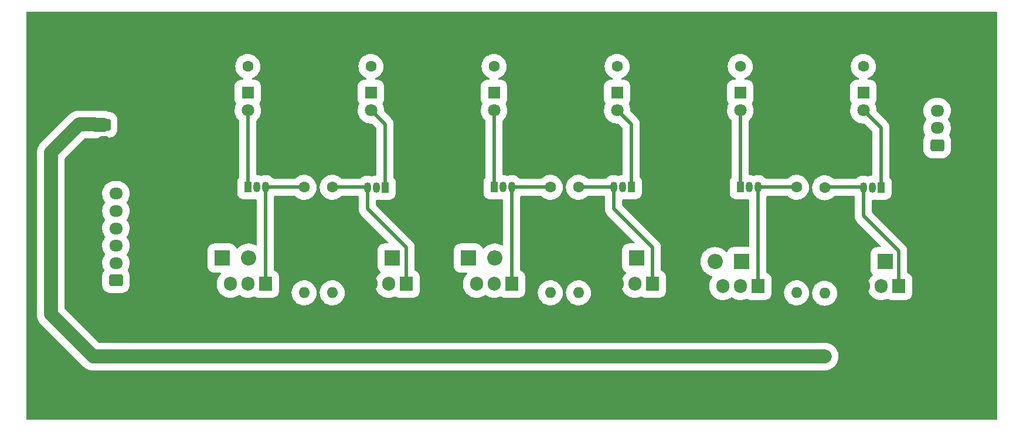
<source format=gbl>
G04 #@! TF.GenerationSoftware,KiCad,Pcbnew,(6.0.2)*
G04 #@! TF.CreationDate,2022-03-10T23:04:52+00:00*
G04 #@! TF.ProjectId,ESC1,45534331-2e6b-4696-9361-645f70636258,rev?*
G04 #@! TF.SameCoordinates,Original*
G04 #@! TF.FileFunction,Copper,L2,Bot*
G04 #@! TF.FilePolarity,Positive*
%FSLAX46Y46*%
G04 Gerber Fmt 4.6, Leading zero omitted, Abs format (unit mm)*
G04 Created by KiCad (PCBNEW (6.0.2)) date 2022-03-10 23:04:52*
%MOMM*%
%LPD*%
G01*
G04 APERTURE LIST*
G04 Aperture macros list*
%AMRoundRect*
0 Rectangle with rounded corners*
0 $1 Rounding radius*
0 $2 $3 $4 $5 $6 $7 $8 $9 X,Y pos of 4 corners*
0 Add a 4 corners polygon primitive as box body*
4,1,4,$2,$3,$4,$5,$6,$7,$8,$9,$2,$3,0*
0 Add four circle primitives for the rounded corners*
1,1,$1+$1,$2,$3*
1,1,$1+$1,$4,$5*
1,1,$1+$1,$6,$7*
1,1,$1+$1,$8,$9*
0 Add four rect primitives between the rounded corners*
20,1,$1+$1,$2,$3,$4,$5,0*
20,1,$1+$1,$4,$5,$6,$7,0*
20,1,$1+$1,$6,$7,$8,$9,0*
20,1,$1+$1,$8,$9,$2,$3,0*%
G04 Aperture macros list end*
G04 #@! TA.AperFunction,ComponentPad*
%ADD10R,1.800000X1.800000*%
G04 #@! TD*
G04 #@! TA.AperFunction,ComponentPad*
%ADD11C,1.800000*%
G04 #@! TD*
G04 #@! TA.AperFunction,ComponentPad*
%ADD12R,1.905000X2.000000*%
G04 #@! TD*
G04 #@! TA.AperFunction,ComponentPad*
%ADD13O,1.905000X2.000000*%
G04 #@! TD*
G04 #@! TA.AperFunction,ComponentPad*
%ADD14C,1.600000*%
G04 #@! TD*
G04 #@! TA.AperFunction,ComponentPad*
%ADD15O,1.600000X1.600000*%
G04 #@! TD*
G04 #@! TA.AperFunction,ComponentPad*
%ADD16RoundRect,0.250000X-0.750000X0.600000X-0.750000X-0.600000X0.750000X-0.600000X0.750000X0.600000X0*%
G04 #@! TD*
G04 #@! TA.AperFunction,ComponentPad*
%ADD17O,2.000000X1.700000*%
G04 #@! TD*
G04 #@! TA.AperFunction,ComponentPad*
%ADD18R,1.050000X1.500000*%
G04 #@! TD*
G04 #@! TA.AperFunction,ComponentPad*
%ADD19O,1.050000X1.500000*%
G04 #@! TD*
G04 #@! TA.AperFunction,ComponentPad*
%ADD20R,2.200000X2.200000*%
G04 #@! TD*
G04 #@! TA.AperFunction,ComponentPad*
%ADD21O,2.200000X2.200000*%
G04 #@! TD*
G04 #@! TA.AperFunction,ComponentPad*
%ADD22RoundRect,0.250000X0.725000X-0.600000X0.725000X0.600000X-0.725000X0.600000X-0.725000X-0.600000X0*%
G04 #@! TD*
G04 #@! TA.AperFunction,ComponentPad*
%ADD23O,1.950000X1.700000*%
G04 #@! TD*
G04 #@! TA.AperFunction,ViaPad*
%ADD24C,1.000000*%
G04 #@! TD*
G04 #@! TA.AperFunction,Conductor*
%ADD25C,0.500000*%
G04 #@! TD*
G04 #@! TA.AperFunction,Conductor*
%ADD26C,2.000000*%
G04 #@! TD*
G04 #@! TA.AperFunction,Conductor*
%ADD27C,0.250000*%
G04 #@! TD*
G04 #@! TA.AperFunction,Conductor*
%ADD28C,1.000000*%
G04 #@! TD*
G04 APERTURE END LIST*
D10*
X135128000Y-25979000D03*
D11*
X135128000Y-28519000D03*
D12*
X119888000Y-53919000D03*
D13*
X117348000Y-53919000D03*
X114808000Y-53919000D03*
D12*
X140208000Y-53919000D03*
D13*
X137668000Y-53919000D03*
X135128000Y-53919000D03*
D14*
X64008000Y-22169000D03*
D15*
X48768000Y-22169000D03*
D16*
X25400000Y-30591000D03*
D17*
X25400000Y-33091000D03*
D18*
X137668000Y-39695000D03*
D19*
X136398000Y-39695000D03*
X135128000Y-39695000D03*
D12*
X84328000Y-53594000D03*
D13*
X81788000Y-53594000D03*
X79248000Y-53594000D03*
D18*
X101600000Y-39624000D03*
D19*
X100330000Y-39624000D03*
X99060000Y-39624000D03*
D12*
X69088000Y-53594000D03*
D13*
X66548000Y-53594000D03*
X64008000Y-53594000D03*
D20*
X102362000Y-49855000D03*
D21*
X98552000Y-49855000D03*
D20*
X78068818Y-49855000D03*
D21*
X81878818Y-49855000D03*
D18*
X46228000Y-39624000D03*
D19*
X47498000Y-39624000D03*
X48768000Y-39624000D03*
D22*
X145779000Y-33559000D03*
D23*
X145779000Y-31059000D03*
X145779000Y-28559000D03*
D14*
X129540000Y-39695000D03*
D15*
X129540000Y-54935000D03*
D14*
X81788000Y-22169000D03*
D15*
X66548000Y-22169000D03*
D14*
X93980000Y-39624000D03*
D15*
X93980000Y-54864000D03*
D12*
X104648000Y-53594000D03*
D13*
X102108000Y-53594000D03*
X99568000Y-53594000D03*
D18*
X66040000Y-39695000D03*
D19*
X64770000Y-39695000D03*
X63500000Y-39695000D03*
D14*
X46228000Y-22169000D03*
D15*
X30988000Y-22169000D03*
D18*
X117348000Y-39624000D03*
D19*
X118618000Y-39624000D03*
X119888000Y-39624000D03*
D18*
X81788000Y-39624000D03*
D19*
X83058000Y-39624000D03*
X84328000Y-39624000D03*
D14*
X54356000Y-39624000D03*
D15*
X54356000Y-54864000D03*
D10*
X64008000Y-25979000D03*
D11*
X64008000Y-28519000D03*
D20*
X138266818Y-50363000D03*
D21*
X134456818Y-50363000D03*
D12*
X48768000Y-53594000D03*
D13*
X46228000Y-53594000D03*
X43688000Y-53594000D03*
D14*
X58420000Y-39624000D03*
D15*
X58420000Y-54864000D03*
D20*
X117511183Y-50363000D03*
D21*
X113701183Y-50363000D03*
D14*
X117348000Y-22169000D03*
D15*
X102108000Y-22169000D03*
D10*
X117348000Y-25979000D03*
D11*
X117348000Y-28519000D03*
D14*
X99568000Y-22169000D03*
D15*
X84328000Y-22169000D03*
D14*
X125476000Y-39624000D03*
D15*
X125476000Y-54864000D03*
D10*
X99568000Y-25979000D03*
D11*
X99568000Y-28519000D03*
D22*
X27178000Y-53057000D03*
D23*
X27178000Y-50557000D03*
X27178000Y-48057000D03*
X27178000Y-45557000D03*
X27178000Y-43057000D03*
X27178000Y-40557000D03*
D14*
X135128000Y-22169000D03*
D15*
X119888000Y-22169000D03*
D14*
X89916000Y-39624000D03*
D15*
X89916000Y-54864000D03*
D20*
X42508818Y-49855000D03*
D21*
X46318818Y-49855000D03*
D10*
X46228000Y-25979000D03*
D11*
X46228000Y-28519000D03*
D20*
X67056000Y-49855000D03*
D21*
X63246000Y-49855000D03*
D10*
X81788000Y-25979000D03*
D11*
X81788000Y-28519000D03*
D24*
X129540000Y-64079000D03*
X58420000Y-64079000D03*
X54356000Y-64079000D03*
X38100000Y-64079000D03*
X89916000Y-64079000D03*
X93980000Y-64079000D03*
X74168000Y-64079000D03*
X125476000Y-64079000D03*
X109728000Y-64079000D03*
D25*
X46228000Y-39624000D02*
X46228000Y-28519000D01*
X81788000Y-39624000D02*
X81788000Y-28519000D01*
X117348000Y-39624000D02*
X117348000Y-28519000D01*
X64008000Y-28519000D02*
X66040000Y-30551000D01*
X66040000Y-30551000D02*
X66040000Y-39695000D01*
X101600000Y-30551000D02*
X101600000Y-39624000D01*
X99568000Y-28519000D02*
X101600000Y-30551000D01*
X137668000Y-39695000D02*
X137668000Y-31059000D01*
X137668000Y-31059000D02*
X135128000Y-28519000D01*
D26*
X74168000Y-64079000D02*
X89916000Y-64079000D01*
X38100000Y-64079000D02*
X54356000Y-64079000D01*
X17780000Y-57983000D02*
X23876000Y-64079000D01*
D27*
X24216282Y-30591000D02*
X24176282Y-30551000D01*
D26*
X93980000Y-64079000D02*
X109728000Y-64079000D01*
X109728000Y-64079000D02*
X125476000Y-64079000D01*
X25400000Y-30591000D02*
X24216282Y-30591000D01*
X58420000Y-64079000D02*
X74168000Y-64079000D01*
X21844000Y-30551000D02*
X17780000Y-34615000D01*
X24176282Y-30551000D02*
X21844000Y-30551000D01*
X23876000Y-64079000D02*
X38100000Y-64079000D01*
X54356000Y-64079000D02*
X58420000Y-64079000D01*
X125476000Y-64079000D02*
X129540000Y-64079000D01*
X17780000Y-34615000D02*
X17780000Y-57983000D01*
X89916000Y-64079000D02*
X93980000Y-64079000D01*
D28*
X63246000Y-52832000D02*
X64008000Y-53594000D01*
X99568000Y-50871000D02*
X98552000Y-49855000D01*
D27*
X135128000Y-51034182D02*
X134456818Y-50363000D01*
D28*
X134456818Y-53247818D02*
X135128000Y-53919000D01*
X63246000Y-49855000D02*
X63246000Y-52832000D01*
X134456818Y-50363000D02*
X134456818Y-53247818D01*
X99568000Y-53594000D02*
X99568000Y-50871000D01*
D25*
X63500000Y-42743000D02*
X69088000Y-48331000D01*
X69088000Y-48331000D02*
X69088000Y-53594000D01*
X58928000Y-39624000D02*
X63429000Y-39624000D01*
D27*
X63429000Y-39624000D02*
X63500000Y-39695000D01*
D25*
X63500000Y-39695000D02*
X63500000Y-42743000D01*
X99060000Y-39624000D02*
X99060000Y-42743000D01*
X104648000Y-48331000D02*
X104648000Y-53594000D01*
X99060000Y-42743000D02*
X104648000Y-48331000D01*
X94488000Y-39624000D02*
X99060000Y-39624000D01*
X48768000Y-53594000D02*
X48768000Y-39624000D01*
X53848000Y-39624000D02*
X48768000Y-39624000D01*
X84328000Y-39299000D02*
X84328000Y-53594000D01*
X84328000Y-39624000D02*
X89408000Y-39624000D01*
X119888000Y-39624000D02*
X119888000Y-53919000D01*
X119888000Y-39624000D02*
X124968000Y-39624000D01*
D27*
X135057000Y-39624000D02*
X135128000Y-39695000D01*
D25*
X140208000Y-48839000D02*
X140208000Y-53919000D01*
X135128000Y-43759000D02*
X140208000Y-48839000D01*
X135128000Y-39695000D02*
X135128000Y-43759000D01*
X130048000Y-39624000D02*
X135057000Y-39624000D01*
G04 #@! TA.AperFunction,Conductor*
G36*
X154390121Y-14299002D02*
G01*
X154436614Y-14352658D01*
X154448000Y-14405000D01*
X154448000Y-73113000D01*
X154427998Y-73181121D01*
X154374342Y-73227614D01*
X154322000Y-73239000D01*
X14334000Y-73239000D01*
X14265879Y-73218998D01*
X14219386Y-73165342D01*
X14208000Y-73113000D01*
X14208000Y-58077477D01*
X15776616Y-58077477D01*
X15777139Y-58081893D01*
X15787378Y-58168403D01*
X15787935Y-58174308D01*
X15794399Y-58265593D01*
X15803106Y-58306033D01*
X15805052Y-58317723D01*
X15809915Y-58358814D01*
X15811055Y-58363114D01*
X15811057Y-58363124D01*
X15833374Y-58447291D01*
X15834760Y-58453064D01*
X15854025Y-58542547D01*
X15855565Y-58546721D01*
X15868342Y-58581355D01*
X15871921Y-58592671D01*
X15882522Y-58632652D01*
X15918218Y-58716950D01*
X15920395Y-58722450D01*
X15952080Y-58808337D01*
X15971721Y-58844737D01*
X15976860Y-58855439D01*
X15992988Y-58893527D01*
X15995284Y-58897340D01*
X16040199Y-58971943D01*
X16043138Y-58977096D01*
X16086607Y-59057660D01*
X16089259Y-59061251D01*
X16089260Y-59061252D01*
X16111187Y-59090939D01*
X16117779Y-59100805D01*
X16139111Y-59136236D01*
X16189711Y-59198389D01*
X16196892Y-59207210D01*
X16200530Y-59211900D01*
X16254922Y-59285540D01*
X16258043Y-59288711D01*
X16258047Y-59288715D01*
X16283942Y-59315019D01*
X16288189Y-59319762D01*
X16288260Y-59319698D01*
X16290417Y-59322087D01*
X16292452Y-59324587D01*
X16350375Y-59382510D01*
X16351072Y-59383212D01*
X16453666Y-59487430D01*
X16457205Y-59490131D01*
X16460549Y-59493079D01*
X16460375Y-59493277D01*
X16466504Y-59498639D01*
X22440643Y-65472777D01*
X22442718Y-65474901D01*
X22526199Y-65562412D01*
X22529694Y-65565167D01*
X22529697Y-65565170D01*
X22598101Y-65619096D01*
X22602673Y-65622878D01*
X22668431Y-65679939D01*
X22668435Y-65679942D01*
X22671792Y-65682855D01*
X22675531Y-65685269D01*
X22706532Y-65705287D01*
X22716188Y-65712187D01*
X22748680Y-65737801D01*
X22752523Y-65740033D01*
X22752533Y-65740040D01*
X22827827Y-65783775D01*
X22832888Y-65786876D01*
X22906041Y-65834110D01*
X22906048Y-65834114D01*
X22909790Y-65836530D01*
X22913830Y-65838392D01*
X22913842Y-65838399D01*
X22947363Y-65853852D01*
X22957897Y-65859324D01*
X22989800Y-65877855D01*
X22989807Y-65877858D01*
X22993654Y-65880093D01*
X23063693Y-65908461D01*
X23078474Y-65914448D01*
X23083920Y-65916804D01*
X23167067Y-65955136D01*
X23171335Y-65956412D01*
X23171334Y-65956412D01*
X23206692Y-65966986D01*
X23217893Y-65970919D01*
X23252099Y-65984774D01*
X23256232Y-65986448D01*
X23320318Y-66002367D01*
X23345053Y-66008511D01*
X23350781Y-66010078D01*
X23438490Y-66036309D01*
X23442887Y-66036970D01*
X23442891Y-66036971D01*
X23479402Y-66042460D01*
X23491044Y-66044776D01*
X23531177Y-66054745D01*
X23567557Y-66058473D01*
X23622222Y-66064074D01*
X23628110Y-66064818D01*
X23671067Y-66071276D01*
X23718642Y-66078428D01*
X23760016Y-66078753D01*
X23766372Y-66079104D01*
X23766377Y-66079009D01*
X23769603Y-66079174D01*
X23772790Y-66079500D01*
X23854650Y-66079500D01*
X23855640Y-66079504D01*
X23997473Y-66080618D01*
X24001933Y-66080653D01*
X24006349Y-66080060D01*
X24010800Y-66079780D01*
X24010817Y-66080044D01*
X24018945Y-66079500D01*
X129612170Y-66079500D01*
X129822593Y-66064601D01*
X129826948Y-66063663D01*
X129826951Y-66063663D01*
X130095200Y-66005911D01*
X130095202Y-66005911D01*
X130099547Y-66004975D01*
X130365337Y-65906920D01*
X130614660Y-65772393D01*
X130842540Y-65604078D01*
X131044430Y-65405334D01*
X131047131Y-65401794D01*
X131047137Y-65401788D01*
X131213602Y-65183667D01*
X131213605Y-65183663D01*
X131216304Y-65180126D01*
X131354730Y-64932947D01*
X131456948Y-64668730D01*
X131520918Y-64392747D01*
X131545363Y-64110503D01*
X131529795Y-63827630D01*
X131474526Y-63549774D01*
X131380658Y-63282476D01*
X131378605Y-63278523D01*
X131378602Y-63278517D01*
X131252116Y-63035023D01*
X131250064Y-63031072D01*
X131247481Y-63027457D01*
X131247477Y-63027451D01*
X131167858Y-62916037D01*
X131085349Y-62800576D01*
X130889801Y-62595588D01*
X130667320Y-62420199D01*
X130557073Y-62356163D01*
X130426193Y-62280141D01*
X130426187Y-62280138D01*
X130422346Y-62277907D01*
X130159768Y-62171552D01*
X130155455Y-62170481D01*
X130155450Y-62170479D01*
X129889144Y-62104328D01*
X129889139Y-62104327D01*
X129884823Y-62103255D01*
X129880395Y-62102801D01*
X129880393Y-62102801D01*
X129804693Y-62095045D01*
X129643210Y-62078500D01*
X24756825Y-62078500D01*
X24688704Y-62058498D01*
X24667730Y-62041595D01*
X19817405Y-57191271D01*
X19783379Y-57128959D01*
X19780500Y-57102176D01*
X19780500Y-50599095D01*
X25198028Y-50599095D01*
X25223534Y-50866431D01*
X25224619Y-50870865D01*
X25224620Y-50870871D01*
X25233686Y-50907920D01*
X25287364Y-51127285D01*
X25289076Y-51131511D01*
X25289077Y-51131515D01*
X25371144Y-51334127D01*
X25388182Y-51376192D01*
X25424533Y-51438275D01*
X25481493Y-51535556D01*
X25498653Y-51604448D01*
X25476226Y-51671131D01*
X25370293Y-51823549D01*
X25362386Y-51834925D01*
X25315370Y-51937617D01*
X25293801Y-51984729D01*
X25269463Y-52037887D01*
X25213949Y-52254098D01*
X25209524Y-52308499D01*
X25204854Y-52365924D01*
X25202500Y-52394862D01*
X25202500Y-53719138D01*
X25202707Y-53721677D01*
X25202707Y-53721689D01*
X25206958Y-53773951D01*
X25213949Y-53859902D01*
X25269463Y-54076113D01*
X25271799Y-54081216D01*
X25271800Y-54081218D01*
X25287403Y-54115298D01*
X25362386Y-54279075D01*
X25365586Y-54283679D01*
X25365587Y-54283681D01*
X25479265Y-54447241D01*
X25489783Y-54462375D01*
X25647625Y-54620217D01*
X25652231Y-54623418D01*
X25652233Y-54623420D01*
X25754108Y-54694225D01*
X25830925Y-54747614D01*
X25896969Y-54777851D01*
X26028782Y-54838200D01*
X26028784Y-54838201D01*
X26033887Y-54840537D01*
X26250098Y-54896051D01*
X26314232Y-54901267D01*
X26388311Y-54907293D01*
X26388323Y-54907293D01*
X26390862Y-54907500D01*
X27965138Y-54907500D01*
X27967677Y-54907293D01*
X27967689Y-54907293D01*
X28041768Y-54901267D01*
X28105902Y-54896051D01*
X28322113Y-54840537D01*
X28327216Y-54838201D01*
X28327218Y-54838200D01*
X28459031Y-54777851D01*
X28525075Y-54747614D01*
X28601892Y-54694225D01*
X28703767Y-54623420D01*
X28703769Y-54623418D01*
X28708375Y-54620217D01*
X28866217Y-54462375D01*
X28876736Y-54447241D01*
X28990413Y-54283681D01*
X28990414Y-54283679D01*
X28993614Y-54279075D01*
X29068597Y-54115298D01*
X29084200Y-54081218D01*
X29084201Y-54081216D01*
X29086537Y-54076113D01*
X29142051Y-53859902D01*
X29149042Y-53773951D01*
X29153293Y-53721689D01*
X29153293Y-53721677D01*
X29153500Y-53719138D01*
X29153500Y-52394862D01*
X29151147Y-52365924D01*
X29146476Y-52308499D01*
X29142051Y-52254098D01*
X29086537Y-52037887D01*
X29062200Y-51984729D01*
X29040630Y-51937617D01*
X28993614Y-51834925D01*
X28985708Y-51823549D01*
X28940992Y-51759212D01*
X28882193Y-51674612D01*
X28859741Y-51607262D01*
X28878313Y-51537537D01*
X28878225Y-51537491D01*
X28878429Y-51537104D01*
X28878429Y-51537102D01*
X28988196Y-51328470D01*
X29001140Y-51303868D01*
X29001143Y-51303862D01*
X29003265Y-51299828D01*
X29026543Y-51233912D01*
X29091165Y-51050916D01*
X29091165Y-51050915D01*
X29092688Y-51046603D01*
X29099347Y-51012816D01*
X40408318Y-51012816D01*
X40419052Y-51133087D01*
X40475077Y-51328470D01*
X40569245Y-51508596D01*
X40573276Y-51513539D01*
X40573277Y-51513540D01*
X40607034Y-51554930D01*
X40697709Y-51666109D01*
X40702649Y-51670138D01*
X40838520Y-51780951D01*
X40855222Y-51794573D01*
X41035348Y-51888741D01*
X41230731Y-51944766D01*
X41262363Y-51947589D01*
X41348209Y-51955251D01*
X41348215Y-51955251D01*
X41351002Y-51955500D01*
X42211625Y-51955500D01*
X42279746Y-51975502D01*
X42326239Y-52029158D01*
X42336343Y-52099432D01*
X42306849Y-52164012D01*
X42298605Y-52172662D01*
X42239810Y-52228749D01*
X42068585Y-52445947D01*
X42029376Y-52513451D01*
X41931906Y-52681257D01*
X41931903Y-52681263D01*
X41929672Y-52685104D01*
X41928002Y-52689227D01*
X41827515Y-52937316D01*
X41827512Y-52937324D01*
X41825842Y-52941448D01*
X41759167Y-53209865D01*
X41735000Y-53445734D01*
X41735000Y-53711961D01*
X41749545Y-53917383D01*
X41750483Y-53921738D01*
X41750483Y-53921741D01*
X41801282Y-54157691D01*
X41807756Y-54187762D01*
X41903482Y-54447241D01*
X41905596Y-54451160D01*
X41905597Y-54451161D01*
X41984354Y-54597123D01*
X42034815Y-54690643D01*
X42199133Y-54913112D01*
X42202262Y-54916291D01*
X42202265Y-54916294D01*
X42246890Y-54961625D01*
X42393159Y-55110209D01*
X42396706Y-55112916D01*
X42609478Y-55275300D01*
X42609482Y-55275303D01*
X42613019Y-55278002D01*
X42635034Y-55290331D01*
X42850439Y-55410963D01*
X42850444Y-55410966D01*
X42854329Y-55413141D01*
X42858487Y-55414749D01*
X42858492Y-55414752D01*
X43108117Y-55511325D01*
X43108123Y-55511327D01*
X43112272Y-55512932D01*
X43116604Y-55513936D01*
X43116607Y-55513937D01*
X43183755Y-55529501D01*
X43381703Y-55575383D01*
X43657245Y-55599247D01*
X43661680Y-55599003D01*
X43661684Y-55599003D01*
X43764923Y-55593321D01*
X43933401Y-55584050D01*
X43937761Y-55583183D01*
X43937767Y-55583182D01*
X44070625Y-55556755D01*
X44204661Y-55530093D01*
X44465611Y-55438453D01*
X44469562Y-55436400D01*
X44469568Y-55436398D01*
X44651432Y-55341927D01*
X44711046Y-55310960D01*
X44714661Y-55308377D01*
X44714667Y-55308373D01*
X44885879Y-55186022D01*
X44952932Y-55162690D01*
X45021955Y-55179313D01*
X45035579Y-55188374D01*
X45149478Y-55275300D01*
X45149482Y-55275303D01*
X45153019Y-55278002D01*
X45175034Y-55290331D01*
X45390439Y-55410963D01*
X45390444Y-55410966D01*
X45394329Y-55413141D01*
X45398487Y-55414749D01*
X45398492Y-55414752D01*
X45648117Y-55511325D01*
X45648123Y-55511327D01*
X45652272Y-55512932D01*
X45656604Y-55513936D01*
X45656607Y-55513937D01*
X45723755Y-55529501D01*
X45921703Y-55575383D01*
X46197245Y-55599247D01*
X46201680Y-55599003D01*
X46201684Y-55599003D01*
X46304923Y-55593321D01*
X46473401Y-55584050D01*
X46477761Y-55583183D01*
X46477767Y-55583182D01*
X46610625Y-55556755D01*
X46744661Y-55530093D01*
X47005611Y-55438453D01*
X47065039Y-55407583D01*
X47092320Y-55393412D01*
X47161992Y-55379760D01*
X47230036Y-55407582D01*
X47261904Y-55433573D01*
X47442030Y-55527741D01*
X47637413Y-55583766D01*
X47669045Y-55586589D01*
X47754891Y-55594251D01*
X47754897Y-55594251D01*
X47757684Y-55594500D01*
X49778316Y-55594500D01*
X49781103Y-55594251D01*
X49781109Y-55594251D01*
X49866955Y-55586589D01*
X49898587Y-55583766D01*
X50093970Y-55527741D01*
X50234646Y-55454197D01*
X50268442Y-55436529D01*
X50268443Y-55436528D01*
X50274096Y-55433573D01*
X50323339Y-55393412D01*
X50426669Y-55309138D01*
X50431609Y-55305109D01*
X50501568Y-55219331D01*
X50556041Y-55152540D01*
X50556042Y-55152539D01*
X50560073Y-55147596D01*
X50654241Y-54967470D01*
X50697463Y-54816736D01*
X52551070Y-54816736D01*
X52551294Y-54821403D01*
X52551294Y-54821408D01*
X52555699Y-54913112D01*
X52563909Y-55084041D01*
X52616118Y-55346512D01*
X52617698Y-55350912D01*
X52617698Y-55350913D01*
X52648390Y-55436396D01*
X52706549Y-55598383D01*
X52708765Y-55602507D01*
X52794139Y-55761396D01*
X52833215Y-55834121D01*
X52836010Y-55837864D01*
X52836012Y-55837867D01*
X52990542Y-56044807D01*
X52993335Y-56048547D01*
X52996642Y-56051825D01*
X52996647Y-56051831D01*
X53165583Y-56219298D01*
X53183390Y-56236950D01*
X53399205Y-56395192D01*
X53403340Y-56397368D01*
X53403344Y-56397370D01*
X53528898Y-56463427D01*
X53636039Y-56519797D01*
X53705419Y-56544025D01*
X53884273Y-56606484D01*
X53884279Y-56606486D01*
X53888690Y-56608026D01*
X54151606Y-56657943D01*
X54278616Y-56662933D01*
X54414345Y-56668266D01*
X54414350Y-56668266D01*
X54419013Y-56668449D01*
X54514943Y-56657943D01*
X54680382Y-56639825D01*
X54680387Y-56639824D01*
X54685035Y-56639315D01*
X54800567Y-56608898D01*
X54939309Y-56572370D01*
X54943829Y-56571180D01*
X55183128Y-56468370D01*
X55185407Y-56467391D01*
X55185410Y-56467389D01*
X55189710Y-56465542D01*
X55193690Y-56463079D01*
X55193694Y-56463077D01*
X55413302Y-56327179D01*
X55413306Y-56327176D01*
X55417275Y-56324720D01*
X55440967Y-56304663D01*
X55617960Y-56154828D01*
X55617961Y-56154827D01*
X55621526Y-56151809D01*
X55732628Y-56025122D01*
X55794894Y-55954122D01*
X55794898Y-55954117D01*
X55797976Y-55950607D01*
X55824546Y-55909299D01*
X55940219Y-55729465D01*
X55940222Y-55729460D01*
X55942747Y-55725534D01*
X56052661Y-55481534D01*
X56081364Y-55379760D01*
X56124032Y-55228473D01*
X56124033Y-55228470D01*
X56125302Y-55223969D01*
X56143103Y-55084041D01*
X56158677Y-54961625D01*
X56158677Y-54961621D01*
X56159075Y-54958495D01*
X56159608Y-54938160D01*
X56160805Y-54892408D01*
X56161549Y-54864000D01*
X56159909Y-54841934D01*
X56158037Y-54816736D01*
X56615070Y-54816736D01*
X56615294Y-54821403D01*
X56615294Y-54821408D01*
X56619699Y-54913112D01*
X56627909Y-55084041D01*
X56680118Y-55346512D01*
X56681698Y-55350912D01*
X56681698Y-55350913D01*
X56712390Y-55436396D01*
X56770549Y-55598383D01*
X56772765Y-55602507D01*
X56858139Y-55761396D01*
X56897215Y-55834121D01*
X56900010Y-55837864D01*
X56900012Y-55837867D01*
X57054542Y-56044807D01*
X57057335Y-56048547D01*
X57060642Y-56051825D01*
X57060647Y-56051831D01*
X57229583Y-56219298D01*
X57247390Y-56236950D01*
X57463205Y-56395192D01*
X57467340Y-56397368D01*
X57467344Y-56397370D01*
X57592898Y-56463427D01*
X57700039Y-56519797D01*
X57769419Y-56544025D01*
X57948273Y-56606484D01*
X57948279Y-56606486D01*
X57952690Y-56608026D01*
X58215606Y-56657943D01*
X58342616Y-56662933D01*
X58478345Y-56668266D01*
X58478350Y-56668266D01*
X58483013Y-56668449D01*
X58578943Y-56657943D01*
X58744382Y-56639825D01*
X58744387Y-56639824D01*
X58749035Y-56639315D01*
X58864567Y-56608898D01*
X59003309Y-56572370D01*
X59007829Y-56571180D01*
X59247128Y-56468370D01*
X59249407Y-56467391D01*
X59249410Y-56467389D01*
X59253710Y-56465542D01*
X59257690Y-56463079D01*
X59257694Y-56463077D01*
X59477302Y-56327179D01*
X59477306Y-56327176D01*
X59481275Y-56324720D01*
X59504967Y-56304663D01*
X59681960Y-56154828D01*
X59681961Y-56154827D01*
X59685526Y-56151809D01*
X59796628Y-56025122D01*
X59858894Y-55954122D01*
X59858898Y-55954117D01*
X59861976Y-55950607D01*
X59888546Y-55909299D01*
X60004219Y-55729465D01*
X60004222Y-55729460D01*
X60006747Y-55725534D01*
X60116661Y-55481534D01*
X60145364Y-55379760D01*
X60188032Y-55228473D01*
X60188033Y-55228470D01*
X60189302Y-55223969D01*
X60207103Y-55084041D01*
X60222677Y-54961625D01*
X60222677Y-54961621D01*
X60223075Y-54958495D01*
X60223608Y-54938160D01*
X60224805Y-54892408D01*
X60225549Y-54864000D01*
X60223909Y-54841934D01*
X60206064Y-54601788D01*
X60206063Y-54601784D01*
X60205717Y-54597123D01*
X60195161Y-54550470D01*
X60147686Y-54340666D01*
X60146655Y-54336109D01*
X60049662Y-54086691D01*
X60040507Y-54070672D01*
X59919187Y-53858408D01*
X59916868Y-53854350D01*
X59751190Y-53644189D01*
X59556269Y-53460825D01*
X59336385Y-53308286D01*
X59332194Y-53306219D01*
X59100559Y-53191989D01*
X59100556Y-53191988D01*
X59096371Y-53189924D01*
X59063301Y-53179338D01*
X58845942Y-53109761D01*
X58845944Y-53109761D01*
X58841497Y-53108338D01*
X58696134Y-53084665D01*
X58581976Y-53066073D01*
X58581975Y-53066073D01*
X58577364Y-53065322D01*
X58443569Y-53063571D01*
X58314451Y-53061880D01*
X58314448Y-53061880D01*
X58309774Y-53061819D01*
X58044605Y-53097907D01*
X58040118Y-53099215D01*
X58040117Y-53099215D01*
X58008817Y-53108338D01*
X57787683Y-53172792D01*
X57783430Y-53174752D01*
X57783429Y-53174753D01*
X57731512Y-53198687D01*
X57544652Y-53284831D01*
X57540743Y-53287394D01*
X57324764Y-53428996D01*
X57324759Y-53429000D01*
X57320851Y-53431562D01*
X57121197Y-53609760D01*
X56950075Y-53815512D01*
X56947652Y-53819505D01*
X56814347Y-54039185D01*
X56811244Y-54044298D01*
X56809437Y-54048606D01*
X56809437Y-54048607D01*
X56712794Y-54279075D01*
X56707755Y-54291091D01*
X56706604Y-54295623D01*
X56706603Y-54295626D01*
X56650395Y-54516947D01*
X56641881Y-54550470D01*
X56615070Y-54816736D01*
X56158037Y-54816736D01*
X56142064Y-54601788D01*
X56142063Y-54601784D01*
X56141717Y-54597123D01*
X56131161Y-54550470D01*
X56083686Y-54340666D01*
X56082655Y-54336109D01*
X55985662Y-54086691D01*
X55976507Y-54070672D01*
X55855187Y-53858408D01*
X55852868Y-53854350D01*
X55687190Y-53644189D01*
X55492269Y-53460825D01*
X55272385Y-53308286D01*
X55268194Y-53306219D01*
X55036559Y-53191989D01*
X55036556Y-53191988D01*
X55032371Y-53189924D01*
X54999301Y-53179338D01*
X54781942Y-53109761D01*
X54781944Y-53109761D01*
X54777497Y-53108338D01*
X54632134Y-53084665D01*
X54517976Y-53066073D01*
X54517975Y-53066073D01*
X54513364Y-53065322D01*
X54379569Y-53063571D01*
X54250451Y-53061880D01*
X54250448Y-53061880D01*
X54245774Y-53061819D01*
X53980605Y-53097907D01*
X53976118Y-53099215D01*
X53976117Y-53099215D01*
X53944817Y-53108338D01*
X53723683Y-53172792D01*
X53719430Y-53174752D01*
X53719429Y-53174753D01*
X53667512Y-53198687D01*
X53480652Y-53284831D01*
X53476743Y-53287394D01*
X53260764Y-53428996D01*
X53260759Y-53429000D01*
X53256851Y-53431562D01*
X53057197Y-53609760D01*
X52886075Y-53815512D01*
X52883652Y-53819505D01*
X52750347Y-54039185D01*
X52747244Y-54044298D01*
X52745437Y-54048606D01*
X52745437Y-54048607D01*
X52648794Y-54279075D01*
X52643755Y-54291091D01*
X52642604Y-54295623D01*
X52642603Y-54295626D01*
X52586395Y-54516947D01*
X52577881Y-54550470D01*
X52551070Y-54816736D01*
X50697463Y-54816736D01*
X50710266Y-54772087D01*
X50721000Y-54651816D01*
X50721000Y-52536184D01*
X50710266Y-52415913D01*
X50654241Y-52220530D01*
X50560073Y-52040404D01*
X50536045Y-52010942D01*
X50435638Y-51887831D01*
X50431609Y-51882891D01*
X50326947Y-51797531D01*
X50279040Y-51758459D01*
X50279039Y-51758458D01*
X50274096Y-51754427D01*
X50245653Y-51739557D01*
X50177476Y-51703915D01*
X50093970Y-51660259D01*
X50094247Y-51659729D01*
X50041885Y-51618576D01*
X50018500Y-51545459D01*
X50018500Y-41000500D01*
X50038502Y-40932379D01*
X50092158Y-40885886D01*
X50144500Y-40874500D01*
X53007996Y-40874500D01*
X53076117Y-40894502D01*
X53096701Y-40911016D01*
X53180067Y-40993657D01*
X53180074Y-40993663D01*
X53183390Y-40996950D01*
X53187156Y-40999712D01*
X53187158Y-40999713D01*
X53251108Y-41046603D01*
X53399205Y-41155192D01*
X53403340Y-41157368D01*
X53403344Y-41157370D01*
X53528898Y-41223427D01*
X53636039Y-41279797D01*
X53704968Y-41303868D01*
X53884273Y-41366484D01*
X53884279Y-41366486D01*
X53888690Y-41368026D01*
X54151606Y-41417943D01*
X54278616Y-41422933D01*
X54414345Y-41428266D01*
X54414350Y-41428266D01*
X54419013Y-41428449D01*
X54514943Y-41417943D01*
X54680382Y-41399825D01*
X54680387Y-41399824D01*
X54685035Y-41399315D01*
X54740870Y-41384615D01*
X54939309Y-41332370D01*
X54943829Y-41331180D01*
X55183128Y-41228370D01*
X55185407Y-41227391D01*
X55185410Y-41227389D01*
X55189710Y-41225542D01*
X55193690Y-41223079D01*
X55193694Y-41223077D01*
X55413302Y-41087179D01*
X55413306Y-41087176D01*
X55417275Y-41084720D01*
X55516760Y-41000500D01*
X55617960Y-40914828D01*
X55617961Y-40914827D01*
X55621526Y-40911809D01*
X55649952Y-40879395D01*
X55794894Y-40714122D01*
X55794898Y-40714117D01*
X55797976Y-40710607D01*
X55824824Y-40668867D01*
X55940219Y-40489465D01*
X55940222Y-40489460D01*
X55942747Y-40485534D01*
X56052661Y-40241534D01*
X56125302Y-39983969D01*
X56143103Y-39844041D01*
X56158677Y-39721625D01*
X56158677Y-39721621D01*
X56159075Y-39718495D01*
X56161549Y-39624000D01*
X56158037Y-39576736D01*
X56615070Y-39576736D01*
X56615294Y-39581403D01*
X56615294Y-39581408D01*
X56621727Y-39715338D01*
X56627909Y-39844041D01*
X56680118Y-40106512D01*
X56770549Y-40358383D01*
X56772765Y-40362507D01*
X56877727Y-40557851D01*
X56897215Y-40594121D01*
X56900010Y-40597864D01*
X56900012Y-40597867D01*
X57054542Y-40804807D01*
X57057335Y-40808547D01*
X57060642Y-40811825D01*
X57060647Y-40811831D01*
X57182415Y-40932540D01*
X57247390Y-40996950D01*
X57251156Y-40999712D01*
X57251158Y-40999713D01*
X57315108Y-41046603D01*
X57463205Y-41155192D01*
X57467340Y-41157368D01*
X57467344Y-41157370D01*
X57592898Y-41223427D01*
X57700039Y-41279797D01*
X57768968Y-41303868D01*
X57948273Y-41366484D01*
X57948279Y-41366486D01*
X57952690Y-41368026D01*
X58215606Y-41417943D01*
X58342616Y-41422933D01*
X58478345Y-41428266D01*
X58478350Y-41428266D01*
X58483013Y-41428449D01*
X58578943Y-41417943D01*
X58744382Y-41399825D01*
X58744387Y-41399824D01*
X58749035Y-41399315D01*
X58804870Y-41384615D01*
X59003309Y-41332370D01*
X59007829Y-41331180D01*
X59247128Y-41228370D01*
X59249407Y-41227391D01*
X59249410Y-41227389D01*
X59253710Y-41225542D01*
X59257690Y-41223079D01*
X59257694Y-41223077D01*
X59477302Y-41087179D01*
X59477306Y-41087176D01*
X59481275Y-41084720D01*
X59580760Y-41000500D01*
X59681958Y-40914830D01*
X59681961Y-40914827D01*
X59685526Y-40911809D01*
X59686847Y-40910302D01*
X59748832Y-40877152D01*
X59774545Y-40874500D01*
X62123500Y-40874500D01*
X62191621Y-40894502D01*
X62238114Y-40948158D01*
X62249500Y-41000500D01*
X62249500Y-42652138D01*
X62248422Y-42668585D01*
X62245547Y-42690422D01*
X62245812Y-42696034D01*
X62249360Y-42771271D01*
X62249500Y-42777207D01*
X62249500Y-42799630D01*
X62249750Y-42802428D01*
X62251804Y-42825452D01*
X62252163Y-42830713D01*
X62256063Y-42913398D01*
X62257314Y-42918861D01*
X62257315Y-42918867D01*
X62260028Y-42930711D01*
X62262710Y-42947645D01*
X62264289Y-42965339D01*
X62265771Y-42970755D01*
X62265771Y-42970757D01*
X62286131Y-43045181D01*
X62287417Y-43050299D01*
X62305897Y-43130987D01*
X62308095Y-43136141D01*
X62308099Y-43136152D01*
X62312866Y-43147326D01*
X62318505Y-43163516D01*
X62323192Y-43180651D01*
X62358835Y-43255377D01*
X62360993Y-43260157D01*
X62393476Y-43336313D01*
X62403236Y-43351171D01*
X62411642Y-43366091D01*
X62419292Y-43382129D01*
X62422563Y-43386682D01*
X62422566Y-43386686D01*
X62467589Y-43449341D01*
X62470577Y-43453687D01*
X62516031Y-43522884D01*
X62519106Y-43526335D01*
X62534398Y-43543499D01*
X62542640Y-43553786D01*
X62549552Y-43563405D01*
X62553579Y-43567307D01*
X62625791Y-43637286D01*
X62627201Y-43638675D01*
X66527931Y-47539405D01*
X66561957Y-47601717D01*
X66556892Y-47672532D01*
X66514345Y-47729368D01*
X66447825Y-47754179D01*
X66438836Y-47754500D01*
X65898184Y-47754500D01*
X65895397Y-47754749D01*
X65895391Y-47754749D01*
X65809545Y-47762411D01*
X65777913Y-47765234D01*
X65582530Y-47821259D01*
X65481528Y-47874062D01*
X65411848Y-47910490D01*
X65402404Y-47915427D01*
X65397461Y-47919458D01*
X65397460Y-47919459D01*
X65267172Y-48025719D01*
X65244891Y-48043891D01*
X65240862Y-48048831D01*
X65121395Y-48195313D01*
X65116427Y-48201404D01*
X65022259Y-48381530D01*
X64966234Y-48576913D01*
X64955500Y-48697184D01*
X64955500Y-51012816D01*
X64966234Y-51133087D01*
X65022259Y-51328470D01*
X65116427Y-51508596D01*
X65120458Y-51513539D01*
X65120459Y-51513540D01*
X65154216Y-51554930D01*
X65244891Y-51666109D01*
X65249831Y-51670138D01*
X65249835Y-51670142D01*
X65385701Y-51780951D01*
X65425849Y-51839505D01*
X65427967Y-51910470D01*
X65391382Y-51971315D01*
X65379325Y-51981108D01*
X65299931Y-52037844D01*
X65296704Y-52040922D01*
X65296702Y-52040924D01*
X65108426Y-52220530D01*
X65099810Y-52228749D01*
X64928585Y-52445947D01*
X64889376Y-52513451D01*
X64791906Y-52681257D01*
X64791903Y-52681263D01*
X64789672Y-52685104D01*
X64788002Y-52689227D01*
X64687515Y-52937316D01*
X64687512Y-52937324D01*
X64685842Y-52941448D01*
X64619167Y-53209865D01*
X64595000Y-53445734D01*
X64595000Y-53711961D01*
X64609545Y-53917383D01*
X64610483Y-53921738D01*
X64610483Y-53921741D01*
X64661282Y-54157691D01*
X64667756Y-54187762D01*
X64763482Y-54447241D01*
X64765596Y-54451160D01*
X64765597Y-54451161D01*
X64844354Y-54597123D01*
X64894815Y-54690643D01*
X65059133Y-54913112D01*
X65062262Y-54916291D01*
X65062265Y-54916294D01*
X65106890Y-54961625D01*
X65253159Y-55110209D01*
X65256706Y-55112916D01*
X65469478Y-55275300D01*
X65469482Y-55275303D01*
X65473019Y-55278002D01*
X65495034Y-55290331D01*
X65710439Y-55410963D01*
X65710444Y-55410966D01*
X65714329Y-55413141D01*
X65718487Y-55414749D01*
X65718492Y-55414752D01*
X65968117Y-55511325D01*
X65968123Y-55511327D01*
X65972272Y-55512932D01*
X65976604Y-55513936D01*
X65976607Y-55513937D01*
X66043755Y-55529501D01*
X66241703Y-55575383D01*
X66517245Y-55599247D01*
X66521680Y-55599003D01*
X66521684Y-55599003D01*
X66624923Y-55593321D01*
X66793401Y-55584050D01*
X66797761Y-55583183D01*
X66797767Y-55583182D01*
X66930625Y-55556755D01*
X67064661Y-55530093D01*
X67325611Y-55438453D01*
X67385039Y-55407583D01*
X67412320Y-55393412D01*
X67481992Y-55379760D01*
X67550036Y-55407582D01*
X67581904Y-55433573D01*
X67762030Y-55527741D01*
X67957413Y-55583766D01*
X67989045Y-55586589D01*
X68074891Y-55594251D01*
X68074897Y-55594251D01*
X68077684Y-55594500D01*
X70098316Y-55594500D01*
X70101103Y-55594251D01*
X70101109Y-55594251D01*
X70186955Y-55586589D01*
X70218587Y-55583766D01*
X70413970Y-55527741D01*
X70554646Y-55454197D01*
X70588442Y-55436529D01*
X70588443Y-55436528D01*
X70594096Y-55433573D01*
X70643339Y-55393412D01*
X70746669Y-55309138D01*
X70751609Y-55305109D01*
X70821568Y-55219331D01*
X70876041Y-55152540D01*
X70876042Y-55152539D01*
X70880073Y-55147596D01*
X70974241Y-54967470D01*
X71030266Y-54772087D01*
X71041000Y-54651816D01*
X71041000Y-52536184D01*
X71030266Y-52415913D01*
X70974241Y-52220530D01*
X70880073Y-52040404D01*
X70856045Y-52010942D01*
X70755638Y-51887831D01*
X70751609Y-51882891D01*
X70646947Y-51797531D01*
X70599040Y-51758459D01*
X70599039Y-51758458D01*
X70594096Y-51754427D01*
X70565653Y-51739557D01*
X70497476Y-51703915D01*
X70413970Y-51660259D01*
X70414247Y-51659729D01*
X70361885Y-51618576D01*
X70338500Y-51545459D01*
X70338500Y-51012816D01*
X75968318Y-51012816D01*
X75979052Y-51133087D01*
X76035077Y-51328470D01*
X76129245Y-51508596D01*
X76133276Y-51513539D01*
X76133277Y-51513540D01*
X76167034Y-51554930D01*
X76257709Y-51666109D01*
X76262649Y-51670138D01*
X76398520Y-51780951D01*
X76415222Y-51794573D01*
X76595348Y-51888741D01*
X76790731Y-51944766D01*
X76822363Y-51947589D01*
X76908209Y-51955251D01*
X76908215Y-51955251D01*
X76911002Y-51955500D01*
X77771625Y-51955500D01*
X77839746Y-51975502D01*
X77886239Y-52029158D01*
X77896343Y-52099432D01*
X77866849Y-52164012D01*
X77858605Y-52172662D01*
X77799810Y-52228749D01*
X77628585Y-52445947D01*
X77589376Y-52513451D01*
X77491906Y-52681257D01*
X77491903Y-52681263D01*
X77489672Y-52685104D01*
X77488002Y-52689227D01*
X77387515Y-52937316D01*
X77387512Y-52937324D01*
X77385842Y-52941448D01*
X77319167Y-53209865D01*
X77295000Y-53445734D01*
X77295000Y-53711961D01*
X77309545Y-53917383D01*
X77310483Y-53921738D01*
X77310483Y-53921741D01*
X77361282Y-54157691D01*
X77367756Y-54187762D01*
X77463482Y-54447241D01*
X77465596Y-54451160D01*
X77465597Y-54451161D01*
X77544354Y-54597123D01*
X77594815Y-54690643D01*
X77759133Y-54913112D01*
X77762262Y-54916291D01*
X77762265Y-54916294D01*
X77806890Y-54961625D01*
X77953159Y-55110209D01*
X77956706Y-55112916D01*
X78169478Y-55275300D01*
X78169482Y-55275303D01*
X78173019Y-55278002D01*
X78195034Y-55290331D01*
X78410439Y-55410963D01*
X78410444Y-55410966D01*
X78414329Y-55413141D01*
X78418487Y-55414749D01*
X78418492Y-55414752D01*
X78668117Y-55511325D01*
X78668123Y-55511327D01*
X78672272Y-55512932D01*
X78676604Y-55513936D01*
X78676607Y-55513937D01*
X78743755Y-55529501D01*
X78941703Y-55575383D01*
X79217245Y-55599247D01*
X79221680Y-55599003D01*
X79221684Y-55599003D01*
X79324923Y-55593321D01*
X79493401Y-55584050D01*
X79497761Y-55583183D01*
X79497767Y-55583182D01*
X79630625Y-55556755D01*
X79764661Y-55530093D01*
X80025611Y-55438453D01*
X80029562Y-55436400D01*
X80029568Y-55436398D01*
X80211432Y-55341927D01*
X80271046Y-55310960D01*
X80274661Y-55308377D01*
X80274667Y-55308373D01*
X80445879Y-55186022D01*
X80512932Y-55162690D01*
X80581955Y-55179313D01*
X80595579Y-55188374D01*
X80709478Y-55275300D01*
X80709482Y-55275303D01*
X80713019Y-55278002D01*
X80735034Y-55290331D01*
X80950439Y-55410963D01*
X80950444Y-55410966D01*
X80954329Y-55413141D01*
X80958487Y-55414749D01*
X80958492Y-55414752D01*
X81208117Y-55511325D01*
X81208123Y-55511327D01*
X81212272Y-55512932D01*
X81216604Y-55513936D01*
X81216607Y-55513937D01*
X81283755Y-55529501D01*
X81481703Y-55575383D01*
X81757245Y-55599247D01*
X81761680Y-55599003D01*
X81761684Y-55599003D01*
X81864923Y-55593321D01*
X82033401Y-55584050D01*
X82037761Y-55583183D01*
X82037767Y-55583182D01*
X82170625Y-55556755D01*
X82304661Y-55530093D01*
X82565611Y-55438453D01*
X82625039Y-55407583D01*
X82652320Y-55393412D01*
X82721992Y-55379760D01*
X82790036Y-55407582D01*
X82821904Y-55433573D01*
X83002030Y-55527741D01*
X83197413Y-55583766D01*
X83229045Y-55586589D01*
X83314891Y-55594251D01*
X83314897Y-55594251D01*
X83317684Y-55594500D01*
X85338316Y-55594500D01*
X85341103Y-55594251D01*
X85341109Y-55594251D01*
X85426955Y-55586589D01*
X85458587Y-55583766D01*
X85653970Y-55527741D01*
X85794646Y-55454197D01*
X85828442Y-55436529D01*
X85828443Y-55436528D01*
X85834096Y-55433573D01*
X85883339Y-55393412D01*
X85986669Y-55309138D01*
X85991609Y-55305109D01*
X86061568Y-55219331D01*
X86116041Y-55152540D01*
X86116042Y-55152539D01*
X86120073Y-55147596D01*
X86214241Y-54967470D01*
X86257463Y-54816736D01*
X88111070Y-54816736D01*
X88111294Y-54821403D01*
X88111294Y-54821408D01*
X88115699Y-54913112D01*
X88123909Y-55084041D01*
X88176118Y-55346512D01*
X88177698Y-55350912D01*
X88177698Y-55350913D01*
X88208390Y-55436396D01*
X88266549Y-55598383D01*
X88268765Y-55602507D01*
X88354139Y-55761396D01*
X88393215Y-55834121D01*
X88396010Y-55837864D01*
X88396012Y-55837867D01*
X88550542Y-56044807D01*
X88553335Y-56048547D01*
X88556642Y-56051825D01*
X88556647Y-56051831D01*
X88725583Y-56219298D01*
X88743390Y-56236950D01*
X88959205Y-56395192D01*
X88963340Y-56397368D01*
X88963344Y-56397370D01*
X89088898Y-56463427D01*
X89196039Y-56519797D01*
X89265419Y-56544025D01*
X89444273Y-56606484D01*
X89444279Y-56606486D01*
X89448690Y-56608026D01*
X89711606Y-56657943D01*
X89838616Y-56662933D01*
X89974345Y-56668266D01*
X89974350Y-56668266D01*
X89979013Y-56668449D01*
X90074943Y-56657943D01*
X90240382Y-56639825D01*
X90240387Y-56639824D01*
X90245035Y-56639315D01*
X90360567Y-56608898D01*
X90499309Y-56572370D01*
X90503829Y-56571180D01*
X90743128Y-56468370D01*
X90745407Y-56467391D01*
X90745410Y-56467389D01*
X90749710Y-56465542D01*
X90753690Y-56463079D01*
X90753694Y-56463077D01*
X90973302Y-56327179D01*
X90973306Y-56327176D01*
X90977275Y-56324720D01*
X91000967Y-56304663D01*
X91177960Y-56154828D01*
X91177961Y-56154827D01*
X91181526Y-56151809D01*
X91292628Y-56025122D01*
X91354894Y-55954122D01*
X91354898Y-55954117D01*
X91357976Y-55950607D01*
X91384546Y-55909299D01*
X91500219Y-55729465D01*
X91500222Y-55729460D01*
X91502747Y-55725534D01*
X91612661Y-55481534D01*
X91641364Y-55379760D01*
X91684032Y-55228473D01*
X91684033Y-55228470D01*
X91685302Y-55223969D01*
X91703103Y-55084041D01*
X91718677Y-54961625D01*
X91718677Y-54961621D01*
X91719075Y-54958495D01*
X91719608Y-54938160D01*
X91720805Y-54892408D01*
X91721549Y-54864000D01*
X91719909Y-54841934D01*
X91718037Y-54816736D01*
X92175070Y-54816736D01*
X92175294Y-54821403D01*
X92175294Y-54821408D01*
X92179699Y-54913112D01*
X92187909Y-55084041D01*
X92240118Y-55346512D01*
X92241698Y-55350912D01*
X92241698Y-55350913D01*
X92272390Y-55436396D01*
X92330549Y-55598383D01*
X92332765Y-55602507D01*
X92418139Y-55761396D01*
X92457215Y-55834121D01*
X92460010Y-55837864D01*
X92460012Y-55837867D01*
X92614542Y-56044807D01*
X92617335Y-56048547D01*
X92620642Y-56051825D01*
X92620647Y-56051831D01*
X92789583Y-56219298D01*
X92807390Y-56236950D01*
X93023205Y-56395192D01*
X93027340Y-56397368D01*
X93027344Y-56397370D01*
X93152898Y-56463427D01*
X93260039Y-56519797D01*
X93329419Y-56544025D01*
X93508273Y-56606484D01*
X93508279Y-56606486D01*
X93512690Y-56608026D01*
X93775606Y-56657943D01*
X93902616Y-56662933D01*
X94038345Y-56668266D01*
X94038350Y-56668266D01*
X94043013Y-56668449D01*
X94138943Y-56657943D01*
X94304382Y-56639825D01*
X94304387Y-56639824D01*
X94309035Y-56639315D01*
X94424567Y-56608898D01*
X94563309Y-56572370D01*
X94567829Y-56571180D01*
X94807128Y-56468370D01*
X94809407Y-56467391D01*
X94809410Y-56467389D01*
X94813710Y-56465542D01*
X94817690Y-56463079D01*
X94817694Y-56463077D01*
X95037302Y-56327179D01*
X95037306Y-56327176D01*
X95041275Y-56324720D01*
X95064967Y-56304663D01*
X95241960Y-56154828D01*
X95241961Y-56154827D01*
X95245526Y-56151809D01*
X95356628Y-56025122D01*
X95418894Y-55954122D01*
X95418898Y-55954117D01*
X95421976Y-55950607D01*
X95448546Y-55909299D01*
X95564219Y-55729465D01*
X95564222Y-55729460D01*
X95566747Y-55725534D01*
X95676661Y-55481534D01*
X95705364Y-55379760D01*
X95748032Y-55228473D01*
X95748033Y-55228470D01*
X95749302Y-55223969D01*
X95767103Y-55084041D01*
X95782677Y-54961625D01*
X95782677Y-54961621D01*
X95783075Y-54958495D01*
X95783608Y-54938160D01*
X95784805Y-54892408D01*
X95785549Y-54864000D01*
X95783909Y-54841934D01*
X95766064Y-54601788D01*
X95766063Y-54601784D01*
X95765717Y-54597123D01*
X95755161Y-54550470D01*
X95707686Y-54340666D01*
X95706655Y-54336109D01*
X95609662Y-54086691D01*
X95600507Y-54070672D01*
X95479187Y-53858408D01*
X95476868Y-53854350D01*
X95311190Y-53644189D01*
X95116269Y-53460825D01*
X94896385Y-53308286D01*
X94892194Y-53306219D01*
X94660559Y-53191989D01*
X94660556Y-53191988D01*
X94656371Y-53189924D01*
X94623301Y-53179338D01*
X94405942Y-53109761D01*
X94405944Y-53109761D01*
X94401497Y-53108338D01*
X94256134Y-53084665D01*
X94141976Y-53066073D01*
X94141975Y-53066073D01*
X94137364Y-53065322D01*
X94003569Y-53063571D01*
X93874451Y-53061880D01*
X93874448Y-53061880D01*
X93869774Y-53061819D01*
X93604605Y-53097907D01*
X93600118Y-53099215D01*
X93600117Y-53099215D01*
X93568817Y-53108338D01*
X93347683Y-53172792D01*
X93343430Y-53174752D01*
X93343429Y-53174753D01*
X93291512Y-53198687D01*
X93104652Y-53284831D01*
X93100743Y-53287394D01*
X92884764Y-53428996D01*
X92884759Y-53429000D01*
X92880851Y-53431562D01*
X92681197Y-53609760D01*
X92510075Y-53815512D01*
X92507652Y-53819505D01*
X92374347Y-54039185D01*
X92371244Y-54044298D01*
X92369437Y-54048606D01*
X92369437Y-54048607D01*
X92272794Y-54279075D01*
X92267755Y-54291091D01*
X92266604Y-54295623D01*
X92266603Y-54295626D01*
X92210395Y-54516947D01*
X92201881Y-54550470D01*
X92175070Y-54816736D01*
X91718037Y-54816736D01*
X91702064Y-54601788D01*
X91702063Y-54601784D01*
X91701717Y-54597123D01*
X91691161Y-54550470D01*
X91643686Y-54340666D01*
X91642655Y-54336109D01*
X91545662Y-54086691D01*
X91536507Y-54070672D01*
X91415187Y-53858408D01*
X91412868Y-53854350D01*
X91247190Y-53644189D01*
X91052269Y-53460825D01*
X90832385Y-53308286D01*
X90828194Y-53306219D01*
X90596559Y-53191989D01*
X90596556Y-53191988D01*
X90592371Y-53189924D01*
X90559301Y-53179338D01*
X90341942Y-53109761D01*
X90341944Y-53109761D01*
X90337497Y-53108338D01*
X90192134Y-53084665D01*
X90077976Y-53066073D01*
X90077975Y-53066073D01*
X90073364Y-53065322D01*
X89939569Y-53063571D01*
X89810451Y-53061880D01*
X89810448Y-53061880D01*
X89805774Y-53061819D01*
X89540605Y-53097907D01*
X89536118Y-53099215D01*
X89536117Y-53099215D01*
X89504817Y-53108338D01*
X89283683Y-53172792D01*
X89279430Y-53174752D01*
X89279429Y-53174753D01*
X89227512Y-53198687D01*
X89040652Y-53284831D01*
X89036743Y-53287394D01*
X88820764Y-53428996D01*
X88820759Y-53429000D01*
X88816851Y-53431562D01*
X88617197Y-53609760D01*
X88446075Y-53815512D01*
X88443652Y-53819505D01*
X88310347Y-54039185D01*
X88307244Y-54044298D01*
X88305437Y-54048606D01*
X88305437Y-54048607D01*
X88208794Y-54279075D01*
X88203755Y-54291091D01*
X88202604Y-54295623D01*
X88202603Y-54295626D01*
X88146395Y-54516947D01*
X88137881Y-54550470D01*
X88111070Y-54816736D01*
X86257463Y-54816736D01*
X86270266Y-54772087D01*
X86281000Y-54651816D01*
X86281000Y-52536184D01*
X86270266Y-52415913D01*
X86214241Y-52220530D01*
X86120073Y-52040404D01*
X86096045Y-52010942D01*
X85995638Y-51887831D01*
X85991609Y-51882891D01*
X85886947Y-51797531D01*
X85839040Y-51758459D01*
X85839039Y-51758458D01*
X85834096Y-51754427D01*
X85805653Y-51739557D01*
X85737476Y-51703915D01*
X85653970Y-51660259D01*
X85654247Y-51659729D01*
X85601885Y-51618576D01*
X85578500Y-51545459D01*
X85578500Y-41000500D01*
X85598502Y-40932379D01*
X85652158Y-40885886D01*
X85704500Y-40874500D01*
X88567996Y-40874500D01*
X88636117Y-40894502D01*
X88656701Y-40911016D01*
X88740067Y-40993657D01*
X88740074Y-40993663D01*
X88743390Y-40996950D01*
X88747156Y-40999712D01*
X88747158Y-40999713D01*
X88811108Y-41046603D01*
X88959205Y-41155192D01*
X88963340Y-41157368D01*
X88963344Y-41157370D01*
X89088898Y-41223427D01*
X89196039Y-41279797D01*
X89264968Y-41303868D01*
X89444273Y-41366484D01*
X89444279Y-41366486D01*
X89448690Y-41368026D01*
X89711606Y-41417943D01*
X89838616Y-41422933D01*
X89974345Y-41428266D01*
X89974350Y-41428266D01*
X89979013Y-41428449D01*
X90074943Y-41417943D01*
X90240382Y-41399825D01*
X90240387Y-41399824D01*
X90245035Y-41399315D01*
X90300870Y-41384615D01*
X90499309Y-41332370D01*
X90503829Y-41331180D01*
X90743128Y-41228370D01*
X90745407Y-41227391D01*
X90745410Y-41227389D01*
X90749710Y-41225542D01*
X90753690Y-41223079D01*
X90753694Y-41223077D01*
X90973302Y-41087179D01*
X90973306Y-41087176D01*
X90977275Y-41084720D01*
X91076760Y-41000500D01*
X91177960Y-40914828D01*
X91177961Y-40914827D01*
X91181526Y-40911809D01*
X91209952Y-40879395D01*
X91354894Y-40714122D01*
X91354898Y-40714117D01*
X91357976Y-40710607D01*
X91384824Y-40668867D01*
X91500219Y-40489465D01*
X91500222Y-40489460D01*
X91502747Y-40485534D01*
X91612661Y-40241534D01*
X91685302Y-39983969D01*
X91703103Y-39844041D01*
X91718677Y-39721625D01*
X91718677Y-39721621D01*
X91719075Y-39718495D01*
X91721549Y-39624000D01*
X91718037Y-39576736D01*
X92175070Y-39576736D01*
X92175294Y-39581403D01*
X92175294Y-39581408D01*
X92181727Y-39715338D01*
X92187909Y-39844041D01*
X92240118Y-40106512D01*
X92330549Y-40358383D01*
X92332765Y-40362507D01*
X92437727Y-40557851D01*
X92457215Y-40594121D01*
X92460010Y-40597864D01*
X92460012Y-40597867D01*
X92614542Y-40804807D01*
X92617335Y-40808547D01*
X92620642Y-40811825D01*
X92620647Y-40811831D01*
X92742415Y-40932540D01*
X92807390Y-40996950D01*
X92811156Y-40999712D01*
X92811158Y-40999713D01*
X92875108Y-41046603D01*
X93023205Y-41155192D01*
X93027340Y-41157368D01*
X93027344Y-41157370D01*
X93152898Y-41223427D01*
X93260039Y-41279797D01*
X93328968Y-41303868D01*
X93508273Y-41366484D01*
X93508279Y-41366486D01*
X93512690Y-41368026D01*
X93775606Y-41417943D01*
X93902616Y-41422933D01*
X94038345Y-41428266D01*
X94038350Y-41428266D01*
X94043013Y-41428449D01*
X94138943Y-41417943D01*
X94304382Y-41399825D01*
X94304387Y-41399824D01*
X94309035Y-41399315D01*
X94364870Y-41384615D01*
X94563309Y-41332370D01*
X94567829Y-41331180D01*
X94807128Y-41228370D01*
X94809407Y-41227391D01*
X94809410Y-41227389D01*
X94813710Y-41225542D01*
X94817690Y-41223079D01*
X94817694Y-41223077D01*
X95037302Y-41087179D01*
X95037306Y-41087176D01*
X95041275Y-41084720D01*
X95140760Y-41000500D01*
X95241958Y-40914830D01*
X95241961Y-40914827D01*
X95245526Y-40911809D01*
X95246847Y-40910302D01*
X95308832Y-40877152D01*
X95334545Y-40874500D01*
X97683500Y-40874500D01*
X97751621Y-40894502D01*
X97798114Y-40948158D01*
X97809500Y-41000500D01*
X97809500Y-42652138D01*
X97808422Y-42668585D01*
X97805547Y-42690422D01*
X97805812Y-42696034D01*
X97809360Y-42771271D01*
X97809500Y-42777207D01*
X97809500Y-42799630D01*
X97809750Y-42802428D01*
X97811804Y-42825452D01*
X97812163Y-42830713D01*
X97816063Y-42913398D01*
X97817314Y-42918861D01*
X97817315Y-42918867D01*
X97820028Y-42930711D01*
X97822710Y-42947645D01*
X97824289Y-42965339D01*
X97825771Y-42970755D01*
X97825771Y-42970757D01*
X97846131Y-43045181D01*
X97847417Y-43050299D01*
X97865897Y-43130987D01*
X97868095Y-43136141D01*
X97868099Y-43136152D01*
X97872866Y-43147326D01*
X97878505Y-43163516D01*
X97883192Y-43180651D01*
X97918835Y-43255377D01*
X97920993Y-43260157D01*
X97953476Y-43336313D01*
X97963236Y-43351171D01*
X97971642Y-43366091D01*
X97979292Y-43382129D01*
X97982563Y-43386682D01*
X97982566Y-43386686D01*
X98027589Y-43449341D01*
X98030577Y-43453687D01*
X98076031Y-43522884D01*
X98079106Y-43526335D01*
X98094398Y-43543499D01*
X98102640Y-43553786D01*
X98109552Y-43563405D01*
X98113579Y-43567307D01*
X98185791Y-43637286D01*
X98187201Y-43638675D01*
X102087931Y-47539405D01*
X102121957Y-47601717D01*
X102116892Y-47672532D01*
X102074345Y-47729368D01*
X102007825Y-47754179D01*
X101998836Y-47754500D01*
X101204184Y-47754500D01*
X101201397Y-47754749D01*
X101201391Y-47754749D01*
X101115545Y-47762411D01*
X101083913Y-47765234D01*
X100888530Y-47821259D01*
X100787528Y-47874062D01*
X100717848Y-47910490D01*
X100708404Y-47915427D01*
X100703461Y-47919458D01*
X100703460Y-47919459D01*
X100573172Y-48025719D01*
X100550891Y-48043891D01*
X100546862Y-48048831D01*
X100427395Y-48195313D01*
X100422427Y-48201404D01*
X100328259Y-48381530D01*
X100272234Y-48576913D01*
X100261500Y-48697184D01*
X100261500Y-51012816D01*
X100272234Y-51133087D01*
X100328259Y-51328470D01*
X100422427Y-51508596D01*
X100426458Y-51513539D01*
X100426459Y-51513540D01*
X100460216Y-51554930D01*
X100550891Y-51666109D01*
X100555831Y-51670138D01*
X100691702Y-51780951D01*
X100708404Y-51794573D01*
X100714062Y-51797531D01*
X100815200Y-51850406D01*
X100866302Y-51899692D01*
X100882645Y-51968782D01*
X100859041Y-52035740D01*
X100843795Y-52053237D01*
X100668426Y-52220530D01*
X100659810Y-52228749D01*
X100488585Y-52445947D01*
X100449376Y-52513451D01*
X100351906Y-52681257D01*
X100351903Y-52681263D01*
X100349672Y-52685104D01*
X100348002Y-52689227D01*
X100247515Y-52937316D01*
X100247512Y-52937324D01*
X100245842Y-52941448D01*
X100179167Y-53209865D01*
X100155000Y-53445734D01*
X100155000Y-53711961D01*
X100169545Y-53917383D01*
X100170483Y-53921738D01*
X100170483Y-53921741D01*
X100221282Y-54157691D01*
X100227756Y-54187762D01*
X100323482Y-54447241D01*
X100325596Y-54451160D01*
X100325597Y-54451161D01*
X100404354Y-54597123D01*
X100454815Y-54690643D01*
X100619133Y-54913112D01*
X100622262Y-54916291D01*
X100622265Y-54916294D01*
X100666890Y-54961625D01*
X100813159Y-55110209D01*
X100816706Y-55112916D01*
X101029478Y-55275300D01*
X101029482Y-55275303D01*
X101033019Y-55278002D01*
X101055034Y-55290331D01*
X101270439Y-55410963D01*
X101270444Y-55410966D01*
X101274329Y-55413141D01*
X101278487Y-55414749D01*
X101278492Y-55414752D01*
X101528117Y-55511325D01*
X101528123Y-55511327D01*
X101532272Y-55512932D01*
X101536604Y-55513936D01*
X101536607Y-55513937D01*
X101603755Y-55529501D01*
X101801703Y-55575383D01*
X102077245Y-55599247D01*
X102081680Y-55599003D01*
X102081684Y-55599003D01*
X102184923Y-55593321D01*
X102353401Y-55584050D01*
X102357761Y-55583183D01*
X102357767Y-55583182D01*
X102490625Y-55556755D01*
X102624661Y-55530093D01*
X102885611Y-55438453D01*
X102945039Y-55407583D01*
X102972320Y-55393412D01*
X103041992Y-55379760D01*
X103110036Y-55407582D01*
X103141904Y-55433573D01*
X103322030Y-55527741D01*
X103517413Y-55583766D01*
X103549045Y-55586589D01*
X103634891Y-55594251D01*
X103634897Y-55594251D01*
X103637684Y-55594500D01*
X105658316Y-55594500D01*
X105661103Y-55594251D01*
X105661109Y-55594251D01*
X105746955Y-55586589D01*
X105778587Y-55583766D01*
X105973970Y-55527741D01*
X106114646Y-55454197D01*
X106148442Y-55436529D01*
X106148443Y-55436528D01*
X106154096Y-55433573D01*
X106203339Y-55393412D01*
X106306669Y-55309138D01*
X106311609Y-55305109D01*
X106381568Y-55219331D01*
X106436041Y-55152540D01*
X106436042Y-55152539D01*
X106440073Y-55147596D01*
X106534241Y-54967470D01*
X106590266Y-54772087D01*
X106601000Y-54651816D01*
X106601000Y-52536184D01*
X106590266Y-52415913D01*
X106534241Y-52220530D01*
X106440073Y-52040404D01*
X106416045Y-52010942D01*
X106315638Y-51887831D01*
X106311609Y-51882891D01*
X106206947Y-51797531D01*
X106159040Y-51758459D01*
X106159039Y-51758458D01*
X106154096Y-51754427D01*
X106125653Y-51739557D01*
X106057476Y-51703915D01*
X105973970Y-51660259D01*
X105974247Y-51659729D01*
X105921885Y-51618576D01*
X105898500Y-51545459D01*
X105898500Y-50340953D01*
X111595890Y-50340953D01*
X111612377Y-50626878D01*
X111613202Y-50631083D01*
X111613203Y-50631091D01*
X111642137Y-50778566D01*
X111667515Y-50907920D01*
X111668902Y-50911970D01*
X111668903Y-50911975D01*
X111754770Y-51162770D01*
X111760285Y-51178878D01*
X111762212Y-51182709D01*
X111861505Y-51380131D01*
X111888970Y-51434740D01*
X111891396Y-51438269D01*
X111891399Y-51438275D01*
X112048758Y-51667233D01*
X112051189Y-51670770D01*
X112054076Y-51673943D01*
X112054077Y-51673944D01*
X112237013Y-51874988D01*
X112243939Y-51882600D01*
X112463655Y-52066311D01*
X112467281Y-52068586D01*
X112467283Y-52068587D01*
X112484564Y-52079427D01*
X112706271Y-52218503D01*
X112710173Y-52220265D01*
X112710177Y-52220267D01*
X112963385Y-52334595D01*
X112963389Y-52334597D01*
X112967297Y-52336361D01*
X112971416Y-52337581D01*
X113237792Y-52416486D01*
X113237798Y-52416487D01*
X113241902Y-52417703D01*
X113241658Y-52418528D01*
X113300201Y-52450941D01*
X113333862Y-52513451D01*
X113328383Y-52584235D01*
X113309537Y-52617520D01*
X113188585Y-52770947D01*
X113186348Y-52774799D01*
X113051906Y-53006257D01*
X113051903Y-53006263D01*
X113049672Y-53010104D01*
X113048002Y-53014227D01*
X112947515Y-53262316D01*
X112947512Y-53262324D01*
X112945842Y-53266448D01*
X112879167Y-53534865D01*
X112855000Y-53770734D01*
X112855000Y-54036961D01*
X112869545Y-54242383D01*
X112870483Y-54246738D01*
X112870483Y-54246741D01*
X112915916Y-54457767D01*
X112927756Y-54512762D01*
X112929300Y-54516947D01*
X113021222Y-54766114D01*
X113023482Y-54772241D01*
X113025596Y-54776160D01*
X113025597Y-54776161D01*
X113132353Y-54974014D01*
X113154815Y-55015643D01*
X113319133Y-55238112D01*
X113322262Y-55241291D01*
X113322265Y-55241294D01*
X113370538Y-55290331D01*
X113513159Y-55435209D01*
X113516706Y-55437916D01*
X113729478Y-55600300D01*
X113729482Y-55600303D01*
X113733019Y-55603002D01*
X113736903Y-55605177D01*
X113970439Y-55735963D01*
X113970444Y-55735966D01*
X113974329Y-55738141D01*
X113978487Y-55739749D01*
X113978492Y-55739752D01*
X114228117Y-55836325D01*
X114228123Y-55836327D01*
X114232272Y-55837932D01*
X114236604Y-55838936D01*
X114236607Y-55838937D01*
X114303755Y-55854501D01*
X114501703Y-55900383D01*
X114777245Y-55924247D01*
X114781680Y-55924003D01*
X114781684Y-55924003D01*
X114884923Y-55918321D01*
X115053401Y-55909050D01*
X115057761Y-55908183D01*
X115057767Y-55908182D01*
X115190625Y-55881755D01*
X115324661Y-55855093D01*
X115585611Y-55763453D01*
X115589562Y-55761400D01*
X115589568Y-55761398D01*
X115775182Y-55664979D01*
X115831046Y-55635960D01*
X115834661Y-55633377D01*
X115834667Y-55633373D01*
X115979192Y-55530093D01*
X116005880Y-55511022D01*
X116072932Y-55487690D01*
X116141955Y-55504313D01*
X116155579Y-55513374D01*
X116269478Y-55600300D01*
X116269482Y-55600303D01*
X116273019Y-55603002D01*
X116276903Y-55605177D01*
X116510439Y-55735963D01*
X116510444Y-55735966D01*
X116514329Y-55738141D01*
X116518487Y-55739749D01*
X116518492Y-55739752D01*
X116768117Y-55836325D01*
X116768123Y-55836327D01*
X116772272Y-55837932D01*
X116776604Y-55838936D01*
X116776607Y-55838937D01*
X116843755Y-55854501D01*
X117041703Y-55900383D01*
X117317245Y-55924247D01*
X117321680Y-55924003D01*
X117321684Y-55924003D01*
X117424923Y-55918321D01*
X117593401Y-55909050D01*
X117597761Y-55908183D01*
X117597767Y-55908182D01*
X117730625Y-55881755D01*
X117864661Y-55855093D01*
X118125611Y-55763453D01*
X118206812Y-55721273D01*
X118212320Y-55718412D01*
X118281992Y-55704760D01*
X118350036Y-55732582D01*
X118381904Y-55758573D01*
X118562030Y-55852741D01*
X118757413Y-55908766D01*
X118789045Y-55911589D01*
X118874891Y-55919251D01*
X118874897Y-55919251D01*
X118877684Y-55919500D01*
X120898316Y-55919500D01*
X120901103Y-55919251D01*
X120901109Y-55919251D01*
X120986955Y-55911589D01*
X121018587Y-55908766D01*
X121213970Y-55852741D01*
X121354162Y-55779450D01*
X121388442Y-55761529D01*
X121388443Y-55761528D01*
X121394096Y-55758573D01*
X121439831Y-55721273D01*
X121546669Y-55634138D01*
X121551609Y-55630109D01*
X121589882Y-55583182D01*
X121676041Y-55477540D01*
X121676042Y-55477539D01*
X121680073Y-55472596D01*
X121774241Y-55292470D01*
X121830266Y-55097087D01*
X121836019Y-55032625D01*
X121840751Y-54979609D01*
X121840751Y-54979603D01*
X121841000Y-54976816D01*
X121841000Y-54816736D01*
X123671070Y-54816736D01*
X123671294Y-54821403D01*
X123671294Y-54821408D01*
X123675699Y-54913112D01*
X123683909Y-55084041D01*
X123736118Y-55346512D01*
X123737698Y-55350912D01*
X123737698Y-55350913D01*
X123768390Y-55436396D01*
X123826549Y-55598383D01*
X123828765Y-55602507D01*
X123914139Y-55761396D01*
X123953215Y-55834121D01*
X123956010Y-55837864D01*
X123956012Y-55837867D01*
X124110542Y-56044807D01*
X124113335Y-56048547D01*
X124116642Y-56051825D01*
X124116647Y-56051831D01*
X124285583Y-56219298D01*
X124303390Y-56236950D01*
X124519205Y-56395192D01*
X124523340Y-56397368D01*
X124523344Y-56397370D01*
X124648898Y-56463427D01*
X124756039Y-56519797D01*
X124825419Y-56544025D01*
X125004273Y-56606484D01*
X125004279Y-56606486D01*
X125008690Y-56608026D01*
X125271606Y-56657943D01*
X125398616Y-56662933D01*
X125534345Y-56668266D01*
X125534350Y-56668266D01*
X125539013Y-56668449D01*
X125634943Y-56657943D01*
X125800382Y-56639825D01*
X125800387Y-56639824D01*
X125805035Y-56639315D01*
X125920567Y-56608898D01*
X126059309Y-56572370D01*
X126063829Y-56571180D01*
X126303128Y-56468370D01*
X126305407Y-56467391D01*
X126305410Y-56467389D01*
X126309710Y-56465542D01*
X126313690Y-56463079D01*
X126313694Y-56463077D01*
X126533302Y-56327179D01*
X126533306Y-56327176D01*
X126537275Y-56324720D01*
X126560967Y-56304663D01*
X126737960Y-56154828D01*
X126737961Y-56154827D01*
X126741526Y-56151809D01*
X126852628Y-56025122D01*
X126914894Y-55954122D01*
X126914898Y-55954117D01*
X126917976Y-55950607D01*
X126944546Y-55909299D01*
X127060219Y-55729465D01*
X127060222Y-55729460D01*
X127062747Y-55725534D01*
X127172661Y-55481534D01*
X127201364Y-55379760D01*
X127244032Y-55228473D01*
X127244033Y-55228470D01*
X127245302Y-55223969D01*
X127263103Y-55084041D01*
X127278677Y-54961625D01*
X127278677Y-54961621D01*
X127279075Y-54958495D01*
X127279608Y-54938160D01*
X127280805Y-54892408D01*
X127280927Y-54887736D01*
X127735070Y-54887736D01*
X127735294Y-54892403D01*
X127735294Y-54892408D01*
X127741386Y-55019225D01*
X127747909Y-55155041D01*
X127800118Y-55417512D01*
X127801698Y-55421912D01*
X127801698Y-55421913D01*
X127821670Y-55477540D01*
X127890549Y-55669383D01*
X127892765Y-55673507D01*
X128014876Y-55900767D01*
X128017215Y-55905121D01*
X128020010Y-55908864D01*
X128020012Y-55908867D01*
X128126769Y-56051831D01*
X128177335Y-56119547D01*
X128180642Y-56122825D01*
X128180647Y-56122831D01*
X128364074Y-56304663D01*
X128367390Y-56307950D01*
X128371156Y-56310712D01*
X128371158Y-56310713D01*
X128490447Y-56398179D01*
X128583205Y-56466192D01*
X128587340Y-56468368D01*
X128587344Y-56468370D01*
X128716918Y-56536542D01*
X128820039Y-56590797D01*
X128824458Y-56592340D01*
X129068273Y-56677484D01*
X129068279Y-56677486D01*
X129072690Y-56679026D01*
X129335606Y-56728943D01*
X129462616Y-56733933D01*
X129598345Y-56739266D01*
X129598350Y-56739266D01*
X129603013Y-56739449D01*
X129698943Y-56728943D01*
X129864382Y-56710825D01*
X129864387Y-56710824D01*
X129869035Y-56710315D01*
X129984567Y-56679898D01*
X130123309Y-56643370D01*
X130127829Y-56642180D01*
X130252501Y-56588617D01*
X130369407Y-56538391D01*
X130369410Y-56538389D01*
X130373710Y-56536542D01*
X130377690Y-56534079D01*
X130377694Y-56534077D01*
X130597302Y-56398179D01*
X130597306Y-56398176D01*
X130601275Y-56395720D01*
X130688709Y-56321702D01*
X130801960Y-56225828D01*
X130801961Y-56225827D01*
X130805526Y-56222809D01*
X130899365Y-56115807D01*
X130978894Y-56025122D01*
X130978898Y-56025117D01*
X130981976Y-56021607D01*
X131025384Y-55954122D01*
X131124219Y-55800465D01*
X131124222Y-55800460D01*
X131126747Y-55796534D01*
X131236661Y-55552534D01*
X131259206Y-55472596D01*
X131308032Y-55299473D01*
X131308033Y-55299470D01*
X131309302Y-55294969D01*
X131318334Y-55223969D01*
X131342677Y-55032625D01*
X131342677Y-55032621D01*
X131343075Y-55029495D01*
X131345549Y-54935000D01*
X131344159Y-54916294D01*
X131326064Y-54672788D01*
X131326063Y-54672784D01*
X131325717Y-54668123D01*
X131315161Y-54621470D01*
X131280059Y-54466346D01*
X131266655Y-54407109D01*
X131218657Y-54283681D01*
X131171355Y-54162044D01*
X131171354Y-54162042D01*
X131169662Y-54157691D01*
X131036868Y-53925350D01*
X130871190Y-53715189D01*
X130676269Y-53531825D01*
X130456385Y-53379286D01*
X130452194Y-53377219D01*
X130220559Y-53262989D01*
X130220556Y-53262988D01*
X130216371Y-53260924D01*
X129961497Y-53179338D01*
X129816134Y-53155665D01*
X129701976Y-53137073D01*
X129701975Y-53137073D01*
X129697364Y-53136322D01*
X129563569Y-53134571D01*
X129434451Y-53132880D01*
X129434448Y-53132880D01*
X129429774Y-53132819D01*
X129164605Y-53168907D01*
X129160118Y-53170215D01*
X129160117Y-53170215D01*
X129128817Y-53179338D01*
X128907683Y-53243792D01*
X128903430Y-53245752D01*
X128903429Y-53245753D01*
X128858538Y-53266448D01*
X128664652Y-53355831D01*
X128660743Y-53358394D01*
X128444764Y-53499996D01*
X128444759Y-53500000D01*
X128440851Y-53502562D01*
X128399691Y-53539299D01*
X128285757Y-53640989D01*
X128241197Y-53680760D01*
X128070075Y-53886512D01*
X128067652Y-53890505D01*
X127945962Y-54091044D01*
X127931244Y-54115298D01*
X127929437Y-54119606D01*
X127929437Y-54119607D01*
X127857528Y-54291091D01*
X127827755Y-54362091D01*
X127826604Y-54366623D01*
X127826603Y-54366626D01*
X127763033Y-54616933D01*
X127761881Y-54621470D01*
X127761412Y-54626126D01*
X127761412Y-54626127D01*
X127758825Y-54651816D01*
X127735070Y-54887736D01*
X127280927Y-54887736D01*
X127281549Y-54864000D01*
X127279909Y-54841934D01*
X127262064Y-54601788D01*
X127262063Y-54601784D01*
X127261717Y-54597123D01*
X127251161Y-54550470D01*
X127203686Y-54340666D01*
X127202655Y-54336109D01*
X127105662Y-54086691D01*
X127096507Y-54070672D01*
X126975187Y-53858408D01*
X126972868Y-53854350D01*
X126807190Y-53644189D01*
X126612269Y-53460825D01*
X126392385Y-53308286D01*
X126388194Y-53306219D01*
X126156559Y-53191989D01*
X126156556Y-53191988D01*
X126152371Y-53189924D01*
X126119301Y-53179338D01*
X125901942Y-53109761D01*
X125901944Y-53109761D01*
X125897497Y-53108338D01*
X125752134Y-53084665D01*
X125637976Y-53066073D01*
X125637975Y-53066073D01*
X125633364Y-53065322D01*
X125499569Y-53063571D01*
X125370451Y-53061880D01*
X125370448Y-53061880D01*
X125365774Y-53061819D01*
X125100605Y-53097907D01*
X125096118Y-53099215D01*
X125096117Y-53099215D01*
X125064817Y-53108338D01*
X124843683Y-53172792D01*
X124839430Y-53174752D01*
X124839429Y-53174753D01*
X124787512Y-53198687D01*
X124600652Y-53284831D01*
X124596743Y-53287394D01*
X124380764Y-53428996D01*
X124380759Y-53429000D01*
X124376851Y-53431562D01*
X124177197Y-53609760D01*
X124006075Y-53815512D01*
X124003652Y-53819505D01*
X123870347Y-54039185D01*
X123867244Y-54044298D01*
X123865437Y-54048606D01*
X123865437Y-54048607D01*
X123768794Y-54279075D01*
X123763755Y-54291091D01*
X123762604Y-54295623D01*
X123762603Y-54295626D01*
X123706395Y-54516947D01*
X123697881Y-54550470D01*
X123671070Y-54816736D01*
X121841000Y-54816736D01*
X121841000Y-52861184D01*
X121830266Y-52740913D01*
X121774241Y-52545530D01*
X121680073Y-52365404D01*
X121594986Y-52261076D01*
X121555638Y-52212831D01*
X121551609Y-52207891D01*
X121394096Y-52079427D01*
X121216601Y-51986634D01*
X121213970Y-51985259D01*
X121214247Y-51984729D01*
X121161885Y-51943576D01*
X121138500Y-51870459D01*
X121138500Y-41000500D01*
X121158502Y-40932379D01*
X121212158Y-40885886D01*
X121264500Y-40874500D01*
X124127996Y-40874500D01*
X124196117Y-40894502D01*
X124216701Y-40911016D01*
X124300067Y-40993657D01*
X124300074Y-40993663D01*
X124303390Y-40996950D01*
X124307156Y-40999712D01*
X124307158Y-40999713D01*
X124371108Y-41046603D01*
X124519205Y-41155192D01*
X124523340Y-41157368D01*
X124523344Y-41157370D01*
X124648898Y-41223427D01*
X124756039Y-41279797D01*
X124824968Y-41303868D01*
X125004273Y-41366484D01*
X125004279Y-41366486D01*
X125008690Y-41368026D01*
X125271606Y-41417943D01*
X125398616Y-41422933D01*
X125534345Y-41428266D01*
X125534350Y-41428266D01*
X125539013Y-41428449D01*
X125634943Y-41417943D01*
X125800382Y-41399825D01*
X125800387Y-41399824D01*
X125805035Y-41399315D01*
X125860870Y-41384615D01*
X126059309Y-41332370D01*
X126063829Y-41331180D01*
X126303128Y-41228370D01*
X126305407Y-41227391D01*
X126305410Y-41227389D01*
X126309710Y-41225542D01*
X126313690Y-41223079D01*
X126313694Y-41223077D01*
X126533302Y-41087179D01*
X126533306Y-41087176D01*
X126537275Y-41084720D01*
X126636760Y-41000500D01*
X126737960Y-40914828D01*
X126737961Y-40914827D01*
X126741526Y-40911809D01*
X126769952Y-40879395D01*
X126914894Y-40714122D01*
X126914898Y-40714117D01*
X126917976Y-40710607D01*
X126944824Y-40668867D01*
X127060219Y-40489465D01*
X127060222Y-40489460D01*
X127062747Y-40485534D01*
X127172661Y-40241534D01*
X127245302Y-39983969D01*
X127263103Y-39844041D01*
X127278677Y-39721625D01*
X127278677Y-39721621D01*
X127279075Y-39718495D01*
X127280928Y-39647736D01*
X127735070Y-39647736D01*
X127735294Y-39652403D01*
X127735294Y-39652408D01*
X127738619Y-39721625D01*
X127747909Y-39915041D01*
X127800118Y-40177512D01*
X127801698Y-40181912D01*
X127801698Y-40181913D01*
X127823104Y-40241534D01*
X127890549Y-40429383D01*
X127892765Y-40433507D01*
X127997727Y-40628851D01*
X128017215Y-40665121D01*
X128020010Y-40668864D01*
X128020012Y-40668867D01*
X128167541Y-40866431D01*
X128177335Y-40879547D01*
X128180642Y-40882825D01*
X128180647Y-40882831D01*
X128364074Y-41064663D01*
X128367390Y-41067950D01*
X128371156Y-41070712D01*
X128371158Y-41070713D01*
X128490447Y-41158179D01*
X128583205Y-41226192D01*
X128587340Y-41228368D01*
X128587344Y-41228370D01*
X128714973Y-41295519D01*
X128820039Y-41350797D01*
X128889419Y-41375025D01*
X129068273Y-41437484D01*
X129068279Y-41437486D01*
X129072690Y-41439026D01*
X129335606Y-41488943D01*
X129462616Y-41493933D01*
X129598345Y-41499266D01*
X129598350Y-41499266D01*
X129603013Y-41499449D01*
X129698943Y-41488943D01*
X129864382Y-41470825D01*
X129864387Y-41470824D01*
X129869035Y-41470315D01*
X129924870Y-41455615D01*
X130123309Y-41403370D01*
X130127829Y-41402180D01*
X130252501Y-41348617D01*
X130369407Y-41298391D01*
X130369410Y-41298389D01*
X130373710Y-41296542D01*
X130377690Y-41294079D01*
X130377694Y-41294077D01*
X130597302Y-41158179D01*
X130597306Y-41158176D01*
X130601275Y-41155720D01*
X130634864Y-41127285D01*
X130801960Y-40985828D01*
X130801961Y-40985827D01*
X130805526Y-40982809D01*
X130862869Y-40917422D01*
X130922823Y-40879395D01*
X130957601Y-40874500D01*
X133751500Y-40874500D01*
X133819621Y-40894502D01*
X133866114Y-40948158D01*
X133877500Y-41000500D01*
X133877500Y-43668138D01*
X133876422Y-43684585D01*
X133873547Y-43706422D01*
X133873812Y-43712034D01*
X133877360Y-43787271D01*
X133877500Y-43793207D01*
X133877500Y-43815630D01*
X133877750Y-43818428D01*
X133879804Y-43841452D01*
X133880163Y-43846713D01*
X133884063Y-43929398D01*
X133885314Y-43934861D01*
X133885315Y-43934867D01*
X133888028Y-43946711D01*
X133890710Y-43963645D01*
X133892289Y-43981339D01*
X133893771Y-43986755D01*
X133893771Y-43986757D01*
X133914131Y-44061181D01*
X133915417Y-44066299D01*
X133932645Y-44141521D01*
X133933897Y-44146987D01*
X133936095Y-44152141D01*
X133936099Y-44152152D01*
X133940866Y-44163326D01*
X133946505Y-44179516D01*
X133951192Y-44196651D01*
X133986835Y-44271377D01*
X133988993Y-44276157D01*
X134021476Y-44352313D01*
X134031236Y-44367171D01*
X134039642Y-44382091D01*
X134047292Y-44398129D01*
X134050563Y-44402682D01*
X134050566Y-44402686D01*
X134095589Y-44465341D01*
X134098577Y-44469687D01*
X134144031Y-44538884D01*
X134147106Y-44542335D01*
X134162398Y-44559499D01*
X134170640Y-44569786D01*
X134177552Y-44579405D01*
X134181579Y-44583307D01*
X134253791Y-44653286D01*
X134255201Y-44654675D01*
X137647931Y-48047405D01*
X137681957Y-48109717D01*
X137676892Y-48180532D01*
X137634345Y-48237368D01*
X137567825Y-48262179D01*
X137558836Y-48262500D01*
X137109002Y-48262500D01*
X137106215Y-48262749D01*
X137106209Y-48262749D01*
X137020363Y-48270411D01*
X136988731Y-48273234D01*
X136793348Y-48329259D01*
X136667251Y-48395181D01*
X136645090Y-48406767D01*
X136613222Y-48423427D01*
X136608279Y-48427458D01*
X136608278Y-48427459D01*
X136520040Y-48499424D01*
X136455709Y-48551891D01*
X136451680Y-48556831D01*
X136364983Y-48663133D01*
X136327245Y-48709404D01*
X136233077Y-48889530D01*
X136177052Y-49084913D01*
X136166318Y-49205184D01*
X136166318Y-51520816D01*
X136166567Y-51523603D01*
X136166567Y-51523609D01*
X136174229Y-51609455D01*
X136177052Y-51641087D01*
X136233077Y-51836470D01*
X136327245Y-52016596D01*
X136331280Y-52021543D01*
X136331281Y-52021545D01*
X136454906Y-52173126D01*
X136482460Y-52238557D01*
X136470264Y-52308499D01*
X136430523Y-52355274D01*
X136423565Y-52360247D01*
X136419931Y-52362844D01*
X136416704Y-52365922D01*
X136416702Y-52365924D01*
X136228426Y-52545530D01*
X136219810Y-52553749D01*
X136048585Y-52770947D01*
X136046348Y-52774799D01*
X135911906Y-53006257D01*
X135911903Y-53006263D01*
X135909672Y-53010104D01*
X135908002Y-53014227D01*
X135807515Y-53262316D01*
X135807512Y-53262324D01*
X135805842Y-53266448D01*
X135739167Y-53534865D01*
X135715000Y-53770734D01*
X135715000Y-54036961D01*
X135729545Y-54242383D01*
X135730483Y-54246738D01*
X135730483Y-54246741D01*
X135775916Y-54457767D01*
X135787756Y-54512762D01*
X135789300Y-54516947D01*
X135881222Y-54766114D01*
X135883482Y-54772241D01*
X135885596Y-54776160D01*
X135885597Y-54776161D01*
X135992353Y-54974014D01*
X136014815Y-55015643D01*
X136179133Y-55238112D01*
X136182262Y-55241291D01*
X136182265Y-55241294D01*
X136230538Y-55290331D01*
X136373159Y-55435209D01*
X136376706Y-55437916D01*
X136589478Y-55600300D01*
X136589482Y-55600303D01*
X136593019Y-55603002D01*
X136596903Y-55605177D01*
X136830439Y-55735963D01*
X136830444Y-55735966D01*
X136834329Y-55738141D01*
X136838487Y-55739749D01*
X136838492Y-55739752D01*
X137088117Y-55836325D01*
X137088123Y-55836327D01*
X137092272Y-55837932D01*
X137096604Y-55838936D01*
X137096607Y-55838937D01*
X137163755Y-55854501D01*
X137361703Y-55900383D01*
X137637245Y-55924247D01*
X137641680Y-55924003D01*
X137641684Y-55924003D01*
X137744923Y-55918321D01*
X137913401Y-55909050D01*
X137917761Y-55908183D01*
X137917767Y-55908182D01*
X138050625Y-55881755D01*
X138184661Y-55855093D01*
X138445611Y-55763453D01*
X138526812Y-55721273D01*
X138532320Y-55718412D01*
X138601992Y-55704760D01*
X138670036Y-55732582D01*
X138701904Y-55758573D01*
X138882030Y-55852741D01*
X139077413Y-55908766D01*
X139109045Y-55911589D01*
X139194891Y-55919251D01*
X139194897Y-55919251D01*
X139197684Y-55919500D01*
X141218316Y-55919500D01*
X141221103Y-55919251D01*
X141221109Y-55919251D01*
X141306955Y-55911589D01*
X141338587Y-55908766D01*
X141533970Y-55852741D01*
X141674162Y-55779450D01*
X141708442Y-55761529D01*
X141708443Y-55761528D01*
X141714096Y-55758573D01*
X141759831Y-55721273D01*
X141866669Y-55634138D01*
X141871609Y-55630109D01*
X141909882Y-55583182D01*
X141996041Y-55477540D01*
X141996042Y-55477539D01*
X142000073Y-55472596D01*
X142094241Y-55292470D01*
X142150266Y-55097087D01*
X142156019Y-55032625D01*
X142160751Y-54979609D01*
X142160751Y-54979603D01*
X142161000Y-54976816D01*
X142161000Y-52861184D01*
X142150266Y-52740913D01*
X142094241Y-52545530D01*
X142000073Y-52365404D01*
X141914986Y-52261076D01*
X141875638Y-52212831D01*
X141871609Y-52207891D01*
X141714096Y-52079427D01*
X141536601Y-51986634D01*
X141533970Y-51985259D01*
X141534247Y-51984729D01*
X141481885Y-51943576D01*
X141458500Y-51870459D01*
X141458500Y-48929862D01*
X141459578Y-48913415D01*
X141461720Y-48897147D01*
X141461720Y-48897145D01*
X141462453Y-48891578D01*
X141458640Y-48810729D01*
X141458500Y-48804793D01*
X141458500Y-48782370D01*
X141456196Y-48756548D01*
X141455837Y-48751287D01*
X141454128Y-48715058D01*
X141451937Y-48668602D01*
X141450686Y-48663139D01*
X141450685Y-48663133D01*
X141447972Y-48651289D01*
X141445290Y-48634355D01*
X141445271Y-48634146D01*
X141443711Y-48616661D01*
X141432837Y-48576913D01*
X141421869Y-48536819D01*
X141420583Y-48531701D01*
X141403355Y-48456479D01*
X141403355Y-48456478D01*
X141402103Y-48451013D01*
X141399905Y-48445859D01*
X141399901Y-48445848D01*
X141395134Y-48434674D01*
X141389495Y-48418483D01*
X141386290Y-48406767D01*
X141384808Y-48401349D01*
X141349165Y-48326623D01*
X141347007Y-48321843D01*
X141336328Y-48296807D01*
X141314524Y-48245687D01*
X141304764Y-48230829D01*
X141296358Y-48215909D01*
X141288708Y-48199871D01*
X141285433Y-48195313D01*
X141240402Y-48132646D01*
X141237413Y-48128297D01*
X141234552Y-48123941D01*
X141191970Y-48059116D01*
X141188896Y-48055666D01*
X141188890Y-48055658D01*
X141173596Y-48038492D01*
X141165352Y-48028203D01*
X141158448Y-48018595D01*
X141082209Y-47944714D01*
X141080799Y-47943325D01*
X136415405Y-43277931D01*
X136381379Y-43215619D01*
X136378500Y-43188836D01*
X136378500Y-41570229D01*
X136398502Y-41502108D01*
X136452158Y-41455615D01*
X136490017Y-41445064D01*
X136695268Y-41421316D01*
X136772841Y-41399365D01*
X136841876Y-41399486D01*
X136851271Y-41402180D01*
X136964913Y-41434766D01*
X136995367Y-41437484D01*
X137082391Y-41445251D01*
X137082397Y-41445251D01*
X137085184Y-41445500D01*
X138250816Y-41445500D01*
X138253603Y-41445251D01*
X138253609Y-41445251D01*
X138340633Y-41437484D01*
X138371087Y-41434766D01*
X138566470Y-41378741D01*
X138746596Y-41284573D01*
X138818179Y-41226192D01*
X138899169Y-41160138D01*
X138904109Y-41156109D01*
X138927617Y-41127285D01*
X139028541Y-41003540D01*
X139028542Y-41003539D01*
X139032573Y-40998596D01*
X139126741Y-40818470D01*
X139182766Y-40623087D01*
X139189636Y-40546114D01*
X139193251Y-40505609D01*
X139193251Y-40505603D01*
X139193500Y-40502816D01*
X139193500Y-38887184D01*
X139192524Y-38876242D01*
X139183299Y-38772886D01*
X139182766Y-38766913D01*
X139126741Y-38571530D01*
X139032573Y-38391404D01*
X138974667Y-38320404D01*
X138946857Y-38286305D01*
X138919303Y-38220874D01*
X138918500Y-38206670D01*
X138918500Y-31149854D01*
X138919578Y-31133408D01*
X138921720Y-31117137D01*
X138922452Y-31111577D01*
X138921958Y-31101095D01*
X143799028Y-31101095D01*
X143824534Y-31368431D01*
X143825619Y-31372865D01*
X143825620Y-31372871D01*
X143866533Y-31540069D01*
X143888364Y-31629285D01*
X143989182Y-31878192D01*
X144039513Y-31964150D01*
X144082493Y-32037556D01*
X144099653Y-32106448D01*
X144077226Y-32173131D01*
X143963386Y-32336925D01*
X143870463Y-32539887D01*
X143814949Y-32756098D01*
X143803500Y-32896862D01*
X143803500Y-34221138D01*
X143803707Y-34223677D01*
X143803707Y-34223689D01*
X143807849Y-34274610D01*
X143814949Y-34361902D01*
X143870463Y-34578113D01*
X143872799Y-34583216D01*
X143872800Y-34583218D01*
X143878058Y-34594702D01*
X143963386Y-34781075D01*
X144090783Y-34964375D01*
X144248625Y-35122217D01*
X144253231Y-35125418D01*
X144253233Y-35125420D01*
X144427319Y-35246413D01*
X144431925Y-35249614D01*
X144558085Y-35307374D01*
X144629782Y-35340200D01*
X144629784Y-35340201D01*
X144634887Y-35342537D01*
X144851098Y-35398051D01*
X144915232Y-35403267D01*
X144989311Y-35409293D01*
X144989323Y-35409293D01*
X144991862Y-35409500D01*
X146566138Y-35409500D01*
X146568677Y-35409293D01*
X146568689Y-35409293D01*
X146642768Y-35403267D01*
X146706902Y-35398051D01*
X146923113Y-35342537D01*
X146928216Y-35340201D01*
X146928218Y-35340200D01*
X146999915Y-35307374D01*
X147126075Y-35249614D01*
X147130681Y-35246413D01*
X147304767Y-35125420D01*
X147304769Y-35125418D01*
X147309375Y-35122217D01*
X147467217Y-34964375D01*
X147594614Y-34781075D01*
X147679942Y-34594702D01*
X147685200Y-34583218D01*
X147685201Y-34583216D01*
X147687537Y-34578113D01*
X147743051Y-34361902D01*
X147750151Y-34274610D01*
X147754293Y-34223689D01*
X147754293Y-34223677D01*
X147754500Y-34221138D01*
X147754500Y-32896862D01*
X147743051Y-32756098D01*
X147687537Y-32539887D01*
X147594614Y-32336925D01*
X147483193Y-32176612D01*
X147460741Y-32109262D01*
X147479313Y-32039537D01*
X147479225Y-32039491D01*
X147479429Y-32039104D01*
X147479429Y-32039102D01*
X147566313Y-31873963D01*
X147602140Y-31805868D01*
X147602143Y-31805862D01*
X147604265Y-31801828D01*
X147663703Y-31633515D01*
X147692165Y-31552916D01*
X147692165Y-31552915D01*
X147693688Y-31548603D01*
X147745620Y-31285122D01*
X147747212Y-31253138D01*
X147758745Y-31021474D01*
X147758745Y-31021468D01*
X147758972Y-31016905D01*
X147733466Y-30749569D01*
X147717446Y-30684097D01*
X147670721Y-30493149D01*
X147669636Y-30488715D01*
X147660402Y-30465916D01*
X147570531Y-30244037D01*
X147570531Y-30244036D01*
X147568818Y-30239808D01*
X147433125Y-30008062D01*
X147338765Y-29890070D01*
X147311841Y-29824378D01*
X147324707Y-29754557D01*
X147335297Y-29737226D01*
X147354890Y-29710309D01*
X147394379Y-29656056D01*
X147476538Y-29543183D01*
X147476540Y-29543180D01*
X147479225Y-29539491D01*
X147571387Y-29364319D01*
X147602140Y-29305868D01*
X147602143Y-29305862D01*
X147604265Y-29301828D01*
X147623222Y-29248148D01*
X147692165Y-29052916D01*
X147692165Y-29052915D01*
X147693688Y-29048603D01*
X147730097Y-28863879D01*
X147744739Y-28789594D01*
X147744740Y-28789588D01*
X147745620Y-28785122D01*
X147746672Y-28763988D01*
X147758745Y-28521474D01*
X147758745Y-28521468D01*
X147758972Y-28516905D01*
X147733466Y-28249569D01*
X147669636Y-27988715D01*
X147667421Y-27983245D01*
X147570531Y-27744037D01*
X147570531Y-27744036D01*
X147568818Y-27739808D01*
X147433125Y-27508062D01*
X147322211Y-27369371D01*
X147268251Y-27301897D01*
X147268250Y-27301895D01*
X147265399Y-27298331D01*
X147069154Y-27115009D01*
X146909436Y-27004208D01*
X146852254Y-26964539D01*
X146852249Y-26964536D01*
X146848501Y-26961936D01*
X146844416Y-26959904D01*
X146844413Y-26959902D01*
X146672560Y-26874407D01*
X146608062Y-26842320D01*
X146603728Y-26840899D01*
X146603725Y-26840898D01*
X146357207Y-26760085D01*
X146357202Y-26760084D01*
X146352874Y-26758665D01*
X146348382Y-26757885D01*
X146092064Y-26713380D01*
X146092056Y-26713379D01*
X146088283Y-26712724D01*
X146079622Y-26712293D01*
X146005004Y-26708578D01*
X146004996Y-26708578D01*
X146003433Y-26708500D01*
X145585777Y-26708500D01*
X145583509Y-26708665D01*
X145583497Y-26708665D01*
X145453177Y-26718121D01*
X145386154Y-26722984D01*
X145381699Y-26723968D01*
X145381696Y-26723968D01*
X145128380Y-26779895D01*
X145128376Y-26779896D01*
X145123920Y-26780880D01*
X144998354Y-26828453D01*
X144877059Y-26874407D01*
X144877056Y-26874408D01*
X144872789Y-26876025D01*
X144638024Y-27006426D01*
X144634392Y-27009198D01*
X144428167Y-27166583D01*
X144428163Y-27166587D01*
X144424542Y-27169350D01*
X144236815Y-27361386D01*
X144234130Y-27365075D01*
X144094986Y-27556238D01*
X144078775Y-27578509D01*
X144052018Y-27629366D01*
X143955860Y-27812132D01*
X143955857Y-27812138D01*
X143953735Y-27816172D01*
X143952215Y-27820477D01*
X143952213Y-27820481D01*
X143891238Y-27993149D01*
X143864312Y-28069397D01*
X143812380Y-28332878D01*
X143812153Y-28337431D01*
X143812153Y-28337434D01*
X143799976Y-28582057D01*
X143799028Y-28601095D01*
X143824534Y-28868431D01*
X143825619Y-28872865D01*
X143825620Y-28872871D01*
X143886428Y-29121374D01*
X143888364Y-29129285D01*
X143890076Y-29133511D01*
X143890077Y-29133515D01*
X143938124Y-29252137D01*
X143989182Y-29378192D01*
X144124875Y-29609938D01*
X144219235Y-29727929D01*
X144246159Y-29793622D01*
X144233293Y-29863443D01*
X144222703Y-29880774D01*
X144111287Y-30033843D01*
X144078775Y-30078509D01*
X144034151Y-30163325D01*
X143955860Y-30312132D01*
X143955857Y-30312138D01*
X143953735Y-30316172D01*
X143952215Y-30320477D01*
X143952213Y-30320481D01*
X143882888Y-30516793D01*
X143864312Y-30569397D01*
X143812380Y-30832878D01*
X143812153Y-30837431D01*
X143812153Y-30837434D01*
X143802826Y-31024807D01*
X143799028Y-31101095D01*
X138921958Y-31101095D01*
X138918640Y-31030742D01*
X138918500Y-31024807D01*
X138918500Y-31002370D01*
X138918252Y-30999586D01*
X138918251Y-30999574D01*
X138916195Y-30976539D01*
X138915836Y-30971276D01*
X138912201Y-30894203D01*
X138911937Y-30888602D01*
X138910686Y-30883139D01*
X138910685Y-30883133D01*
X138907972Y-30871289D01*
X138905290Y-30854355D01*
X138904210Y-30842257D01*
X138903711Y-30836661D01*
X138881870Y-30756823D01*
X138880584Y-30751705D01*
X138863355Y-30676478D01*
X138863355Y-30676477D01*
X138862103Y-30671012D01*
X138855131Y-30654665D01*
X138849498Y-30638490D01*
X138846289Y-30626761D01*
X138846288Y-30626757D01*
X138844808Y-30621349D01*
X138809171Y-30546634D01*
X138807000Y-30541825D01*
X138776725Y-30470847D01*
X138776725Y-30470846D01*
X138774524Y-30465687D01*
X138764764Y-30450829D01*
X138756358Y-30435909D01*
X138748708Y-30419871D01*
X138745430Y-30415309D01*
X138700393Y-30352631D01*
X138697405Y-30348284D01*
X138684515Y-30328661D01*
X138651969Y-30279115D01*
X138633593Y-30258491D01*
X138625352Y-30248204D01*
X138618448Y-30238595D01*
X138542209Y-30164714D01*
X138540799Y-30163325D01*
X137067740Y-28690266D01*
X137033714Y-28627954D01*
X137030897Y-28597213D01*
X137033254Y-28522222D01*
X137033254Y-28522217D01*
X137033355Y-28519000D01*
X137014347Y-28250533D01*
X136957700Y-27987423D01*
X136938188Y-27934531D01*
X136866090Y-27739101D01*
X136866089Y-27739099D01*
X136864547Y-27734919D01*
X136807593Y-27629365D01*
X136792848Y-27559918D01*
X136820839Y-27489898D01*
X136863537Y-27437546D01*
X136863542Y-27437539D01*
X136867573Y-27432596D01*
X136961741Y-27252470D01*
X137017766Y-27057087D01*
X137028500Y-26936816D01*
X137028500Y-25021184D01*
X137017766Y-24900913D01*
X136961741Y-24705530D01*
X136867573Y-24525404D01*
X136739109Y-24367891D01*
X136581596Y-24239427D01*
X136401470Y-24145259D01*
X136206087Y-24089234D01*
X136174455Y-24086411D01*
X136088609Y-24078749D01*
X136088603Y-24078749D01*
X136085816Y-24078500D01*
X135857384Y-24078500D01*
X135789263Y-24058498D01*
X135742770Y-24004842D01*
X135732666Y-23934568D01*
X135762160Y-23869988D01*
X135807647Y-23836732D01*
X135961710Y-23770542D01*
X135965690Y-23768079D01*
X135965694Y-23768077D01*
X136185302Y-23632179D01*
X136185306Y-23632176D01*
X136189275Y-23629720D01*
X136203010Y-23618092D01*
X136389960Y-23459828D01*
X136389961Y-23459827D01*
X136393526Y-23456809D01*
X136487365Y-23349807D01*
X136566894Y-23259122D01*
X136566898Y-23259117D01*
X136569976Y-23255607D01*
X136572506Y-23251674D01*
X136712219Y-23034465D01*
X136712222Y-23034460D01*
X136714747Y-23030534D01*
X136824661Y-22786534D01*
X136897302Y-22528969D01*
X136915103Y-22389041D01*
X136930677Y-22266625D01*
X136930677Y-22266621D01*
X136931075Y-22263495D01*
X136933549Y-22169000D01*
X136913717Y-21902123D01*
X136903161Y-21855470D01*
X136855686Y-21645666D01*
X136854655Y-21641109D01*
X136757662Y-21391691D01*
X136624868Y-21159350D01*
X136459190Y-20949189D01*
X136264269Y-20765825D01*
X136044385Y-20613286D01*
X136040194Y-20611219D01*
X135808559Y-20496989D01*
X135808556Y-20496988D01*
X135804371Y-20494924D01*
X135549497Y-20413338D01*
X135404134Y-20389665D01*
X135289976Y-20371073D01*
X135289975Y-20371073D01*
X135285364Y-20370322D01*
X135151569Y-20368571D01*
X135022451Y-20366880D01*
X135022448Y-20366880D01*
X135017774Y-20366819D01*
X134752605Y-20402907D01*
X134748118Y-20404215D01*
X134748117Y-20404215D01*
X134716817Y-20413338D01*
X134495683Y-20477792D01*
X134491430Y-20479752D01*
X134491429Y-20479753D01*
X134439512Y-20503687D01*
X134252652Y-20589831D01*
X134248743Y-20592394D01*
X134032764Y-20733996D01*
X134032759Y-20734000D01*
X134028851Y-20736562D01*
X133829197Y-20914760D01*
X133658075Y-21120512D01*
X133519244Y-21349298D01*
X133415755Y-21596091D01*
X133414604Y-21600623D01*
X133414603Y-21600626D01*
X133351033Y-21850933D01*
X133349881Y-21855470D01*
X133323070Y-22121736D01*
X133335909Y-22389041D01*
X133388118Y-22651512D01*
X133478549Y-22903383D01*
X133480765Y-22907507D01*
X133548982Y-23034465D01*
X133605215Y-23139121D01*
X133608010Y-23142864D01*
X133608012Y-23142867D01*
X133692199Y-23255607D01*
X133765335Y-23353547D01*
X133768642Y-23356825D01*
X133768647Y-23356831D01*
X133952074Y-23538663D01*
X133955390Y-23541950D01*
X134171205Y-23700192D01*
X134175340Y-23702368D01*
X134175344Y-23702370D01*
X134304918Y-23770542D01*
X134408039Y-23824797D01*
X134433091Y-23833546D01*
X134490807Y-23874887D01*
X134517011Y-23940870D01*
X134503382Y-24010546D01*
X134454247Y-24061793D01*
X134391549Y-24078500D01*
X134170184Y-24078500D01*
X134167397Y-24078749D01*
X134167391Y-24078749D01*
X134081545Y-24086411D01*
X134049913Y-24089234D01*
X133854530Y-24145259D01*
X133674404Y-24239427D01*
X133516891Y-24367891D01*
X133388427Y-24525404D01*
X133294259Y-24705530D01*
X133238234Y-24900913D01*
X133227500Y-25021184D01*
X133227500Y-26936816D01*
X133238234Y-27057087D01*
X133294259Y-27252470D01*
X133388427Y-27432596D01*
X133392458Y-27437539D01*
X133392459Y-27437540D01*
X133434176Y-27488690D01*
X133461730Y-27554122D01*
X133449534Y-27624064D01*
X133445487Y-27631611D01*
X133419173Y-27676913D01*
X133419170Y-27676919D01*
X133416939Y-27680760D01*
X133415269Y-27684883D01*
X133394618Y-27735869D01*
X133315900Y-27930213D01*
X133314829Y-27934526D01*
X133314827Y-27934531D01*
X133282398Y-28065084D01*
X133251017Y-28191414D01*
X133223585Y-28459151D01*
X133223760Y-28463602D01*
X133232625Y-28689210D01*
X133234152Y-28728083D01*
X133282505Y-28992843D01*
X133367682Y-29248148D01*
X133369674Y-29252135D01*
X133369675Y-29252137D01*
X133428031Y-29368925D01*
X133487981Y-29488905D01*
X133641003Y-29710309D01*
X133644025Y-29713578D01*
X133820679Y-29904682D01*
X133820684Y-29904687D01*
X133823695Y-29907944D01*
X134032411Y-30077866D01*
X134036229Y-30080165D01*
X134036231Y-30080166D01*
X134133572Y-30138770D01*
X134262987Y-30216684D01*
X134267082Y-30218418D01*
X134267084Y-30218419D01*
X134506721Y-30319892D01*
X134506728Y-30319894D01*
X134510822Y-30321628D01*
X134604080Y-30346355D01*
X134766675Y-30389467D01*
X134766680Y-30389468D01*
X134770972Y-30390606D01*
X134775381Y-30391128D01*
X134775387Y-30391129D01*
X134951041Y-30411919D01*
X135038245Y-30422240D01*
X135094667Y-30420910D01*
X135203675Y-30418342D01*
X135272248Y-30436734D01*
X135295738Y-30455212D01*
X136380595Y-31540069D01*
X136414621Y-31602381D01*
X136417500Y-31629164D01*
X136417500Y-37819771D01*
X136397498Y-37887892D01*
X136343842Y-37934385D01*
X136305983Y-37944936D01*
X136100732Y-37968684D01*
X136095861Y-37970062D01*
X136095858Y-37970063D01*
X135923702Y-38018779D01*
X135864523Y-38035525D01*
X135815211Y-38058519D01*
X135745021Y-38069180D01*
X135716808Y-38061955D01*
X135615299Y-38022989D01*
X135560113Y-38001805D01*
X135555167Y-38000772D01*
X135555161Y-38000770D01*
X135324772Y-37952640D01*
X135324773Y-37952640D01*
X135319818Y-37951605D01*
X135314769Y-37951376D01*
X135314763Y-37951375D01*
X135202846Y-37946293D01*
X135074588Y-37940469D01*
X135069568Y-37941050D01*
X135069564Y-37941050D01*
X134848182Y-37966665D01*
X134830732Y-37968684D01*
X134825861Y-37970062D01*
X134825858Y-37970063D01*
X134726496Y-37998180D01*
X134594523Y-38035525D01*
X134483281Y-38087398D01*
X134376622Y-38137133D01*
X134376618Y-38137135D01*
X134372040Y-38139270D01*
X134367859Y-38142112D01*
X134367858Y-38142112D01*
X134173193Y-38274406D01*
X134173189Y-38274409D01*
X134169006Y-38277252D01*
X134165329Y-38280729D01*
X134165328Y-38280730D01*
X134103657Y-38339049D01*
X134040419Y-38371320D01*
X134017084Y-38373500D01*
X130813043Y-38373500D01*
X130744922Y-38353498D01*
X130726710Y-38339275D01*
X130679670Y-38295024D01*
X130679667Y-38295022D01*
X130676269Y-38291825D01*
X130456385Y-38139286D01*
X130452194Y-38137219D01*
X130220559Y-38022989D01*
X130220556Y-38022988D01*
X130216371Y-38020924D01*
X130204007Y-38016966D01*
X130053174Y-37968684D01*
X129961497Y-37939338D01*
X129714195Y-37899063D01*
X129701976Y-37897073D01*
X129701975Y-37897073D01*
X129697364Y-37896322D01*
X129563569Y-37894571D01*
X129434451Y-37892880D01*
X129434448Y-37892880D01*
X129429774Y-37892819D01*
X129164605Y-37928907D01*
X129160118Y-37930215D01*
X129160117Y-37930215D01*
X129128817Y-37939338D01*
X128907683Y-38003792D01*
X128903430Y-38005752D01*
X128903429Y-38005753D01*
X128851512Y-38029687D01*
X128664652Y-38115831D01*
X128660743Y-38118394D01*
X128444764Y-38259996D01*
X128444759Y-38260000D01*
X128440851Y-38262562D01*
X128401060Y-38298077D01*
X128285757Y-38400989D01*
X128241197Y-38440760D01*
X128070075Y-38646512D01*
X128067652Y-38650505D01*
X127945962Y-38851044D01*
X127931244Y-38875298D01*
X127929437Y-38879606D01*
X127929437Y-38879607D01*
X127830259Y-39116120D01*
X127827755Y-39122091D01*
X127826604Y-39126623D01*
X127826603Y-39126626D01*
X127763033Y-39376933D01*
X127761881Y-39381470D01*
X127735070Y-39647736D01*
X127280928Y-39647736D01*
X127281549Y-39624000D01*
X127272520Y-39502495D01*
X127262064Y-39361788D01*
X127262063Y-39361784D01*
X127261717Y-39357123D01*
X127251161Y-39310470D01*
X127203686Y-39100666D01*
X127202655Y-39096109D01*
X127150713Y-38962539D01*
X127107355Y-38851044D01*
X127107354Y-38851042D01*
X127105662Y-38846691D01*
X127086630Y-38813391D01*
X126975187Y-38618408D01*
X126972868Y-38614350D01*
X126807190Y-38404189D01*
X126612269Y-38220825D01*
X126392385Y-38068286D01*
X126388194Y-38066219D01*
X126156559Y-37951989D01*
X126156556Y-37951988D01*
X126152371Y-37949924D01*
X126133178Y-37943780D01*
X125989174Y-37897684D01*
X125897497Y-37868338D01*
X125752134Y-37844665D01*
X125637976Y-37826073D01*
X125637975Y-37826073D01*
X125633364Y-37825322D01*
X125499569Y-37823571D01*
X125370451Y-37821880D01*
X125370448Y-37821880D01*
X125365774Y-37821819D01*
X125100605Y-37857907D01*
X125096118Y-37859215D01*
X125096117Y-37859215D01*
X125049577Y-37872780D01*
X124843683Y-37932792D01*
X124839430Y-37934752D01*
X124839429Y-37934753D01*
X124800629Y-37952640D01*
X124600652Y-38044831D01*
X124574534Y-38061955D01*
X124380764Y-38188996D01*
X124380759Y-38189000D01*
X124376851Y-38191562D01*
X124309656Y-38251536D01*
X124208856Y-38341503D01*
X124144715Y-38371941D01*
X124124955Y-38373500D01*
X121074534Y-38373500D01*
X121006413Y-38353498D01*
X120980020Y-38330825D01*
X120954497Y-38301874D01*
X120954494Y-38301871D01*
X120951149Y-38298077D01*
X120940301Y-38289166D01*
X120765362Y-38145470D01*
X120765359Y-38145468D01*
X120761456Y-38142262D01*
X120549291Y-38018779D01*
X120320113Y-37930805D01*
X120315167Y-37929772D01*
X120315161Y-37929770D01*
X120084772Y-37881640D01*
X120084773Y-37881640D01*
X120079818Y-37880605D01*
X120074769Y-37880376D01*
X120074763Y-37880375D01*
X119962846Y-37875293D01*
X119834588Y-37869469D01*
X119829568Y-37870050D01*
X119829564Y-37870050D01*
X119603031Y-37896261D01*
X119590732Y-37897684D01*
X119585861Y-37899062D01*
X119585858Y-37899063D01*
X119438502Y-37940761D01*
X119354523Y-37964525D01*
X119305211Y-37987519D01*
X119235021Y-37998180D01*
X119206808Y-37990955D01*
X119134361Y-37963145D01*
X119050113Y-37930805D01*
X119045167Y-37929772D01*
X119045161Y-37929770D01*
X118814772Y-37881640D01*
X118814773Y-37881640D01*
X118809818Y-37880605D01*
X118804769Y-37880376D01*
X118804763Y-37880375D01*
X118718784Y-37876471D01*
X118651641Y-37853400D01*
X118607630Y-37797690D01*
X118598500Y-37750601D01*
X118598500Y-30006756D01*
X118618502Y-29938635D01*
X118640435Y-29912899D01*
X118712970Y-29847931D01*
X118716286Y-29844961D01*
X118759585Y-29793451D01*
X118886601Y-29642348D01*
X118886606Y-29642342D01*
X118889465Y-29638940D01*
X119031887Y-29410572D01*
X119052336Y-29364319D01*
X119108400Y-29237504D01*
X119140712Y-29164416D01*
X119213767Y-28905382D01*
X119232450Y-28766284D01*
X119249168Y-28641820D01*
X119249169Y-28641812D01*
X119249595Y-28638638D01*
X119249931Y-28627954D01*
X119253254Y-28522222D01*
X119253254Y-28522217D01*
X119253355Y-28519000D01*
X119234347Y-28250533D01*
X119177700Y-27987423D01*
X119158188Y-27934531D01*
X119086090Y-27739101D01*
X119086089Y-27739099D01*
X119084547Y-27734919D01*
X119027593Y-27629365D01*
X119012848Y-27559918D01*
X119040839Y-27489898D01*
X119083537Y-27437546D01*
X119083542Y-27437539D01*
X119087573Y-27432596D01*
X119181741Y-27252470D01*
X119237766Y-27057087D01*
X119248500Y-26936816D01*
X119248500Y-25021184D01*
X119237766Y-24900913D01*
X119181741Y-24705530D01*
X119087573Y-24525404D01*
X118959109Y-24367891D01*
X118801596Y-24239427D01*
X118621470Y-24145259D01*
X118426087Y-24089234D01*
X118394455Y-24086411D01*
X118308609Y-24078749D01*
X118308603Y-24078749D01*
X118305816Y-24078500D01*
X118077384Y-24078500D01*
X118009263Y-24058498D01*
X117962770Y-24004842D01*
X117952666Y-23934568D01*
X117982160Y-23869988D01*
X118027647Y-23836732D01*
X118181710Y-23770542D01*
X118185690Y-23768079D01*
X118185694Y-23768077D01*
X118405302Y-23632179D01*
X118405306Y-23632176D01*
X118409275Y-23629720D01*
X118423010Y-23618092D01*
X118609960Y-23459828D01*
X118609961Y-23459827D01*
X118613526Y-23456809D01*
X118707365Y-23349807D01*
X118786894Y-23259122D01*
X118786898Y-23259117D01*
X118789976Y-23255607D01*
X118792506Y-23251674D01*
X118932219Y-23034465D01*
X118932222Y-23034460D01*
X118934747Y-23030534D01*
X119044661Y-22786534D01*
X119117302Y-22528969D01*
X119135103Y-22389041D01*
X119150677Y-22266625D01*
X119150677Y-22266621D01*
X119151075Y-22263495D01*
X119153549Y-22169000D01*
X119133717Y-21902123D01*
X119123161Y-21855470D01*
X119075686Y-21645666D01*
X119074655Y-21641109D01*
X118977662Y-21391691D01*
X118844868Y-21159350D01*
X118679190Y-20949189D01*
X118484269Y-20765825D01*
X118264385Y-20613286D01*
X118260194Y-20611219D01*
X118028559Y-20496989D01*
X118028556Y-20496988D01*
X118024371Y-20494924D01*
X117769497Y-20413338D01*
X117624134Y-20389665D01*
X117509976Y-20371073D01*
X117509975Y-20371073D01*
X117505364Y-20370322D01*
X117371569Y-20368571D01*
X117242451Y-20366880D01*
X117242448Y-20366880D01*
X117237774Y-20366819D01*
X116972605Y-20402907D01*
X116968118Y-20404215D01*
X116968117Y-20404215D01*
X116936817Y-20413338D01*
X116715683Y-20477792D01*
X116711430Y-20479752D01*
X116711429Y-20479753D01*
X116659512Y-20503687D01*
X116472652Y-20589831D01*
X116468743Y-20592394D01*
X116252764Y-20733996D01*
X116252759Y-20734000D01*
X116248851Y-20736562D01*
X116049197Y-20914760D01*
X115878075Y-21120512D01*
X115739244Y-21349298D01*
X115635755Y-21596091D01*
X115634604Y-21600623D01*
X115634603Y-21600626D01*
X115571033Y-21850933D01*
X115569881Y-21855470D01*
X115543070Y-22121736D01*
X115555909Y-22389041D01*
X115608118Y-22651512D01*
X115698549Y-22903383D01*
X115700765Y-22907507D01*
X115768982Y-23034465D01*
X115825215Y-23139121D01*
X115828010Y-23142864D01*
X115828012Y-23142867D01*
X115912199Y-23255607D01*
X115985335Y-23353547D01*
X115988642Y-23356825D01*
X115988647Y-23356831D01*
X116172074Y-23538663D01*
X116175390Y-23541950D01*
X116391205Y-23700192D01*
X116395340Y-23702368D01*
X116395344Y-23702370D01*
X116524918Y-23770542D01*
X116628039Y-23824797D01*
X116653091Y-23833546D01*
X116710807Y-23874887D01*
X116737011Y-23940870D01*
X116723382Y-24010546D01*
X116674247Y-24061793D01*
X116611549Y-24078500D01*
X116390184Y-24078500D01*
X116387397Y-24078749D01*
X116387391Y-24078749D01*
X116301545Y-24086411D01*
X116269913Y-24089234D01*
X116074530Y-24145259D01*
X115894404Y-24239427D01*
X115736891Y-24367891D01*
X115608427Y-24525404D01*
X115514259Y-24705530D01*
X115458234Y-24900913D01*
X115447500Y-25021184D01*
X115447500Y-26936816D01*
X115458234Y-27057087D01*
X115514259Y-27252470D01*
X115608427Y-27432596D01*
X115612458Y-27437539D01*
X115612459Y-27437540D01*
X115654176Y-27488690D01*
X115681730Y-27554122D01*
X115669534Y-27624064D01*
X115665487Y-27631611D01*
X115639173Y-27676913D01*
X115639170Y-27676919D01*
X115636939Y-27680760D01*
X115635269Y-27684883D01*
X115614618Y-27735869D01*
X115535900Y-27930213D01*
X115534829Y-27934526D01*
X115534827Y-27934531D01*
X115502398Y-28065084D01*
X115471017Y-28191414D01*
X115443585Y-28459151D01*
X115443760Y-28463602D01*
X115452625Y-28689210D01*
X115454152Y-28728083D01*
X115502505Y-28992843D01*
X115587682Y-29248148D01*
X115589674Y-29252135D01*
X115589675Y-29252137D01*
X115648031Y-29368925D01*
X115707981Y-29488905D01*
X115861003Y-29710309D01*
X115920782Y-29774977D01*
X115988220Y-29847931D01*
X116043695Y-29907944D01*
X116047142Y-29910750D01*
X116047151Y-29910758D01*
X116051051Y-29913933D01*
X116091250Y-29972453D01*
X116097500Y-30011645D01*
X116097500Y-38135670D01*
X116077498Y-38203791D01*
X116069143Y-38215305D01*
X115983427Y-38320404D01*
X115889259Y-38500530D01*
X115833234Y-38695913D01*
X115822500Y-38816184D01*
X115822500Y-40431816D01*
X115833234Y-40552087D01*
X115889259Y-40747470D01*
X115983427Y-40927596D01*
X115987458Y-40932539D01*
X115987459Y-40932540D01*
X116100150Y-41070713D01*
X116111891Y-41085109D01*
X116116831Y-41089138D01*
X116197822Y-41155192D01*
X116269404Y-41213573D01*
X116449530Y-41307741D01*
X116644913Y-41363766D01*
X116673978Y-41366360D01*
X116762391Y-41374251D01*
X116762397Y-41374251D01*
X116765184Y-41374500D01*
X117930816Y-41374500D01*
X117933603Y-41374251D01*
X117933609Y-41374251D01*
X118022022Y-41366360D01*
X118051087Y-41363766D01*
X118097993Y-41350316D01*
X118171889Y-41329127D01*
X118232385Y-41326909D01*
X118399023Y-41361721D01*
X118426182Y-41367395D01*
X118498815Y-41370693D01*
X118517216Y-41371529D01*
X118584359Y-41394600D01*
X118628370Y-41450310D01*
X118637500Y-41497399D01*
X118637500Y-48136500D01*
X118617498Y-48204621D01*
X118563842Y-48251114D01*
X118511500Y-48262500D01*
X116353367Y-48262500D01*
X116350580Y-48262749D01*
X116350574Y-48262749D01*
X116264728Y-48270411D01*
X116233096Y-48273234D01*
X116037713Y-48329259D01*
X115911616Y-48395181D01*
X115889455Y-48406767D01*
X115857587Y-48423427D01*
X115852644Y-48427458D01*
X115852643Y-48427459D01*
X115764405Y-48499424D01*
X115700074Y-48551891D01*
X115696045Y-48556831D01*
X115609348Y-48663133D01*
X115571610Y-48709404D01*
X115477442Y-48889530D01*
X115475683Y-48895666D01*
X115473387Y-48903671D01*
X115435381Y-48963638D01*
X115370987Y-48993538D01*
X115300651Y-48983878D01*
X115259969Y-48954707D01*
X115145355Y-48831367D01*
X115145352Y-48831364D01*
X115142434Y-48828224D01*
X115139118Y-48825510D01*
X115139115Y-48825507D01*
X114982335Y-48697184D01*
X114920806Y-48646823D01*
X114676610Y-48497180D01*
X114658602Y-48489275D01*
X114418293Y-48383786D01*
X114418289Y-48383785D01*
X114414365Y-48382062D01*
X114138922Y-48303600D01*
X113913895Y-48271574D01*
X113859631Y-48263851D01*
X113859629Y-48263851D01*
X113855379Y-48263246D01*
X113703516Y-48262451D01*
X113573269Y-48261769D01*
X113573263Y-48261769D01*
X113568983Y-48261747D01*
X113564739Y-48262306D01*
X113564735Y-48262306D01*
X113441228Y-48278566D01*
X113285034Y-48299129D01*
X113280894Y-48300262D01*
X113280892Y-48300262D01*
X113204103Y-48321269D01*
X113008785Y-48374702D01*
X113004837Y-48376386D01*
X112749300Y-48485382D01*
X112749296Y-48485384D01*
X112745348Y-48487068D01*
X112499598Y-48634146D01*
X112496247Y-48636830D01*
X112496245Y-48636832D01*
X112398603Y-48715058D01*
X112276083Y-48813215D01*
X112078938Y-49020962D01*
X111911812Y-49253543D01*
X111777797Y-49506653D01*
X111752233Y-49576509D01*
X111693207Y-49737808D01*
X111679373Y-49775610D01*
X111618361Y-50055436D01*
X111595890Y-50340953D01*
X105898500Y-50340953D01*
X105898500Y-48421854D01*
X105899578Y-48405408D01*
X105901720Y-48389137D01*
X105902452Y-48383577D01*
X105902034Y-48374702D01*
X105898640Y-48302742D01*
X105898500Y-48296807D01*
X105898500Y-48274370D01*
X105898252Y-48271586D01*
X105898251Y-48271574D01*
X105896195Y-48248539D01*
X105895836Y-48243276D01*
X105892201Y-48166203D01*
X105891937Y-48160602D01*
X105890686Y-48155139D01*
X105890685Y-48155133D01*
X105887972Y-48143289D01*
X105885290Y-48126355D01*
X105885257Y-48125990D01*
X105883711Y-48108661D01*
X105867344Y-48048831D01*
X105861870Y-48028823D01*
X105860584Y-48023705D01*
X105843355Y-47948478D01*
X105843355Y-47948477D01*
X105842103Y-47943012D01*
X105835131Y-47926665D01*
X105829498Y-47910490D01*
X105826289Y-47898761D01*
X105826288Y-47898757D01*
X105824808Y-47893349D01*
X105790423Y-47821259D01*
X105789171Y-47818634D01*
X105787000Y-47813825D01*
X105756725Y-47742847D01*
X105756725Y-47742846D01*
X105754524Y-47737687D01*
X105744764Y-47722829D01*
X105736358Y-47707909D01*
X105728708Y-47691871D01*
X105714812Y-47672532D01*
X105680393Y-47624631D01*
X105677405Y-47620284D01*
X105631969Y-47551115D01*
X105613593Y-47530491D01*
X105605352Y-47520204D01*
X105598448Y-47510595D01*
X105522209Y-47436714D01*
X105520799Y-47435325D01*
X100347405Y-42261931D01*
X100313379Y-42199619D01*
X100310500Y-42172836D01*
X100310500Y-41499229D01*
X100330502Y-41431108D01*
X100384158Y-41384615D01*
X100422017Y-41374064D01*
X100627268Y-41350316D01*
X100704841Y-41328365D01*
X100773876Y-41328486D01*
X100783271Y-41331180D01*
X100896913Y-41363766D01*
X100925978Y-41366360D01*
X101014391Y-41374251D01*
X101014397Y-41374251D01*
X101017184Y-41374500D01*
X102182816Y-41374500D01*
X102185603Y-41374251D01*
X102185609Y-41374251D01*
X102274022Y-41366360D01*
X102303087Y-41363766D01*
X102498470Y-41307741D01*
X102678596Y-41213573D01*
X102750179Y-41155192D01*
X102831169Y-41089138D01*
X102836109Y-41085109D01*
X102847850Y-41070713D01*
X102960541Y-40932540D01*
X102960542Y-40932539D01*
X102964573Y-40927596D01*
X103058741Y-40747470D01*
X103114766Y-40552087D01*
X103125500Y-40431816D01*
X103125500Y-38816184D01*
X103114766Y-38695913D01*
X103058741Y-38500530D01*
X102964573Y-38320404D01*
X102878857Y-38215305D01*
X102851303Y-38149874D01*
X102850500Y-38135670D01*
X102850500Y-30641862D01*
X102851578Y-30625415D01*
X102853720Y-30609147D01*
X102853720Y-30609145D01*
X102854453Y-30603578D01*
X102850640Y-30522729D01*
X102850500Y-30516793D01*
X102850500Y-30494370D01*
X102848196Y-30468548D01*
X102847837Y-30463287D01*
X102845574Y-30415309D01*
X102843937Y-30380602D01*
X102842686Y-30375139D01*
X102842685Y-30375133D01*
X102839972Y-30363289D01*
X102837290Y-30346355D01*
X102836210Y-30334257D01*
X102835711Y-30328661D01*
X102833312Y-30319892D01*
X102813869Y-30248819D01*
X102812583Y-30243701D01*
X102795355Y-30168479D01*
X102795355Y-30168478D01*
X102794103Y-30163013D01*
X102791905Y-30157859D01*
X102791901Y-30157848D01*
X102787134Y-30146674D01*
X102781495Y-30130483D01*
X102778290Y-30118767D01*
X102776808Y-30113349D01*
X102741165Y-30038623D01*
X102739007Y-30033843D01*
X102731121Y-30015354D01*
X102706524Y-29957687D01*
X102696764Y-29942829D01*
X102688358Y-29927909D01*
X102680708Y-29911871D01*
X102665043Y-29890071D01*
X102632402Y-29844646D01*
X102629413Y-29840297D01*
X102607393Y-29806774D01*
X102583970Y-29771116D01*
X102580896Y-29767666D01*
X102580890Y-29767658D01*
X102565596Y-29750492D01*
X102557352Y-29740203D01*
X102550448Y-29730595D01*
X102474209Y-29656714D01*
X102472799Y-29655325D01*
X101507740Y-28690266D01*
X101473714Y-28627954D01*
X101470897Y-28597213D01*
X101473254Y-28522222D01*
X101473254Y-28522217D01*
X101473355Y-28519000D01*
X101454347Y-28250533D01*
X101397700Y-27987423D01*
X101378188Y-27934531D01*
X101306090Y-27739101D01*
X101306089Y-27739099D01*
X101304547Y-27734919D01*
X101247593Y-27629365D01*
X101232848Y-27559918D01*
X101260839Y-27489898D01*
X101303537Y-27437546D01*
X101303542Y-27437539D01*
X101307573Y-27432596D01*
X101401741Y-27252470D01*
X101457766Y-27057087D01*
X101468500Y-26936816D01*
X101468500Y-25021184D01*
X101457766Y-24900913D01*
X101401741Y-24705530D01*
X101307573Y-24525404D01*
X101179109Y-24367891D01*
X101021596Y-24239427D01*
X100841470Y-24145259D01*
X100646087Y-24089234D01*
X100614455Y-24086411D01*
X100528609Y-24078749D01*
X100528603Y-24078749D01*
X100525816Y-24078500D01*
X100297384Y-24078500D01*
X100229263Y-24058498D01*
X100182770Y-24004842D01*
X100172666Y-23934568D01*
X100202160Y-23869988D01*
X100247647Y-23836732D01*
X100401710Y-23770542D01*
X100405690Y-23768079D01*
X100405694Y-23768077D01*
X100625302Y-23632179D01*
X100625306Y-23632176D01*
X100629275Y-23629720D01*
X100643010Y-23618092D01*
X100829960Y-23459828D01*
X100829961Y-23459827D01*
X100833526Y-23456809D01*
X100927365Y-23349807D01*
X101006894Y-23259122D01*
X101006898Y-23259117D01*
X101009976Y-23255607D01*
X101012506Y-23251674D01*
X101152219Y-23034465D01*
X101152222Y-23034460D01*
X101154747Y-23030534D01*
X101264661Y-22786534D01*
X101337302Y-22528969D01*
X101355103Y-22389041D01*
X101370677Y-22266625D01*
X101370677Y-22266621D01*
X101371075Y-22263495D01*
X101373549Y-22169000D01*
X101353717Y-21902123D01*
X101343161Y-21855470D01*
X101295686Y-21645666D01*
X101294655Y-21641109D01*
X101197662Y-21391691D01*
X101064868Y-21159350D01*
X100899190Y-20949189D01*
X100704269Y-20765825D01*
X100484385Y-20613286D01*
X100480194Y-20611219D01*
X100248559Y-20496989D01*
X100248556Y-20496988D01*
X100244371Y-20494924D01*
X99989497Y-20413338D01*
X99844134Y-20389665D01*
X99729976Y-20371073D01*
X99729975Y-20371073D01*
X99725364Y-20370322D01*
X99591569Y-20368571D01*
X99462451Y-20366880D01*
X99462448Y-20366880D01*
X99457774Y-20366819D01*
X99192605Y-20402907D01*
X99188118Y-20404215D01*
X99188117Y-20404215D01*
X99156817Y-20413338D01*
X98935683Y-20477792D01*
X98931430Y-20479752D01*
X98931429Y-20479753D01*
X98879512Y-20503687D01*
X98692652Y-20589831D01*
X98688743Y-20592394D01*
X98472764Y-20733996D01*
X98472759Y-20734000D01*
X98468851Y-20736562D01*
X98269197Y-20914760D01*
X98098075Y-21120512D01*
X97959244Y-21349298D01*
X97855755Y-21596091D01*
X97854604Y-21600623D01*
X97854603Y-21600626D01*
X97791033Y-21850933D01*
X97789881Y-21855470D01*
X97763070Y-22121736D01*
X97775909Y-22389041D01*
X97828118Y-22651512D01*
X97918549Y-22903383D01*
X97920765Y-22907507D01*
X97988982Y-23034465D01*
X98045215Y-23139121D01*
X98048010Y-23142864D01*
X98048012Y-23142867D01*
X98132199Y-23255607D01*
X98205335Y-23353547D01*
X98208642Y-23356825D01*
X98208647Y-23356831D01*
X98392074Y-23538663D01*
X98395390Y-23541950D01*
X98611205Y-23700192D01*
X98615340Y-23702368D01*
X98615344Y-23702370D01*
X98744918Y-23770542D01*
X98848039Y-23824797D01*
X98873091Y-23833546D01*
X98930807Y-23874887D01*
X98957011Y-23940870D01*
X98943382Y-24010546D01*
X98894247Y-24061793D01*
X98831549Y-24078500D01*
X98610184Y-24078500D01*
X98607397Y-24078749D01*
X98607391Y-24078749D01*
X98521545Y-24086411D01*
X98489913Y-24089234D01*
X98294530Y-24145259D01*
X98114404Y-24239427D01*
X97956891Y-24367891D01*
X97828427Y-24525404D01*
X97734259Y-24705530D01*
X97678234Y-24900913D01*
X97667500Y-25021184D01*
X97667500Y-26936816D01*
X97678234Y-27057087D01*
X97734259Y-27252470D01*
X97828427Y-27432596D01*
X97832458Y-27437539D01*
X97832459Y-27437540D01*
X97874176Y-27488690D01*
X97901730Y-27554122D01*
X97889534Y-27624064D01*
X97885487Y-27631611D01*
X97859173Y-27676913D01*
X97859170Y-27676919D01*
X97856939Y-27680760D01*
X97855269Y-27684883D01*
X97834618Y-27735869D01*
X97755900Y-27930213D01*
X97754829Y-27934526D01*
X97754827Y-27934531D01*
X97722398Y-28065084D01*
X97691017Y-28191414D01*
X97663585Y-28459151D01*
X97663760Y-28463602D01*
X97672625Y-28689210D01*
X97674152Y-28728083D01*
X97722505Y-28992843D01*
X97807682Y-29248148D01*
X97809674Y-29252135D01*
X97809675Y-29252137D01*
X97868031Y-29368925D01*
X97927981Y-29488905D01*
X98081003Y-29710309D01*
X98084025Y-29713578D01*
X98260679Y-29904682D01*
X98260684Y-29904687D01*
X98263695Y-29907944D01*
X98472411Y-30077866D01*
X98476229Y-30080165D01*
X98476231Y-30080166D01*
X98573572Y-30138770D01*
X98702987Y-30216684D01*
X98707082Y-30218418D01*
X98707084Y-30218419D01*
X98946721Y-30319892D01*
X98946728Y-30319894D01*
X98950822Y-30321628D01*
X99044080Y-30346355D01*
X99206675Y-30389467D01*
X99206680Y-30389468D01*
X99210972Y-30390606D01*
X99215381Y-30391128D01*
X99215387Y-30391129D01*
X99391041Y-30411919D01*
X99478245Y-30422240D01*
X99535176Y-30420898D01*
X99643674Y-30418342D01*
X99712247Y-30436734D01*
X99735737Y-30455212D01*
X100312595Y-31032070D01*
X100346621Y-31094382D01*
X100349500Y-31121165D01*
X100349500Y-37748771D01*
X100329498Y-37816892D01*
X100275842Y-37863385D01*
X100237983Y-37873936D01*
X100032732Y-37897684D01*
X100027861Y-37899062D01*
X100027858Y-37899063D01*
X99880502Y-37940761D01*
X99796523Y-37964525D01*
X99747211Y-37987519D01*
X99677021Y-37998180D01*
X99648808Y-37990955D01*
X99576361Y-37963145D01*
X99492113Y-37930805D01*
X99487167Y-37929772D01*
X99487161Y-37929770D01*
X99256772Y-37881640D01*
X99256773Y-37881640D01*
X99251818Y-37880605D01*
X99246769Y-37880376D01*
X99246763Y-37880375D01*
X99134846Y-37875293D01*
X99006588Y-37869469D01*
X99001568Y-37870050D01*
X99001564Y-37870050D01*
X98775031Y-37896261D01*
X98762732Y-37897684D01*
X98757861Y-37899062D01*
X98757858Y-37899063D01*
X98654620Y-37928277D01*
X98526523Y-37964525D01*
X98415281Y-38016398D01*
X98308622Y-38066133D01*
X98308618Y-38066135D01*
X98304040Y-38068270D01*
X98101006Y-38206252D01*
X97985525Y-38315457D01*
X97960578Y-38339048D01*
X97897340Y-38371320D01*
X97874005Y-38373500D01*
X95328518Y-38373500D01*
X95260397Y-38353498D01*
X95242185Y-38339275D01*
X95119670Y-38224024D01*
X95119667Y-38224022D01*
X95116269Y-38220825D01*
X94896385Y-38068286D01*
X94892194Y-38066219D01*
X94660559Y-37951989D01*
X94660556Y-37951988D01*
X94656371Y-37949924D01*
X94637178Y-37943780D01*
X94493174Y-37897684D01*
X94401497Y-37868338D01*
X94256134Y-37844665D01*
X94141976Y-37826073D01*
X94141975Y-37826073D01*
X94137364Y-37825322D01*
X94003569Y-37823571D01*
X93874451Y-37821880D01*
X93874448Y-37821880D01*
X93869774Y-37821819D01*
X93604605Y-37857907D01*
X93600118Y-37859215D01*
X93600117Y-37859215D01*
X93553577Y-37872780D01*
X93347683Y-37932792D01*
X93343430Y-37934752D01*
X93343429Y-37934753D01*
X93304629Y-37952640D01*
X93104652Y-38044831D01*
X93078534Y-38061955D01*
X92884764Y-38188996D01*
X92884759Y-38189000D01*
X92880851Y-38191562D01*
X92813656Y-38251536D01*
X92715353Y-38339275D01*
X92681197Y-38369760D01*
X92510075Y-38575512D01*
X92507652Y-38579505D01*
X92387266Y-38777895D01*
X92371244Y-38804298D01*
X92369437Y-38808606D01*
X92369437Y-38808607D01*
X92305980Y-38959936D01*
X92267755Y-39051091D01*
X92266604Y-39055623D01*
X92266603Y-39055626D01*
X92238229Y-39167350D01*
X92201881Y-39310470D01*
X92175070Y-39576736D01*
X91718037Y-39576736D01*
X91712520Y-39502495D01*
X91702064Y-39361788D01*
X91702063Y-39361784D01*
X91701717Y-39357123D01*
X91691161Y-39310470D01*
X91643686Y-39100666D01*
X91642655Y-39096109D01*
X91590713Y-38962539D01*
X91547355Y-38851044D01*
X91547354Y-38851042D01*
X91545662Y-38846691D01*
X91526630Y-38813391D01*
X91415187Y-38618408D01*
X91412868Y-38614350D01*
X91247190Y-38404189D01*
X91052269Y-38220825D01*
X90832385Y-38068286D01*
X90828194Y-38066219D01*
X90596559Y-37951989D01*
X90596556Y-37951988D01*
X90592371Y-37949924D01*
X90573178Y-37943780D01*
X90429174Y-37897684D01*
X90337497Y-37868338D01*
X90192134Y-37844665D01*
X90077976Y-37826073D01*
X90077975Y-37826073D01*
X90073364Y-37825322D01*
X89939569Y-37823571D01*
X89810451Y-37821880D01*
X89810448Y-37821880D01*
X89805774Y-37821819D01*
X89540605Y-37857907D01*
X89536118Y-37859215D01*
X89536117Y-37859215D01*
X89489577Y-37872780D01*
X89283683Y-37932792D01*
X89279430Y-37934752D01*
X89279429Y-37934753D01*
X89240629Y-37952640D01*
X89040652Y-38044831D01*
X89014534Y-38061955D01*
X88820764Y-38188996D01*
X88820759Y-38189000D01*
X88816851Y-38191562D01*
X88749656Y-38251536D01*
X88648856Y-38341503D01*
X88584715Y-38371941D01*
X88564955Y-38373500D01*
X85514534Y-38373500D01*
X85446413Y-38353498D01*
X85420020Y-38330825D01*
X85394497Y-38301874D01*
X85394494Y-38301871D01*
X85391149Y-38298077D01*
X85380301Y-38289166D01*
X85205362Y-38145470D01*
X85205359Y-38145468D01*
X85201456Y-38142262D01*
X84989291Y-38018779D01*
X84760113Y-37930805D01*
X84755167Y-37929772D01*
X84755161Y-37929770D01*
X84524772Y-37881640D01*
X84524773Y-37881640D01*
X84519818Y-37880605D01*
X84514769Y-37880376D01*
X84514763Y-37880375D01*
X84402846Y-37875293D01*
X84274588Y-37869469D01*
X84269568Y-37870050D01*
X84269564Y-37870050D01*
X84043031Y-37896261D01*
X84030732Y-37897684D01*
X84025861Y-37899062D01*
X84025858Y-37899063D01*
X83878502Y-37940761D01*
X83794523Y-37964525D01*
X83745211Y-37987519D01*
X83675021Y-37998180D01*
X83646808Y-37990955D01*
X83574361Y-37963145D01*
X83490113Y-37930805D01*
X83485167Y-37929772D01*
X83485161Y-37929770D01*
X83254772Y-37881640D01*
X83254773Y-37881640D01*
X83249818Y-37880605D01*
X83244769Y-37880376D01*
X83244763Y-37880375D01*
X83158784Y-37876471D01*
X83091641Y-37853400D01*
X83047630Y-37797690D01*
X83038500Y-37750601D01*
X83038500Y-30006756D01*
X83058502Y-29938635D01*
X83080435Y-29912899D01*
X83152970Y-29847931D01*
X83156286Y-29844961D01*
X83199585Y-29793451D01*
X83326601Y-29642348D01*
X83326606Y-29642342D01*
X83329465Y-29638940D01*
X83471887Y-29410572D01*
X83492336Y-29364319D01*
X83548400Y-29237504D01*
X83580712Y-29164416D01*
X83653767Y-28905382D01*
X83672450Y-28766284D01*
X83689168Y-28641820D01*
X83689169Y-28641812D01*
X83689595Y-28638638D01*
X83689931Y-28627954D01*
X83693254Y-28522222D01*
X83693254Y-28522217D01*
X83693355Y-28519000D01*
X83674347Y-28250533D01*
X83617700Y-27987423D01*
X83598188Y-27934531D01*
X83526090Y-27739101D01*
X83526089Y-27739099D01*
X83524547Y-27734919D01*
X83467593Y-27629365D01*
X83452848Y-27559918D01*
X83480839Y-27489898D01*
X83523537Y-27437546D01*
X83523542Y-27437539D01*
X83527573Y-27432596D01*
X83621741Y-27252470D01*
X83677766Y-27057087D01*
X83688500Y-26936816D01*
X83688500Y-25021184D01*
X83677766Y-24900913D01*
X83621741Y-24705530D01*
X83527573Y-24525404D01*
X83399109Y-24367891D01*
X83241596Y-24239427D01*
X83061470Y-24145259D01*
X82866087Y-24089234D01*
X82834455Y-24086411D01*
X82748609Y-24078749D01*
X82748603Y-24078749D01*
X82745816Y-24078500D01*
X82517384Y-24078500D01*
X82449263Y-24058498D01*
X82402770Y-24004842D01*
X82392666Y-23934568D01*
X82422160Y-23869988D01*
X82467647Y-23836732D01*
X82621710Y-23770542D01*
X82625690Y-23768079D01*
X82625694Y-23768077D01*
X82845302Y-23632179D01*
X82845306Y-23632176D01*
X82849275Y-23629720D01*
X82863010Y-23618092D01*
X83049960Y-23459828D01*
X83049961Y-23459827D01*
X83053526Y-23456809D01*
X83147365Y-23349807D01*
X83226894Y-23259122D01*
X83226898Y-23259117D01*
X83229976Y-23255607D01*
X83232506Y-23251674D01*
X83372219Y-23034465D01*
X83372222Y-23034460D01*
X83374747Y-23030534D01*
X83484661Y-22786534D01*
X83557302Y-22528969D01*
X83575103Y-22389041D01*
X83590677Y-22266625D01*
X83590677Y-22266621D01*
X83591075Y-22263495D01*
X83593549Y-22169000D01*
X83573717Y-21902123D01*
X83563161Y-21855470D01*
X83515686Y-21645666D01*
X83514655Y-21641109D01*
X83417662Y-21391691D01*
X83284868Y-21159350D01*
X83119190Y-20949189D01*
X82924269Y-20765825D01*
X82704385Y-20613286D01*
X82700194Y-20611219D01*
X82468559Y-20496989D01*
X82468556Y-20496988D01*
X82464371Y-20494924D01*
X82209497Y-20413338D01*
X82064134Y-20389665D01*
X81949976Y-20371073D01*
X81949975Y-20371073D01*
X81945364Y-20370322D01*
X81811569Y-20368571D01*
X81682451Y-20366880D01*
X81682448Y-20366880D01*
X81677774Y-20366819D01*
X81412605Y-20402907D01*
X81408118Y-20404215D01*
X81408117Y-20404215D01*
X81376817Y-20413338D01*
X81155683Y-20477792D01*
X81151430Y-20479752D01*
X81151429Y-20479753D01*
X81099512Y-20503687D01*
X80912652Y-20589831D01*
X80908743Y-20592394D01*
X80692764Y-20733996D01*
X80692759Y-20734000D01*
X80688851Y-20736562D01*
X80489197Y-20914760D01*
X80318075Y-21120512D01*
X80179244Y-21349298D01*
X80075755Y-21596091D01*
X80074604Y-21600623D01*
X80074603Y-21600626D01*
X80011033Y-21850933D01*
X80009881Y-21855470D01*
X79983070Y-22121736D01*
X79995909Y-22389041D01*
X80048118Y-22651512D01*
X80138549Y-22903383D01*
X80140765Y-22907507D01*
X80208982Y-23034465D01*
X80265215Y-23139121D01*
X80268010Y-23142864D01*
X80268012Y-23142867D01*
X80352199Y-23255607D01*
X80425335Y-23353547D01*
X80428642Y-23356825D01*
X80428647Y-23356831D01*
X80612074Y-23538663D01*
X80615390Y-23541950D01*
X80831205Y-23700192D01*
X80835340Y-23702368D01*
X80835344Y-23702370D01*
X80964918Y-23770542D01*
X81068039Y-23824797D01*
X81093091Y-23833546D01*
X81150807Y-23874887D01*
X81177011Y-23940870D01*
X81163382Y-24010546D01*
X81114247Y-24061793D01*
X81051549Y-24078500D01*
X80830184Y-24078500D01*
X80827397Y-24078749D01*
X80827391Y-24078749D01*
X80741545Y-24086411D01*
X80709913Y-24089234D01*
X80514530Y-24145259D01*
X80334404Y-24239427D01*
X80176891Y-24367891D01*
X80048427Y-24525404D01*
X79954259Y-24705530D01*
X79898234Y-24900913D01*
X79887500Y-25021184D01*
X79887500Y-26936816D01*
X79898234Y-27057087D01*
X79954259Y-27252470D01*
X80048427Y-27432596D01*
X80052458Y-27437539D01*
X80052459Y-27437540D01*
X80094176Y-27488690D01*
X80121730Y-27554122D01*
X80109534Y-27624064D01*
X80105487Y-27631611D01*
X80079173Y-27676913D01*
X80079170Y-27676919D01*
X80076939Y-27680760D01*
X80075269Y-27684883D01*
X80054618Y-27735869D01*
X79975900Y-27930213D01*
X79974829Y-27934526D01*
X79974827Y-27934531D01*
X79942398Y-28065084D01*
X79911017Y-28191414D01*
X79883585Y-28459151D01*
X79883760Y-28463602D01*
X79892625Y-28689210D01*
X79894152Y-28728083D01*
X79942505Y-28992843D01*
X80027682Y-29248148D01*
X80029674Y-29252135D01*
X80029675Y-29252137D01*
X80088031Y-29368925D01*
X80147981Y-29488905D01*
X80301003Y-29710309D01*
X80360782Y-29774977D01*
X80428220Y-29847931D01*
X80483695Y-29907944D01*
X80487142Y-29910750D01*
X80487151Y-29910758D01*
X80491051Y-29913933D01*
X80531250Y-29972453D01*
X80537500Y-30011645D01*
X80537500Y-38135670D01*
X80517498Y-38203791D01*
X80509143Y-38215305D01*
X80423427Y-38320404D01*
X80329259Y-38500530D01*
X80273234Y-38695913D01*
X80262500Y-38816184D01*
X80262500Y-40431816D01*
X80273234Y-40552087D01*
X80329259Y-40747470D01*
X80423427Y-40927596D01*
X80427458Y-40932539D01*
X80427459Y-40932540D01*
X80540150Y-41070713D01*
X80551891Y-41085109D01*
X80556831Y-41089138D01*
X80637822Y-41155192D01*
X80709404Y-41213573D01*
X80889530Y-41307741D01*
X81084913Y-41363766D01*
X81113978Y-41366360D01*
X81202391Y-41374251D01*
X81202397Y-41374251D01*
X81205184Y-41374500D01*
X82370816Y-41374500D01*
X82373603Y-41374251D01*
X82373609Y-41374251D01*
X82462022Y-41366360D01*
X82491087Y-41363766D01*
X82537993Y-41350316D01*
X82611889Y-41329127D01*
X82672385Y-41326909D01*
X82839023Y-41361721D01*
X82866182Y-41367395D01*
X82938815Y-41370693D01*
X82957216Y-41371529D01*
X83024359Y-41394600D01*
X83068370Y-41450310D01*
X83077500Y-41497399D01*
X83077500Y-47901001D01*
X83057498Y-47969122D01*
X83003842Y-48015615D01*
X82933568Y-48025719D01*
X82885666Y-48008434D01*
X82857914Y-47991428D01*
X82857910Y-47991426D01*
X82854245Y-47989180D01*
X82836237Y-47981275D01*
X82595928Y-47875786D01*
X82595924Y-47875785D01*
X82592000Y-47874062D01*
X82316557Y-47795600D01*
X82099449Y-47764701D01*
X82037266Y-47755851D01*
X82037264Y-47755851D01*
X82033014Y-47755246D01*
X81881151Y-47754451D01*
X81750904Y-47753769D01*
X81750898Y-47753769D01*
X81746618Y-47753747D01*
X81742374Y-47754306D01*
X81742370Y-47754306D01*
X81659364Y-47765234D01*
X81462669Y-47791129D01*
X81458529Y-47792262D01*
X81458527Y-47792262D01*
X81442027Y-47796776D01*
X81186420Y-47866702D01*
X81182472Y-47868386D01*
X80926935Y-47977382D01*
X80926931Y-47977384D01*
X80922983Y-47979068D01*
X80677233Y-48126146D01*
X80673882Y-48128830D01*
X80673880Y-48128832D01*
X80579280Y-48204621D01*
X80453718Y-48305215D01*
X80450760Y-48308332D01*
X80450759Y-48308333D01*
X80318990Y-48447188D01*
X80257590Y-48482832D01*
X80186666Y-48479623D01*
X80128736Y-48438578D01*
X80106473Y-48395181D01*
X80104319Y-48387667D01*
X80104318Y-48387665D01*
X80102559Y-48381530D01*
X80008391Y-48201404D01*
X80003424Y-48195313D01*
X79883956Y-48048831D01*
X79879927Y-48043891D01*
X79857646Y-48025719D01*
X79727358Y-47919459D01*
X79727357Y-47919458D01*
X79722414Y-47915427D01*
X79712971Y-47910490D01*
X79643290Y-47874062D01*
X79542288Y-47821259D01*
X79346905Y-47765234D01*
X79315273Y-47762411D01*
X79229427Y-47754749D01*
X79229421Y-47754749D01*
X79226634Y-47754500D01*
X76911002Y-47754500D01*
X76908215Y-47754749D01*
X76908209Y-47754749D01*
X76822363Y-47762411D01*
X76790731Y-47765234D01*
X76595348Y-47821259D01*
X76494346Y-47874062D01*
X76424666Y-47910490D01*
X76415222Y-47915427D01*
X76410279Y-47919458D01*
X76410278Y-47919459D01*
X76279990Y-48025719D01*
X76257709Y-48043891D01*
X76253680Y-48048831D01*
X76134213Y-48195313D01*
X76129245Y-48201404D01*
X76035077Y-48381530D01*
X75979052Y-48576913D01*
X75968318Y-48697184D01*
X75968318Y-51012816D01*
X70338500Y-51012816D01*
X70338500Y-48421854D01*
X70339578Y-48405408D01*
X70341720Y-48389137D01*
X70342452Y-48383577D01*
X70342034Y-48374702D01*
X70338640Y-48302742D01*
X70338500Y-48296807D01*
X70338500Y-48274370D01*
X70338252Y-48271586D01*
X70338251Y-48271574D01*
X70336195Y-48248539D01*
X70335836Y-48243276D01*
X70332201Y-48166203D01*
X70331937Y-48160602D01*
X70330686Y-48155139D01*
X70330685Y-48155133D01*
X70327972Y-48143289D01*
X70325290Y-48126355D01*
X70325257Y-48125990D01*
X70323711Y-48108661D01*
X70307344Y-48048831D01*
X70301870Y-48028823D01*
X70300584Y-48023705D01*
X70283355Y-47948478D01*
X70283355Y-47948477D01*
X70282103Y-47943012D01*
X70275131Y-47926665D01*
X70269498Y-47910490D01*
X70266289Y-47898761D01*
X70266288Y-47898757D01*
X70264808Y-47893349D01*
X70230423Y-47821259D01*
X70229171Y-47818634D01*
X70227000Y-47813825D01*
X70196725Y-47742847D01*
X70196725Y-47742846D01*
X70194524Y-47737687D01*
X70184764Y-47722829D01*
X70176358Y-47707909D01*
X70168708Y-47691871D01*
X70154812Y-47672532D01*
X70120393Y-47624631D01*
X70117405Y-47620284D01*
X70071969Y-47551115D01*
X70053593Y-47530491D01*
X70045352Y-47520204D01*
X70038448Y-47510595D01*
X69962209Y-47436714D01*
X69960799Y-47435325D01*
X64787405Y-42261931D01*
X64753379Y-42199619D01*
X64750500Y-42172836D01*
X64750500Y-41570229D01*
X64770502Y-41502108D01*
X64824158Y-41455615D01*
X64862017Y-41445064D01*
X65067268Y-41421316D01*
X65144841Y-41399365D01*
X65213876Y-41399486D01*
X65223271Y-41402180D01*
X65336913Y-41434766D01*
X65367367Y-41437484D01*
X65454391Y-41445251D01*
X65454397Y-41445251D01*
X65457184Y-41445500D01*
X66622816Y-41445500D01*
X66625603Y-41445251D01*
X66625609Y-41445251D01*
X66712633Y-41437484D01*
X66743087Y-41434766D01*
X66938470Y-41378741D01*
X67118596Y-41284573D01*
X67190179Y-41226192D01*
X67271169Y-41160138D01*
X67276109Y-41156109D01*
X67299617Y-41127285D01*
X67400541Y-41003540D01*
X67400542Y-41003539D01*
X67404573Y-40998596D01*
X67498741Y-40818470D01*
X67554766Y-40623087D01*
X67561636Y-40546114D01*
X67565251Y-40505609D01*
X67565251Y-40505603D01*
X67565500Y-40502816D01*
X67565500Y-38887184D01*
X67564524Y-38876242D01*
X67555299Y-38772886D01*
X67554766Y-38766913D01*
X67498741Y-38571530D01*
X67404573Y-38391404D01*
X67346667Y-38320404D01*
X67318857Y-38286305D01*
X67291303Y-38220874D01*
X67290500Y-38206670D01*
X67290500Y-30641862D01*
X67291578Y-30625415D01*
X67293720Y-30609147D01*
X67293720Y-30609145D01*
X67294453Y-30603578D01*
X67290640Y-30522729D01*
X67290500Y-30516793D01*
X67290500Y-30494370D01*
X67288196Y-30468548D01*
X67287837Y-30463287D01*
X67285574Y-30415309D01*
X67283937Y-30380602D01*
X67282686Y-30375139D01*
X67282685Y-30375133D01*
X67279972Y-30363289D01*
X67277290Y-30346355D01*
X67276210Y-30334257D01*
X67275711Y-30328661D01*
X67273312Y-30319892D01*
X67253869Y-30248819D01*
X67252583Y-30243701D01*
X67235355Y-30168479D01*
X67235355Y-30168478D01*
X67234103Y-30163013D01*
X67231905Y-30157859D01*
X67231901Y-30157848D01*
X67227134Y-30146674D01*
X67221495Y-30130483D01*
X67218290Y-30118767D01*
X67216808Y-30113349D01*
X67181165Y-30038623D01*
X67179007Y-30033843D01*
X67171121Y-30015354D01*
X67146524Y-29957687D01*
X67136764Y-29942829D01*
X67128358Y-29927909D01*
X67120708Y-29911871D01*
X67105043Y-29890071D01*
X67072402Y-29844646D01*
X67069413Y-29840297D01*
X67047393Y-29806774D01*
X67023970Y-29771116D01*
X67020896Y-29767666D01*
X67020890Y-29767658D01*
X67005596Y-29750492D01*
X66997352Y-29740203D01*
X66990448Y-29730595D01*
X66914209Y-29656714D01*
X66912799Y-29655325D01*
X65947740Y-28690266D01*
X65913714Y-28627954D01*
X65910897Y-28597213D01*
X65913254Y-28522222D01*
X65913254Y-28522217D01*
X65913355Y-28519000D01*
X65894347Y-28250533D01*
X65837700Y-27987423D01*
X65818188Y-27934531D01*
X65746090Y-27739101D01*
X65746089Y-27739099D01*
X65744547Y-27734919D01*
X65687593Y-27629365D01*
X65672848Y-27559918D01*
X65700839Y-27489898D01*
X65743537Y-27437546D01*
X65743542Y-27437539D01*
X65747573Y-27432596D01*
X65841741Y-27252470D01*
X65897766Y-27057087D01*
X65908500Y-26936816D01*
X65908500Y-25021184D01*
X65897766Y-24900913D01*
X65841741Y-24705530D01*
X65747573Y-24525404D01*
X65619109Y-24367891D01*
X65461596Y-24239427D01*
X65281470Y-24145259D01*
X65086087Y-24089234D01*
X65054455Y-24086411D01*
X64968609Y-24078749D01*
X64968603Y-24078749D01*
X64965816Y-24078500D01*
X64737384Y-24078500D01*
X64669263Y-24058498D01*
X64622770Y-24004842D01*
X64612666Y-23934568D01*
X64642160Y-23869988D01*
X64687647Y-23836732D01*
X64841710Y-23770542D01*
X64845690Y-23768079D01*
X64845694Y-23768077D01*
X65065302Y-23632179D01*
X65065306Y-23632176D01*
X65069275Y-23629720D01*
X65083010Y-23618092D01*
X65269960Y-23459828D01*
X65269961Y-23459827D01*
X65273526Y-23456809D01*
X65367365Y-23349807D01*
X65446894Y-23259122D01*
X65446898Y-23259117D01*
X65449976Y-23255607D01*
X65452506Y-23251674D01*
X65592219Y-23034465D01*
X65592222Y-23034460D01*
X65594747Y-23030534D01*
X65704661Y-22786534D01*
X65777302Y-22528969D01*
X65795103Y-22389041D01*
X65810677Y-22266625D01*
X65810677Y-22266621D01*
X65811075Y-22263495D01*
X65813549Y-22169000D01*
X65793717Y-21902123D01*
X65783161Y-21855470D01*
X65735686Y-21645666D01*
X65734655Y-21641109D01*
X65637662Y-21391691D01*
X65504868Y-21159350D01*
X65339190Y-20949189D01*
X65144269Y-20765825D01*
X64924385Y-20613286D01*
X64920194Y-20611219D01*
X64688559Y-20496989D01*
X64688556Y-20496988D01*
X64684371Y-20494924D01*
X64429497Y-20413338D01*
X64284134Y-20389665D01*
X64169976Y-20371073D01*
X64169975Y-20371073D01*
X64165364Y-20370322D01*
X64031569Y-20368571D01*
X63902451Y-20366880D01*
X63902448Y-20366880D01*
X63897774Y-20366819D01*
X63632605Y-20402907D01*
X63628118Y-20404215D01*
X63628117Y-20404215D01*
X63596817Y-20413338D01*
X63375683Y-20477792D01*
X63371430Y-20479752D01*
X63371429Y-20479753D01*
X63319512Y-20503687D01*
X63132652Y-20589831D01*
X63128743Y-20592394D01*
X62912764Y-20733996D01*
X62912759Y-20734000D01*
X62908851Y-20736562D01*
X62709197Y-20914760D01*
X62538075Y-21120512D01*
X62399244Y-21349298D01*
X62295755Y-21596091D01*
X62294604Y-21600623D01*
X62294603Y-21600626D01*
X62231033Y-21850933D01*
X62229881Y-21855470D01*
X62203070Y-22121736D01*
X62215909Y-22389041D01*
X62268118Y-22651512D01*
X62358549Y-22903383D01*
X62360765Y-22907507D01*
X62428982Y-23034465D01*
X62485215Y-23139121D01*
X62488010Y-23142864D01*
X62488012Y-23142867D01*
X62572199Y-23255607D01*
X62645335Y-23353547D01*
X62648642Y-23356825D01*
X62648647Y-23356831D01*
X62832074Y-23538663D01*
X62835390Y-23541950D01*
X63051205Y-23700192D01*
X63055340Y-23702368D01*
X63055344Y-23702370D01*
X63184918Y-23770542D01*
X63288039Y-23824797D01*
X63313091Y-23833546D01*
X63370807Y-23874887D01*
X63397011Y-23940870D01*
X63383382Y-24010546D01*
X63334247Y-24061793D01*
X63271549Y-24078500D01*
X63050184Y-24078500D01*
X63047397Y-24078749D01*
X63047391Y-24078749D01*
X62961545Y-24086411D01*
X62929913Y-24089234D01*
X62734530Y-24145259D01*
X62554404Y-24239427D01*
X62396891Y-24367891D01*
X62268427Y-24525404D01*
X62174259Y-24705530D01*
X62118234Y-24900913D01*
X62107500Y-25021184D01*
X62107500Y-26936816D01*
X62118234Y-27057087D01*
X62174259Y-27252470D01*
X62268427Y-27432596D01*
X62272458Y-27437539D01*
X62272459Y-27437540D01*
X62314176Y-27488690D01*
X62341730Y-27554122D01*
X62329534Y-27624064D01*
X62325487Y-27631611D01*
X62299173Y-27676913D01*
X62299170Y-27676919D01*
X62296939Y-27680760D01*
X62295269Y-27684883D01*
X62274618Y-27735869D01*
X62195900Y-27930213D01*
X62194829Y-27934526D01*
X62194827Y-27934531D01*
X62162398Y-28065084D01*
X62131017Y-28191414D01*
X62103585Y-28459151D01*
X62103760Y-28463602D01*
X62112625Y-28689210D01*
X62114152Y-28728083D01*
X62162505Y-28992843D01*
X62247682Y-29248148D01*
X62249674Y-29252135D01*
X62249675Y-29252137D01*
X62308031Y-29368925D01*
X62367981Y-29488905D01*
X62521003Y-29710309D01*
X62524025Y-29713578D01*
X62700679Y-29904682D01*
X62700684Y-29904687D01*
X62703695Y-29907944D01*
X62912411Y-30077866D01*
X62916229Y-30080165D01*
X62916231Y-30080166D01*
X63013572Y-30138770D01*
X63142987Y-30216684D01*
X63147082Y-30218418D01*
X63147084Y-30218419D01*
X63386721Y-30319892D01*
X63386728Y-30319894D01*
X63390822Y-30321628D01*
X63484080Y-30346355D01*
X63646675Y-30389467D01*
X63646680Y-30389468D01*
X63650972Y-30390606D01*
X63655381Y-30391128D01*
X63655387Y-30391129D01*
X63831041Y-30411919D01*
X63918245Y-30422240D01*
X63975176Y-30420898D01*
X64083674Y-30418342D01*
X64152247Y-30436734D01*
X64175737Y-30455212D01*
X64752595Y-31032070D01*
X64786621Y-31094382D01*
X64789500Y-31121165D01*
X64789500Y-37819771D01*
X64769498Y-37887892D01*
X64715842Y-37934385D01*
X64677983Y-37944936D01*
X64472732Y-37968684D01*
X64467861Y-37970062D01*
X64467858Y-37970063D01*
X64295702Y-38018779D01*
X64236523Y-38035525D01*
X64187211Y-38058519D01*
X64117021Y-38069180D01*
X64088808Y-38061955D01*
X63987299Y-38022989D01*
X63932113Y-38001805D01*
X63927167Y-38000772D01*
X63927161Y-38000770D01*
X63696772Y-37952640D01*
X63696773Y-37952640D01*
X63691818Y-37951605D01*
X63686769Y-37951376D01*
X63686763Y-37951375D01*
X63574846Y-37946293D01*
X63446588Y-37940469D01*
X63441568Y-37941050D01*
X63441564Y-37941050D01*
X63220182Y-37966665D01*
X63202732Y-37968684D01*
X63197861Y-37970062D01*
X63197858Y-37970063D01*
X63098496Y-37998180D01*
X62966523Y-38035525D01*
X62855281Y-38087398D01*
X62748622Y-38137133D01*
X62748618Y-38137135D01*
X62744040Y-38139270D01*
X62739859Y-38142112D01*
X62739858Y-38142112D01*
X62545193Y-38274406D01*
X62545189Y-38274409D01*
X62541006Y-38277252D01*
X62537329Y-38280729D01*
X62537328Y-38280730D01*
X62475657Y-38339049D01*
X62412419Y-38371320D01*
X62389084Y-38373500D01*
X59768518Y-38373500D01*
X59700397Y-38353498D01*
X59682185Y-38339275D01*
X59559670Y-38224024D01*
X59559667Y-38224022D01*
X59556269Y-38220825D01*
X59336385Y-38068286D01*
X59332194Y-38066219D01*
X59100559Y-37951989D01*
X59100556Y-37951988D01*
X59096371Y-37949924D01*
X59077178Y-37943780D01*
X58933174Y-37897684D01*
X58841497Y-37868338D01*
X58696134Y-37844665D01*
X58581976Y-37826073D01*
X58581975Y-37826073D01*
X58577364Y-37825322D01*
X58443569Y-37823571D01*
X58314451Y-37821880D01*
X58314448Y-37821880D01*
X58309774Y-37821819D01*
X58044605Y-37857907D01*
X58040118Y-37859215D01*
X58040117Y-37859215D01*
X57993577Y-37872780D01*
X57787683Y-37932792D01*
X57783430Y-37934752D01*
X57783429Y-37934753D01*
X57744629Y-37952640D01*
X57544652Y-38044831D01*
X57518534Y-38061955D01*
X57324764Y-38188996D01*
X57324759Y-38189000D01*
X57320851Y-38191562D01*
X57253656Y-38251536D01*
X57155353Y-38339275D01*
X57121197Y-38369760D01*
X56950075Y-38575512D01*
X56947652Y-38579505D01*
X56827266Y-38777895D01*
X56811244Y-38804298D01*
X56809437Y-38808606D01*
X56809437Y-38808607D01*
X56745980Y-38959936D01*
X56707755Y-39051091D01*
X56706604Y-39055623D01*
X56706603Y-39055626D01*
X56678229Y-39167350D01*
X56641881Y-39310470D01*
X56615070Y-39576736D01*
X56158037Y-39576736D01*
X56152520Y-39502495D01*
X56142064Y-39361788D01*
X56142063Y-39361784D01*
X56141717Y-39357123D01*
X56131161Y-39310470D01*
X56083686Y-39100666D01*
X56082655Y-39096109D01*
X56030713Y-38962539D01*
X55987355Y-38851044D01*
X55987354Y-38851042D01*
X55985662Y-38846691D01*
X55966630Y-38813391D01*
X55855187Y-38618408D01*
X55852868Y-38614350D01*
X55687190Y-38404189D01*
X55492269Y-38220825D01*
X55272385Y-38068286D01*
X55268194Y-38066219D01*
X55036559Y-37951989D01*
X55036556Y-37951988D01*
X55032371Y-37949924D01*
X55013178Y-37943780D01*
X54869174Y-37897684D01*
X54777497Y-37868338D01*
X54632134Y-37844665D01*
X54517976Y-37826073D01*
X54517975Y-37826073D01*
X54513364Y-37825322D01*
X54379569Y-37823571D01*
X54250451Y-37821880D01*
X54250448Y-37821880D01*
X54245774Y-37821819D01*
X53980605Y-37857907D01*
X53976118Y-37859215D01*
X53976117Y-37859215D01*
X53929577Y-37872780D01*
X53723683Y-37932792D01*
X53719430Y-37934752D01*
X53719429Y-37934753D01*
X53680629Y-37952640D01*
X53480652Y-38044831D01*
X53454534Y-38061955D01*
X53260764Y-38188996D01*
X53260759Y-38189000D01*
X53256851Y-38191562D01*
X53189656Y-38251536D01*
X53088856Y-38341503D01*
X53024715Y-38371941D01*
X53004955Y-38373500D01*
X49954534Y-38373500D01*
X49886413Y-38353498D01*
X49860020Y-38330825D01*
X49834497Y-38301874D01*
X49834494Y-38301871D01*
X49831149Y-38298077D01*
X49820301Y-38289166D01*
X49645362Y-38145470D01*
X49645359Y-38145468D01*
X49641456Y-38142262D01*
X49429291Y-38018779D01*
X49200113Y-37930805D01*
X49195167Y-37929772D01*
X49195161Y-37929770D01*
X48964772Y-37881640D01*
X48964773Y-37881640D01*
X48959818Y-37880605D01*
X48954769Y-37880376D01*
X48954763Y-37880375D01*
X48842846Y-37875293D01*
X48714588Y-37869469D01*
X48709568Y-37870050D01*
X48709564Y-37870050D01*
X48483031Y-37896261D01*
X48470732Y-37897684D01*
X48465861Y-37899062D01*
X48465858Y-37899063D01*
X48318502Y-37940761D01*
X48234523Y-37964525D01*
X48185211Y-37987519D01*
X48115021Y-37998180D01*
X48086808Y-37990955D01*
X48014361Y-37963145D01*
X47930113Y-37930805D01*
X47925167Y-37929772D01*
X47925161Y-37929770D01*
X47694772Y-37881640D01*
X47694773Y-37881640D01*
X47689818Y-37880605D01*
X47684769Y-37880376D01*
X47684763Y-37880375D01*
X47598784Y-37876471D01*
X47531641Y-37853400D01*
X47487630Y-37797690D01*
X47478500Y-37750601D01*
X47478500Y-30006756D01*
X47498502Y-29938635D01*
X47520435Y-29912899D01*
X47592970Y-29847931D01*
X47596286Y-29844961D01*
X47639585Y-29793451D01*
X47766601Y-29642348D01*
X47766606Y-29642342D01*
X47769465Y-29638940D01*
X47911887Y-29410572D01*
X47932336Y-29364319D01*
X47988400Y-29237504D01*
X48020712Y-29164416D01*
X48093767Y-28905382D01*
X48112450Y-28766284D01*
X48129168Y-28641820D01*
X48129169Y-28641812D01*
X48129595Y-28638638D01*
X48129931Y-28627954D01*
X48133254Y-28522222D01*
X48133254Y-28522217D01*
X48133355Y-28519000D01*
X48114347Y-28250533D01*
X48057700Y-27987423D01*
X48038188Y-27934531D01*
X47966090Y-27739101D01*
X47966089Y-27739099D01*
X47964547Y-27734919D01*
X47907593Y-27629365D01*
X47892848Y-27559918D01*
X47920839Y-27489898D01*
X47963537Y-27437546D01*
X47963542Y-27437539D01*
X47967573Y-27432596D01*
X48061741Y-27252470D01*
X48117766Y-27057087D01*
X48128500Y-26936816D01*
X48128500Y-25021184D01*
X48117766Y-24900913D01*
X48061741Y-24705530D01*
X47967573Y-24525404D01*
X47839109Y-24367891D01*
X47681596Y-24239427D01*
X47501470Y-24145259D01*
X47306087Y-24089234D01*
X47274455Y-24086411D01*
X47188609Y-24078749D01*
X47188603Y-24078749D01*
X47185816Y-24078500D01*
X46957384Y-24078500D01*
X46889263Y-24058498D01*
X46842770Y-24004842D01*
X46832666Y-23934568D01*
X46862160Y-23869988D01*
X46907647Y-23836732D01*
X47061710Y-23770542D01*
X47065690Y-23768079D01*
X47065694Y-23768077D01*
X47285302Y-23632179D01*
X47285306Y-23632176D01*
X47289275Y-23629720D01*
X47303010Y-23618092D01*
X47489960Y-23459828D01*
X47489961Y-23459827D01*
X47493526Y-23456809D01*
X47587365Y-23349807D01*
X47666894Y-23259122D01*
X47666898Y-23259117D01*
X47669976Y-23255607D01*
X47672506Y-23251674D01*
X47812219Y-23034465D01*
X47812222Y-23034460D01*
X47814747Y-23030534D01*
X47924661Y-22786534D01*
X47997302Y-22528969D01*
X48015103Y-22389041D01*
X48030677Y-22266625D01*
X48030677Y-22266621D01*
X48031075Y-22263495D01*
X48033549Y-22169000D01*
X48013717Y-21902123D01*
X48003161Y-21855470D01*
X47955686Y-21645666D01*
X47954655Y-21641109D01*
X47857662Y-21391691D01*
X47724868Y-21159350D01*
X47559190Y-20949189D01*
X47364269Y-20765825D01*
X47144385Y-20613286D01*
X47140194Y-20611219D01*
X46908559Y-20496989D01*
X46908556Y-20496988D01*
X46904371Y-20494924D01*
X46649497Y-20413338D01*
X46504134Y-20389665D01*
X46389976Y-20371073D01*
X46389975Y-20371073D01*
X46385364Y-20370322D01*
X46251569Y-20368571D01*
X46122451Y-20366880D01*
X46122448Y-20366880D01*
X46117774Y-20366819D01*
X45852605Y-20402907D01*
X45848118Y-20404215D01*
X45848117Y-20404215D01*
X45816817Y-20413338D01*
X45595683Y-20477792D01*
X45591430Y-20479752D01*
X45591429Y-20479753D01*
X45539512Y-20503687D01*
X45352652Y-20589831D01*
X45348743Y-20592394D01*
X45132764Y-20733996D01*
X45132759Y-20734000D01*
X45128851Y-20736562D01*
X44929197Y-20914760D01*
X44758075Y-21120512D01*
X44619244Y-21349298D01*
X44515755Y-21596091D01*
X44514604Y-21600623D01*
X44514603Y-21600626D01*
X44451033Y-21850933D01*
X44449881Y-21855470D01*
X44423070Y-22121736D01*
X44435909Y-22389041D01*
X44488118Y-22651512D01*
X44578549Y-22903383D01*
X44580765Y-22907507D01*
X44648982Y-23034465D01*
X44705215Y-23139121D01*
X44708010Y-23142864D01*
X44708012Y-23142867D01*
X44792199Y-23255607D01*
X44865335Y-23353547D01*
X44868642Y-23356825D01*
X44868647Y-23356831D01*
X45052074Y-23538663D01*
X45055390Y-23541950D01*
X45271205Y-23700192D01*
X45275340Y-23702368D01*
X45275344Y-23702370D01*
X45404918Y-23770542D01*
X45508039Y-23824797D01*
X45533091Y-23833546D01*
X45590807Y-23874887D01*
X45617011Y-23940870D01*
X45603382Y-24010546D01*
X45554247Y-24061793D01*
X45491549Y-24078500D01*
X45270184Y-24078500D01*
X45267397Y-24078749D01*
X45267391Y-24078749D01*
X45181545Y-24086411D01*
X45149913Y-24089234D01*
X44954530Y-24145259D01*
X44774404Y-24239427D01*
X44616891Y-24367891D01*
X44488427Y-24525404D01*
X44394259Y-24705530D01*
X44338234Y-24900913D01*
X44327500Y-25021184D01*
X44327500Y-26936816D01*
X44338234Y-27057087D01*
X44394259Y-27252470D01*
X44488427Y-27432596D01*
X44492458Y-27437539D01*
X44492459Y-27437540D01*
X44534176Y-27488690D01*
X44561730Y-27554122D01*
X44549534Y-27624064D01*
X44545487Y-27631611D01*
X44519173Y-27676913D01*
X44519170Y-27676919D01*
X44516939Y-27680760D01*
X44515269Y-27684883D01*
X44494618Y-27735869D01*
X44415900Y-27930213D01*
X44414829Y-27934526D01*
X44414827Y-27934531D01*
X44382398Y-28065084D01*
X44351017Y-28191414D01*
X44323585Y-28459151D01*
X44323760Y-28463602D01*
X44332625Y-28689210D01*
X44334152Y-28728083D01*
X44382505Y-28992843D01*
X44467682Y-29248148D01*
X44469674Y-29252135D01*
X44469675Y-29252137D01*
X44528031Y-29368925D01*
X44587981Y-29488905D01*
X44741003Y-29710309D01*
X44800782Y-29774977D01*
X44868220Y-29847931D01*
X44923695Y-29907944D01*
X44927142Y-29910750D01*
X44927151Y-29910758D01*
X44931051Y-29913933D01*
X44971250Y-29972453D01*
X44977500Y-30011645D01*
X44977500Y-38135670D01*
X44957498Y-38203791D01*
X44949143Y-38215305D01*
X44863427Y-38320404D01*
X44769259Y-38500530D01*
X44713234Y-38695913D01*
X44702500Y-38816184D01*
X44702500Y-40431816D01*
X44713234Y-40552087D01*
X44769259Y-40747470D01*
X44863427Y-40927596D01*
X44867458Y-40932539D01*
X44867459Y-40932540D01*
X44980150Y-41070713D01*
X44991891Y-41085109D01*
X44996831Y-41089138D01*
X45077822Y-41155192D01*
X45149404Y-41213573D01*
X45329530Y-41307741D01*
X45524913Y-41363766D01*
X45553978Y-41366360D01*
X45642391Y-41374251D01*
X45642397Y-41374251D01*
X45645184Y-41374500D01*
X46810816Y-41374500D01*
X46813603Y-41374251D01*
X46813609Y-41374251D01*
X46902022Y-41366360D01*
X46931087Y-41363766D01*
X46977993Y-41350316D01*
X47051889Y-41329127D01*
X47112385Y-41326909D01*
X47279023Y-41361721D01*
X47306182Y-41367395D01*
X47378815Y-41370693D01*
X47397216Y-41371529D01*
X47464359Y-41394600D01*
X47508370Y-41450310D01*
X47517500Y-41497399D01*
X47517500Y-47901001D01*
X47497498Y-47969122D01*
X47443842Y-48015615D01*
X47373568Y-48025719D01*
X47325666Y-48008434D01*
X47297914Y-47991428D01*
X47297910Y-47991426D01*
X47294245Y-47989180D01*
X47276237Y-47981275D01*
X47035928Y-47875786D01*
X47035924Y-47875785D01*
X47032000Y-47874062D01*
X46756557Y-47795600D01*
X46539449Y-47764701D01*
X46477266Y-47755851D01*
X46477264Y-47755851D01*
X46473014Y-47755246D01*
X46321151Y-47754451D01*
X46190904Y-47753769D01*
X46190898Y-47753769D01*
X46186618Y-47753747D01*
X46182374Y-47754306D01*
X46182370Y-47754306D01*
X46099364Y-47765234D01*
X45902669Y-47791129D01*
X45898529Y-47792262D01*
X45898527Y-47792262D01*
X45882027Y-47796776D01*
X45626420Y-47866702D01*
X45622472Y-47868386D01*
X45366935Y-47977382D01*
X45366931Y-47977384D01*
X45362983Y-47979068D01*
X45117233Y-48126146D01*
X45113882Y-48128830D01*
X45113880Y-48128832D01*
X45019280Y-48204621D01*
X44893718Y-48305215D01*
X44890760Y-48308332D01*
X44890759Y-48308333D01*
X44758990Y-48447188D01*
X44697590Y-48482832D01*
X44626666Y-48479623D01*
X44568736Y-48438578D01*
X44546473Y-48395181D01*
X44544319Y-48387667D01*
X44544318Y-48387665D01*
X44542559Y-48381530D01*
X44448391Y-48201404D01*
X44443424Y-48195313D01*
X44323956Y-48048831D01*
X44319927Y-48043891D01*
X44297646Y-48025719D01*
X44167358Y-47919459D01*
X44167357Y-47919458D01*
X44162414Y-47915427D01*
X44152971Y-47910490D01*
X44083290Y-47874062D01*
X43982288Y-47821259D01*
X43786905Y-47765234D01*
X43755273Y-47762411D01*
X43669427Y-47754749D01*
X43669421Y-47754749D01*
X43666634Y-47754500D01*
X41351002Y-47754500D01*
X41348215Y-47754749D01*
X41348209Y-47754749D01*
X41262363Y-47762411D01*
X41230731Y-47765234D01*
X41035348Y-47821259D01*
X40934346Y-47874062D01*
X40864666Y-47910490D01*
X40855222Y-47915427D01*
X40850279Y-47919458D01*
X40850278Y-47919459D01*
X40719990Y-48025719D01*
X40697709Y-48043891D01*
X40693680Y-48048831D01*
X40574213Y-48195313D01*
X40569245Y-48201404D01*
X40475077Y-48381530D01*
X40419052Y-48576913D01*
X40408318Y-48697184D01*
X40408318Y-51012816D01*
X29099347Y-51012816D01*
X29144620Y-50783122D01*
X29144847Y-50778566D01*
X29157745Y-50519474D01*
X29157745Y-50519468D01*
X29157972Y-50514905D01*
X29132466Y-50247569D01*
X29084428Y-50051250D01*
X29069721Y-49991149D01*
X29068636Y-49986715D01*
X28983130Y-49775610D01*
X28969531Y-49742037D01*
X28969531Y-49742036D01*
X28967818Y-49737808D01*
X28832125Y-49506062D01*
X28737765Y-49388070D01*
X28710841Y-49322378D01*
X28723707Y-49252557D01*
X28734297Y-49235226D01*
X28875538Y-49041183D01*
X28875540Y-49041180D01*
X28878225Y-49037491D01*
X28952841Y-48895668D01*
X29001140Y-48803868D01*
X29001143Y-48803862D01*
X29003265Y-48799828D01*
X29033201Y-48715058D01*
X29091165Y-48550916D01*
X29091165Y-48550915D01*
X29092688Y-48546603D01*
X29120250Y-48406767D01*
X29143739Y-48287594D01*
X29143740Y-48287588D01*
X29144620Y-48283122D01*
X29145195Y-48271574D01*
X29157745Y-48019474D01*
X29157745Y-48019468D01*
X29157972Y-48014905D01*
X29132466Y-47747569D01*
X29128903Y-47733006D01*
X29069721Y-47491149D01*
X29068636Y-47486715D01*
X29048384Y-47436714D01*
X28969531Y-47242037D01*
X28969531Y-47242036D01*
X28967818Y-47237808D01*
X28832125Y-47006062D01*
X28737765Y-46888070D01*
X28710841Y-46822378D01*
X28723707Y-46752557D01*
X28734297Y-46735226D01*
X28875538Y-46541183D01*
X28875540Y-46541180D01*
X28878225Y-46537491D01*
X28965313Y-46371963D01*
X29001140Y-46303868D01*
X29001143Y-46303862D01*
X29003265Y-46299828D01*
X29062703Y-46131515D01*
X29091165Y-46050916D01*
X29091165Y-46050915D01*
X29092688Y-46046603D01*
X29144620Y-45783122D01*
X29144847Y-45778566D01*
X29157745Y-45519474D01*
X29157745Y-45519468D01*
X29157972Y-45514905D01*
X29132466Y-45247569D01*
X29068636Y-44986715D01*
X28967818Y-44737808D01*
X28832125Y-44506062D01*
X28737765Y-44388070D01*
X28710841Y-44322378D01*
X28723707Y-44252557D01*
X28734297Y-44235226D01*
X28875538Y-44041183D01*
X28875540Y-44041180D01*
X28878225Y-44037491D01*
X28981366Y-43841452D01*
X29001140Y-43803868D01*
X29001143Y-43803862D01*
X29003265Y-43799828D01*
X29006652Y-43790239D01*
X29091165Y-43550916D01*
X29091165Y-43550915D01*
X29092688Y-43546603D01*
X29129097Y-43361879D01*
X29143739Y-43287594D01*
X29143740Y-43287588D01*
X29144620Y-43283122D01*
X29144847Y-43278566D01*
X29157745Y-43019474D01*
X29157745Y-43019468D01*
X29157972Y-43014905D01*
X29132466Y-42747569D01*
X29118483Y-42690422D01*
X29069721Y-42491149D01*
X29068636Y-42486715D01*
X28967818Y-42237808D01*
X28832125Y-42006062D01*
X28737765Y-41888070D01*
X28710841Y-41822378D01*
X28723707Y-41752557D01*
X28734297Y-41735226D01*
X28875538Y-41541183D01*
X28875540Y-41541180D01*
X28878225Y-41537491D01*
X28949415Y-41402180D01*
X29001140Y-41303868D01*
X29001143Y-41303862D01*
X29003265Y-41299828D01*
X29007609Y-41287529D01*
X29091165Y-41050916D01*
X29091165Y-41050915D01*
X29092688Y-41046603D01*
X29124365Y-40885886D01*
X29143739Y-40787594D01*
X29143740Y-40787588D01*
X29144620Y-40783122D01*
X29146395Y-40747470D01*
X29157745Y-40519474D01*
X29157745Y-40519468D01*
X29157972Y-40514905D01*
X29132466Y-40247569D01*
X29130990Y-40241534D01*
X29069721Y-39991149D01*
X29068636Y-39986715D01*
X29037714Y-39910371D01*
X28969531Y-39742037D01*
X28969531Y-39742036D01*
X28967818Y-39737808D01*
X28832125Y-39506062D01*
X28721211Y-39367371D01*
X28667251Y-39299897D01*
X28667250Y-39299895D01*
X28664399Y-39296331D01*
X28468154Y-39113009D01*
X28308436Y-39002208D01*
X28251254Y-38962539D01*
X28251249Y-38962536D01*
X28247501Y-38959936D01*
X28243416Y-38957904D01*
X28243413Y-38957902D01*
X28071560Y-38872407D01*
X28007062Y-38840320D01*
X28002728Y-38838899D01*
X28002725Y-38838898D01*
X27756207Y-38758085D01*
X27756202Y-38758084D01*
X27751874Y-38756665D01*
X27747382Y-38755885D01*
X27491064Y-38711380D01*
X27491056Y-38711379D01*
X27487283Y-38710724D01*
X27478622Y-38710293D01*
X27404004Y-38706578D01*
X27403996Y-38706578D01*
X27402433Y-38706500D01*
X26984777Y-38706500D01*
X26982509Y-38706665D01*
X26982497Y-38706665D01*
X26852177Y-38716121D01*
X26785154Y-38720984D01*
X26780699Y-38721968D01*
X26780696Y-38721968D01*
X26527380Y-38777895D01*
X26527376Y-38777896D01*
X26522920Y-38778880D01*
X26444457Y-38808607D01*
X26276059Y-38872407D01*
X26276056Y-38872408D01*
X26271789Y-38874025D01*
X26037024Y-39004426D01*
X26033392Y-39007198D01*
X25827167Y-39164583D01*
X25827163Y-39164587D01*
X25823542Y-39167350D01*
X25635815Y-39359386D01*
X25477775Y-39576509D01*
X25442750Y-39643081D01*
X25354860Y-39810132D01*
X25354857Y-39810138D01*
X25352735Y-39814172D01*
X25351215Y-39818477D01*
X25351213Y-39818481D01*
X25292773Y-39983969D01*
X25263312Y-40067397D01*
X25211380Y-40330878D01*
X25211153Y-40335431D01*
X25211153Y-40335434D01*
X25198276Y-40594121D01*
X25198028Y-40599095D01*
X25223534Y-40866431D01*
X25224619Y-40870865D01*
X25224620Y-40870871D01*
X25286279Y-41122851D01*
X25287364Y-41127285D01*
X25289076Y-41131511D01*
X25289077Y-41131515D01*
X25369950Y-41331180D01*
X25388182Y-41376192D01*
X25523875Y-41607938D01*
X25526728Y-41611505D01*
X25618235Y-41725929D01*
X25645159Y-41791622D01*
X25632293Y-41861443D01*
X25621704Y-41878772D01*
X25477775Y-42076509D01*
X25475651Y-42080547D01*
X25354860Y-42310132D01*
X25354857Y-42310138D01*
X25352735Y-42314172D01*
X25351215Y-42318477D01*
X25351213Y-42318481D01*
X25291804Y-42486715D01*
X25263312Y-42567397D01*
X25239064Y-42690422D01*
X25218092Y-42796826D01*
X25211380Y-42830878D01*
X25211153Y-42835431D01*
X25211153Y-42835434D01*
X25200712Y-43045181D01*
X25198028Y-43099095D01*
X25223534Y-43366431D01*
X25224619Y-43370865D01*
X25224620Y-43370871D01*
X25286279Y-43622851D01*
X25287364Y-43627285D01*
X25289076Y-43631511D01*
X25289077Y-43631515D01*
X25355506Y-43795519D01*
X25388182Y-43876192D01*
X25523875Y-44107938D01*
X25618235Y-44225929D01*
X25645159Y-44291622D01*
X25632293Y-44361443D01*
X25621703Y-44378774D01*
X25502650Y-44542335D01*
X25477775Y-44576509D01*
X25437381Y-44653286D01*
X25354860Y-44810132D01*
X25354857Y-44810138D01*
X25352735Y-44814172D01*
X25351215Y-44818477D01*
X25351213Y-44818481D01*
X25291804Y-44986715D01*
X25263312Y-45067397D01*
X25211380Y-45330878D01*
X25211153Y-45335431D01*
X25211153Y-45335434D01*
X25201992Y-45519474D01*
X25198028Y-45599095D01*
X25223534Y-45866431D01*
X25287364Y-46127285D01*
X25388182Y-46376192D01*
X25523875Y-46607938D01*
X25526728Y-46611505D01*
X25618235Y-46725929D01*
X25645159Y-46791622D01*
X25632293Y-46861443D01*
X25621704Y-46878772D01*
X25477775Y-47076509D01*
X25475651Y-47080547D01*
X25354860Y-47310132D01*
X25354857Y-47310138D01*
X25352735Y-47314172D01*
X25351215Y-47318477D01*
X25351213Y-47318481D01*
X25278084Y-47525567D01*
X25263312Y-47567397D01*
X25262429Y-47571879D01*
X25212693Y-47824217D01*
X25211380Y-47830878D01*
X25211153Y-47835431D01*
X25211153Y-47835434D01*
X25200977Y-48039862D01*
X25198028Y-48099095D01*
X25223534Y-48366431D01*
X25224619Y-48370865D01*
X25224620Y-48370871D01*
X25263975Y-48531701D01*
X25287364Y-48627285D01*
X25289076Y-48631511D01*
X25289077Y-48631515D01*
X25367652Y-48825507D01*
X25388182Y-48876192D01*
X25523875Y-49107938D01*
X25618235Y-49225929D01*
X25645159Y-49291622D01*
X25632293Y-49361443D01*
X25621704Y-49378772D01*
X25477775Y-49576509D01*
X25475651Y-49580547D01*
X25354860Y-49810132D01*
X25354857Y-49810138D01*
X25352735Y-49814172D01*
X25351215Y-49818477D01*
X25351213Y-49818481D01*
X25291804Y-49986715D01*
X25263312Y-50067397D01*
X25211380Y-50330878D01*
X25211153Y-50335431D01*
X25211153Y-50335434D01*
X25201992Y-50519474D01*
X25198028Y-50599095D01*
X19780500Y-50599095D01*
X19780500Y-35495825D01*
X19800502Y-35427704D01*
X19817405Y-35406730D01*
X22635729Y-32588405D01*
X22698041Y-32554379D01*
X22724824Y-32551500D01*
X23794671Y-32551500D01*
X23825047Y-32555216D01*
X23867138Y-32565672D01*
X23867143Y-32565673D01*
X23871459Y-32566745D01*
X23875887Y-32567199D01*
X23875889Y-32567199D01*
X23951589Y-32574955D01*
X24113072Y-32591500D01*
X25472170Y-32591500D01*
X25682593Y-32576601D01*
X25686948Y-32575663D01*
X25686951Y-32575663D01*
X25955200Y-32517911D01*
X25955202Y-32517911D01*
X25959547Y-32516975D01*
X26143020Y-32449288D01*
X26186632Y-32441500D01*
X26212138Y-32441500D01*
X26214677Y-32441293D01*
X26214689Y-32441293D01*
X26288768Y-32435267D01*
X26352902Y-32430051D01*
X26569113Y-32374537D01*
X26574216Y-32372201D01*
X26574218Y-32372200D01*
X26661325Y-32332319D01*
X26772075Y-32281614D01*
X26923150Y-32176614D01*
X26950767Y-32157420D01*
X26950769Y-32157418D01*
X26955375Y-32154217D01*
X27113217Y-31996375D01*
X27195357Y-31878192D01*
X27237413Y-31817681D01*
X27237414Y-31817679D01*
X27240614Y-31813075D01*
X27322823Y-31633515D01*
X27331200Y-31615218D01*
X27331201Y-31615216D01*
X27333537Y-31610113D01*
X27389051Y-31393902D01*
X27400500Y-31253138D01*
X27400500Y-30684097D01*
X27400970Y-30673225D01*
X27402577Y-30654665D01*
X27405363Y-30622503D01*
X27404322Y-30603578D01*
X27400690Y-30537594D01*
X27400500Y-30530670D01*
X27400500Y-29928862D01*
X27398748Y-29907313D01*
X27394267Y-29852232D01*
X27389051Y-29788098D01*
X27333537Y-29571887D01*
X27240614Y-29368925D01*
X27196788Y-29305868D01*
X27116420Y-29190233D01*
X27116418Y-29190231D01*
X27113217Y-29185625D01*
X26955375Y-29027783D01*
X26950769Y-29024582D01*
X26950767Y-29024580D01*
X26776681Y-28903587D01*
X26776679Y-28903586D01*
X26772075Y-28900386D01*
X26645915Y-28842626D01*
X26574218Y-28809800D01*
X26574216Y-28809799D01*
X26569113Y-28807463D01*
X26352902Y-28751949D01*
X26288768Y-28746733D01*
X26214689Y-28740707D01*
X26214677Y-28740707D01*
X26212138Y-28740500D01*
X26184915Y-28740500D01*
X26137613Y-28731284D01*
X26023894Y-28685223D01*
X26023891Y-28685222D01*
X26019768Y-28683552D01*
X26015455Y-28682481D01*
X26015450Y-28682479D01*
X25749144Y-28616328D01*
X25749139Y-28616327D01*
X25744823Y-28615255D01*
X25740395Y-28614801D01*
X25740393Y-28614801D01*
X25646040Y-28605134D01*
X25503210Y-28590500D01*
X24597893Y-28590500D01*
X24567517Y-28586784D01*
X24525426Y-28576328D01*
X24525421Y-28576327D01*
X24521105Y-28575255D01*
X24516677Y-28574801D01*
X24516675Y-28574801D01*
X24440975Y-28567045D01*
X24279492Y-28550500D01*
X21873376Y-28550500D01*
X21870407Y-28550465D01*
X21869275Y-28550438D01*
X21749523Y-28547616D01*
X21658591Y-28558379D01*
X21652692Y-28558935D01*
X21561407Y-28565399D01*
X21520967Y-28574106D01*
X21509277Y-28576052D01*
X21485728Y-28578839D01*
X21472612Y-28580391D01*
X21472610Y-28580391D01*
X21468186Y-28580915D01*
X21463886Y-28582055D01*
X21463876Y-28582057D01*
X21379709Y-28604374D01*
X21373936Y-28605760D01*
X21288800Y-28624089D01*
X21288798Y-28624089D01*
X21284453Y-28625025D01*
X21280278Y-28626565D01*
X21280279Y-28626565D01*
X21245645Y-28639342D01*
X21234327Y-28642922D01*
X21198647Y-28652382D01*
X21198645Y-28652383D01*
X21194348Y-28653522D01*
X21110050Y-28689218D01*
X21104550Y-28691395D01*
X21018663Y-28723080D01*
X20982263Y-28742721D01*
X20971561Y-28747860D01*
X20937572Y-28762252D01*
X20937568Y-28762254D01*
X20933473Y-28763988D01*
X20855057Y-28811199D01*
X20849898Y-28814141D01*
X20773272Y-28855485D01*
X20773267Y-28855488D01*
X20769340Y-28857607D01*
X20765749Y-28860259D01*
X20765748Y-28860260D01*
X20736061Y-28882187D01*
X20726195Y-28888779D01*
X20690764Y-28910111D01*
X20628611Y-28960711D01*
X20619790Y-28967892D01*
X20615100Y-28971530D01*
X20541460Y-29025922D01*
X20538289Y-29029043D01*
X20538285Y-29029047D01*
X20511981Y-29054942D01*
X20507238Y-29059189D01*
X20507302Y-29059260D01*
X20504913Y-29061417D01*
X20502413Y-29063452D01*
X20444491Y-29121374D01*
X20443789Y-29122071D01*
X20339570Y-29224666D01*
X20336869Y-29228205D01*
X20333921Y-29231549D01*
X20333723Y-29231375D01*
X20328361Y-29237504D01*
X16386222Y-33179644D01*
X16384098Y-33181719D01*
X16296588Y-33265199D01*
X16293832Y-33268695D01*
X16239910Y-33337094D01*
X16236126Y-33341668D01*
X16196522Y-33387309D01*
X16176145Y-33410791D01*
X16173730Y-33414532D01*
X16153711Y-33445536D01*
X16146809Y-33455194D01*
X16121199Y-33487680D01*
X16118965Y-33491526D01*
X16118963Y-33491529D01*
X16075223Y-33566834D01*
X16072120Y-33571897D01*
X16022471Y-33648789D01*
X16020603Y-33652842D01*
X16020602Y-33652843D01*
X16005155Y-33686350D01*
X15999684Y-33696884D01*
X15978907Y-33732654D01*
X15977239Y-33736772D01*
X15944543Y-33817493D01*
X15942185Y-33822940D01*
X15905732Y-33902013D01*
X15905728Y-33902024D01*
X15903864Y-33906067D01*
X15902587Y-33910337D01*
X15892014Y-33945692D01*
X15888081Y-33956893D01*
X15872552Y-33995232D01*
X15871477Y-33999561D01*
X15850489Y-34084053D01*
X15848922Y-34089781D01*
X15822691Y-34177490D01*
X15822030Y-34181887D01*
X15822029Y-34181891D01*
X15816540Y-34218402D01*
X15814224Y-34230044D01*
X15804255Y-34270177D01*
X15803801Y-34274610D01*
X15794926Y-34361222D01*
X15794183Y-34367105D01*
X15780572Y-34457642D01*
X15780537Y-34462098D01*
X15780537Y-34462099D01*
X15780248Y-34499004D01*
X15779896Y-34505369D01*
X15779993Y-34505374D01*
X15779829Y-34508580D01*
X15779500Y-34511790D01*
X15779500Y-34593713D01*
X15779496Y-34594701D01*
X15778348Y-34740933D01*
X15778941Y-34745350D01*
X15779221Y-34749798D01*
X15778958Y-34749815D01*
X15779500Y-34757937D01*
X15779500Y-57953625D01*
X15779465Y-57956594D01*
X15776616Y-58077477D01*
X14208000Y-58077477D01*
X14208000Y-14405000D01*
X14228002Y-14336879D01*
X14281658Y-14290386D01*
X14334000Y-14279000D01*
X154322000Y-14279000D01*
X154390121Y-14299002D01*
G37*
G04 #@! TD.AperFunction*
M02*

</source>
